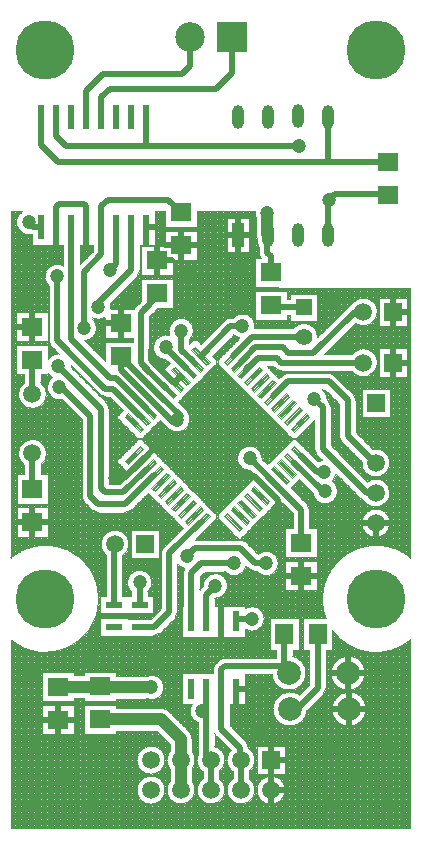
<source format=gtl>
%FSLAX43Y43*%
%MOMM*%
G71*
G01*
G75*
G04 Layer_Physical_Order=1*
%ADD10C,0.100*%
%ADD11R,1.800X1.600*%
%ADD12R,1.600X1.800*%
%ADD13O,1.000X2.000*%
%ADD14R,0.600X1.700*%
%ADD15R,0.600X2.150*%
%ADD16R,0.600X2.150*%
%ADD17R,1.450X0.550*%
%ADD18R,1.000X2.000*%
%ADD19R,1.450X0.550*%
%ADD20C,0.500*%
%ADD21C,1.000*%
%ADD22C,1.500*%
%ADD23R,1.500X1.500*%
%ADD24C,1.400*%
%ADD25C,2.000*%
%ADD26C,5.000*%
%ADD27R,1.400X1.400*%
%ADD28C,2.500*%
%ADD29R,2.500X2.500*%
%ADD30C,1.200*%
D10*
X31634Y44299D02*
G03*
X29420Y44941I-1200J0D01*
G01*
X29723Y43333D02*
G03*
X31634Y44299I711J966D01*
G01*
X29420Y44941D02*
G03*
X29204Y44794I279J-642D01*
G01*
X29420Y44941D02*
G03*
X29204Y44794I279J-642D01*
G01*
X31634Y39999D02*
G03*
X29459Y40699I-1200J0D01*
G01*
Y39299D02*
G03*
X31634Y39999I975J700D01*
G01*
X27995Y38895D02*
G03*
X27500Y39100I-495J-495D01*
G01*
X27995Y38895D02*
G03*
X27500Y39100I-495J-495D01*
G01*
X32687Y31504D02*
G03*
X31217Y32673I-1200J0D01*
G01*
X30292Y31618D02*
G03*
X32687Y31504I1195J-114D01*
G01*
Y28964D02*
G03*
X30766Y29924I-1200J0D01*
G01*
X30478Y28313D02*
G03*
X32687Y28964I1008J651D01*
G01*
X30241Y28469D02*
G03*
X30478Y28313I495J495D01*
G01*
X30241Y28469D02*
G03*
X30478Y28313I495J495D01*
G01*
X29800Y36800D02*
G03*
X29595Y37295I-700J0D01*
G01*
X29800Y36800D02*
G03*
X29595Y37295I-700J0D01*
G01*
X28400Y33800D02*
G03*
X28605Y33305I700J0D01*
G01*
X28400Y33800D02*
G03*
X28605Y33305I700J0D01*
G01*
X27700Y36200D02*
G03*
X27495Y36695I-700J0D01*
G01*
X27700Y36200D02*
G03*
X27495Y36695I-700J0D01*
G01*
X27827Y29942D02*
G03*
X28142Y30568I-727J758D01*
G01*
X28250Y29100D02*
G03*
X27827Y29942I-1050J0D01*
G01*
X26163Y28934D02*
G03*
X28250Y29100I1037J166D01*
G01*
X21600Y49300D02*
G03*
X21732Y48890I700J0D01*
G01*
X21600Y49300D02*
G03*
X21732Y48890I700J0D01*
G01*
X21350Y50877D02*
G03*
X21419Y50520I950J0D01*
G01*
X21350Y50877D02*
G03*
X21419Y50520I950J0D01*
G01*
Y50307D02*
G03*
X21600Y49750I950J0D01*
G01*
X21255Y52800D02*
G03*
X21350Y52253I1045J-100D01*
G01*
X26542Y42193D02*
G03*
X24479Y42893I-1150J0D01*
G01*
X23006Y39504D02*
G03*
X23501Y39299I495J495D01*
G01*
X23006Y39504D02*
G03*
X23501Y39299I495J495D01*
G01*
X21229Y42893D02*
G03*
X21250Y43100I-1029J207D01*
G01*
G03*
X19417Y43800I-1050J0D01*
G01*
X19191D02*
G03*
X18696Y43595I0J-700D01*
G01*
X19191Y43800D02*
G03*
X18696Y43595I0J-700D01*
G01*
X19448Y42367D02*
G03*
X19942Y42082I752J733D01*
G01*
X27350Y36900D02*
G03*
X26980Y37700I-1050J0D01*
G01*
X24037Y39100D02*
G03*
X23542Y38895I0J-700D01*
G01*
X24037Y39100D02*
G03*
X23542Y38895I0J-700D01*
G01*
X26300Y32700D02*
G03*
X26505Y32205I700J0D01*
G01*
X26300Y32700D02*
G03*
X26505Y32205I700J0D01*
G01*
X26968Y31742D02*
G03*
X26591Y31618I132J-1042D01*
G01*
X25853Y27541D02*
G03*
X25648Y28036I-700J0D01*
G01*
X25853Y27541D02*
G03*
X25648Y28036I-700J0D01*
G01*
X21850Y31900D02*
G03*
X20852Y30851I-1050J0D01*
G01*
X32687Y26424D02*
G03*
X32687Y26424I-1200J0D01*
G01*
X27808Y17340D02*
G03*
X34425Y16515I3692J2660D01*
G01*
Y23485D02*
G03*
X27250Y18375I-2925J-3485D01*
G01*
X30580Y13716D02*
G03*
X30580Y13716I-1450J0D01*
G01*
X30660Y10668D02*
G03*
X30660Y10668I-1450J0D01*
G01*
X27053Y11947D02*
G03*
X27258Y12442I-495J495D01*
G01*
X27053Y11947D02*
G03*
X27258Y12442I-495J495D01*
G01*
X25580Y13716D02*
G03*
X24458Y15128I-1450J0D01*
G01*
X22685Y13600D02*
G03*
X25580Y13716I1445J116D01*
G01*
X25007Y11880D02*
G03*
X25655Y10548I-797J-1212D01*
G01*
X23250Y23000D02*
G03*
X21504Y23786I-1050J0D01*
G01*
X20805Y22505D02*
G03*
X21300Y22300I495J495D01*
G01*
X20805Y22505D02*
G03*
X21300Y22300I495J495D01*
G01*
X21417D02*
G03*
X23250Y23000I783J700D01*
G01*
X22050Y18300D02*
G03*
X20435Y19185I-1050J0D01*
G01*
Y17415D02*
G03*
X22050Y18300I565J885D01*
G01*
X20495Y24795D02*
G03*
X20000Y25000I-495J-495D01*
G01*
X20495Y24795D02*
G03*
X20000Y25000I-495J-495D01*
G01*
X18717Y22300D02*
G03*
X20527Y22783I783J700D01*
G01*
X18950Y21100D02*
G03*
X16852Y21042I-1050J0D01*
G01*
X17845Y20051D02*
G03*
X18950Y21100I55J1049D01*
G01*
X18700Y15000D02*
G03*
X18205Y14795I0J-700D01*
G01*
X18700Y15000D02*
G03*
X18205Y14795I0J-700D01*
G01*
X16650Y20840D02*
G03*
X16575Y20751I495J-495D01*
G01*
X16650Y20840D02*
G03*
X16575Y20751I495J-495D01*
G01*
X17920Y14510D02*
G03*
X17715Y14015I495J-495D01*
G01*
X21266Y6350D02*
G03*
X20700Y7369I-1200J0D01*
G01*
X20766Y5375D02*
G03*
X21266Y6350I-700J975D01*
G01*
X23806Y3810D02*
G03*
X23806Y3810I-1200J0D01*
G01*
X21266D02*
G03*
X20766Y4785I-1200J0D01*
G01*
X20700Y7400D02*
G03*
X20495Y7895I-700J0D01*
G01*
X20700Y7400D02*
G03*
X20495Y7895I-700J0D01*
G01*
X17845Y8579D02*
G03*
X17920Y8490I570J406D01*
G01*
Y14510D02*
G03*
X17715Y14015I495J-495D01*
G01*
X17845Y8579D02*
G03*
X17920Y8490I570J406D01*
G01*
X18726Y6350D02*
G03*
X17845Y7507I-1200J0D01*
G01*
X19215Y7196D02*
G03*
X19366Y5375I851J-846D01*
G01*
Y4785D02*
G03*
X21266Y3810I700J-975D01*
G01*
X18226Y5375D02*
G03*
X18726Y6350I-700J975D01*
G01*
X18726Y3810D02*
G03*
X18226Y4785I-1200J0D01*
G01*
X15700Y41917D02*
G03*
X16050Y42700I-700J783D01*
G01*
G03*
X14031Y42297I-1050J0D01*
G01*
X11295Y47305D02*
G03*
X11500Y47800I-495J495D01*
G01*
X11295Y47305D02*
G03*
X11500Y47800I-495J495D01*
G01*
X14031Y42297D02*
G03*
X13716Y40250I-331J-997D01*
G01*
X11105Y44695D02*
G03*
X11007Y44572I495J-495D01*
G01*
X11105Y44695D02*
G03*
X11007Y44572I495J-495D01*
G01*
X15696Y35504D02*
G03*
X15495Y35926I-696J-74D01*
G01*
X15750Y35172D02*
G03*
X15696Y35504I-1050J0D01*
G01*
G03*
X15495Y35926I-696J-74D01*
G01*
X14279Y34210D02*
G03*
X15750Y35172I421J962D01*
G01*
X13904Y34405D02*
G03*
X14279Y34210I495J495D01*
G01*
X13904Y34405D02*
G03*
X14279Y34210I495J495D01*
G01*
X9050Y44700D02*
G03*
X9002Y45012I-1050J0D01*
G01*
X9042Y44572D02*
G03*
X9050Y44700I-1042J128D01*
G01*
X7500Y43777D02*
G03*
X8549Y43805I500J923D01*
G01*
X7850Y42900D02*
G03*
X7500Y43683I-1050J0D01*
G01*
X5015Y48215D02*
G03*
X3800Y46517I-515J-915D01*
G01*
X6839Y41851D02*
G03*
X7850Y42900I-39J1049D01*
G01*
X3800Y41900D02*
G03*
X4005Y41405I700J0D01*
G01*
X3800Y41900D02*
G03*
X4005Y41405I700J0D01*
G01*
X4662Y40748D02*
G03*
X3761Y40332I-62J-1048D01*
G01*
X1559Y52800D02*
G03*
X2233Y50858I541J-900D01*
G01*
G03*
X2425Y50812I258J651D01*
G01*
X2233Y50858D02*
G03*
X2425Y50812I258J651D01*
G01*
X8105Y37305D02*
G03*
X8600Y37100I495J495D01*
G01*
X8105Y37305D02*
G03*
X8600Y37100I495J495D01*
G01*
X3761Y39068D02*
G03*
X4112Y38770I839J632D01*
G01*
G03*
X4934Y36876I588J-870D01*
G01*
X8900Y36100D02*
G03*
X8695Y36595I-700J0D01*
G01*
X8900Y36100D02*
G03*
X8695Y36595I-700J0D01*
G01*
X6600Y28700D02*
G03*
X6805Y28205I700J0D01*
G01*
X6600Y28700D02*
G03*
X6805Y28205I700J0D01*
G01*
X3618Y37310D02*
G03*
X3118Y38285I-1200J0D01*
G01*
X1718D02*
G03*
X3618Y37310I700J-975D01*
G01*
X3118Y31336D02*
G03*
X3618Y32310I-700J975D01*
G01*
G03*
X1718Y31336I-1200J0D01*
G01*
X15297Y22570D02*
G03*
X15175Y22175I578J-395D01*
G01*
X14700Y22920D02*
G03*
X15297Y22570I800J680D01*
G01*
G03*
X15175Y22175I578J-395D01*
G01*
X13505Y24332D02*
G03*
X13300Y23837I495J-495D01*
G01*
X13505Y24332D02*
G03*
X13300Y23837I495J-495D01*
G01*
X14495Y18405D02*
G03*
X14700Y18900I-495J495D01*
G01*
X14495Y18405D02*
G03*
X14700Y18900I-495J495D01*
G01*
X12189Y20606D02*
G03*
X12539Y21389I-700J783D01*
G01*
G03*
X10789Y20606I-1050J0D01*
G01*
X12692Y16892D02*
G03*
X13187Y17097I0J700D01*
G01*
X12692Y16892D02*
G03*
X13187Y17097I0J700D01*
G01*
X13550Y12500D02*
G03*
X12053Y13450I-1050J0D01*
G01*
X15931Y11090D02*
G03*
X16445Y9512I869J-590D01*
G01*
X16186Y6350D02*
G03*
X15936Y7083I-1200J0D01*
G01*
Y8114D02*
G03*
X15658Y8786I-950J0D01*
G01*
X15936Y8114D02*
G03*
X15658Y8786I-950J0D01*
G01*
X16445Y6871D02*
G03*
X16826Y5375I1081J-521D01*
G01*
X15936Y5617D02*
G03*
X16186Y6350I-950J733D01*
G01*
X16826Y4785D02*
G03*
X18726Y3810I700J-975D01*
G01*
X16186D02*
G03*
X15936Y4543I-1200J0D01*
G01*
X14036D02*
G03*
X16186Y3810I950J-733D01*
G01*
X14036Y7083D02*
G03*
X14036Y5617I950J-733D01*
G01*
X13983Y10460D02*
G03*
X13312Y10738I-672J-672D01*
G01*
X13983Y10460D02*
G03*
X13312Y10738I-672J-672D01*
G01*
X12053Y11550D02*
G03*
X13550Y12500I447J950D01*
G01*
X13646Y6350D02*
G03*
X13646Y6350I-1200J0D01*
G01*
Y3810D02*
G03*
X13646Y3810I-1200J0D01*
G01*
X10243Y27300D02*
G03*
X10738Y27505I0J700D01*
G01*
X10243Y27300D02*
G03*
X10738Y27505I0J700D01*
G01*
X10598Y24638D02*
G03*
X8639Y23709I-1200J0D01*
G01*
X10039Y23624D02*
G03*
X10598Y24638I-641J1014D01*
G01*
X7505Y27505D02*
G03*
X8000Y27300I495J495D01*
G01*
X7505Y27505D02*
G03*
X8000Y27300I495J495D01*
G01*
X8050Y20000D02*
G03*
X575Y23485I-4550J0D01*
G01*
Y16515D02*
G03*
X8050Y20000I2925J3485D01*
G01*
X20049Y38655D02*
X19766Y38937D01*
X21039Y40210D01*
X21322Y39927D01*
X20049Y38655D01*
Y38772D02*
X19884Y38937D01*
X21039Y40092D01*
X21204Y39927D01*
X20049Y38772D01*
Y38890D02*
X20002Y38937D01*
X21039Y39974D01*
X21086Y39927D01*
X20049Y38890D01*
X20094Y38964D02*
X20995Y39901D01*
X19484Y39220D02*
X19201Y39503D01*
X20474Y40776D01*
X20756Y40493D01*
X19484Y39220D01*
Y39338D02*
X19319Y39503D01*
X20474Y40658D01*
X20639Y40493D01*
X19484Y39338D01*
Y39456D02*
X19436Y39503D01*
X20474Y40540D01*
X20521Y40493D01*
X19484Y39456D01*
X19528Y39529D02*
X20429Y40467D01*
X24575Y34129D02*
X24292Y34412D01*
X25565Y35685D01*
X25848Y35402D01*
X24575Y34129D01*
Y34247D02*
X24410Y34412D01*
X25565Y35567D01*
X25730Y35402D01*
X24575Y34247D01*
Y34365D02*
X24528Y34412D01*
X25565Y35449D01*
X25612Y35402D01*
X24575Y34365D01*
X24619Y34438D02*
X25520Y35375D01*
X24009Y34695D02*
X23726Y34978D01*
X24999Y36250D01*
X25282Y35968D01*
X24009Y34695D01*
Y34813D02*
X23844Y34978D01*
X24999Y36133D01*
X25164Y35968D01*
X24009Y34813D01*
Y34930D02*
X23962Y34978D01*
X24999Y36015D01*
X25046Y35968D01*
X24009Y34930D01*
X24053Y35004D02*
X24955Y35941D01*
X23443Y35260D02*
X23161Y35543D01*
X24433Y36816D01*
X24716Y36533D01*
X23443Y35260D01*
Y35378D02*
X23278Y35543D01*
X24433Y36698D01*
X24598Y36533D01*
X23443Y35378D01*
Y35496D02*
X23396Y35543D01*
X24433Y36580D01*
X24480Y36533D01*
X23443Y35496D01*
X23488Y35570D02*
X24389Y36507D01*
X22878Y35826D02*
X22595Y36109D01*
X23868Y37382D01*
X24150Y37099D01*
X22878Y35826D01*
Y35944D02*
X22713Y36109D01*
X23868Y37264D01*
X24033Y37099D01*
X22878Y35944D01*
Y36062D02*
X22831Y36109D01*
X23868Y37146D01*
X23915Y37099D01*
X22878Y36062D01*
X22922Y36135D02*
X23823Y37073D01*
X22312Y36392D02*
X22029Y36675D01*
X23302Y37947D01*
X23585Y37665D01*
X22312Y36392D01*
Y36510D02*
X22147Y36675D01*
X23302Y37830D01*
X23467Y37665D01*
X22312Y36510D01*
Y36627D02*
X22265Y36675D01*
X23302Y37712D01*
X23349Y37665D01*
X22312Y36627D01*
X22356Y36701D02*
X23258Y37638D01*
X21746Y36957D02*
X21463Y37240D01*
X22736Y38513D01*
X23019Y38230D01*
X21746Y36957D01*
Y37075D02*
X21581Y37240D01*
X22736Y38395D01*
X22901Y38230D01*
X21746Y37075D01*
Y37193D02*
X21699Y37240D01*
X22736Y38277D01*
X22783Y38230D01*
X21746Y37193D01*
X21791Y37267D02*
X22692Y38204D01*
X21181Y37523D02*
X20898Y37806D01*
X22171Y39079D01*
X22453Y38796D01*
X21181Y37523D01*
Y37641D02*
X21016Y37806D01*
X22171Y38961D01*
X22336Y38796D01*
X21181Y37641D01*
Y37759D02*
X21133Y37806D01*
X22171Y38843D01*
X22218Y38796D01*
X21181Y37759D01*
X21225Y37832D02*
X22126Y38770D01*
X20615Y38089D02*
X20332Y38372D01*
X21605Y39644D01*
X21888Y39362D01*
X20615Y38089D01*
Y38207D02*
X20450Y38372D01*
X21605Y39527D01*
X21770Y39362D01*
X20615Y38207D01*
Y38325D02*
X20568Y38372D01*
X21605Y39409D01*
X21652Y39362D01*
X20615Y38325D01*
X20659Y38398D02*
X21561Y39335D01*
X18918Y39786D02*
X18635Y40069D01*
X19908Y41342D01*
X20191Y41059D01*
X18918Y39786D01*
Y39904D02*
X18753Y40069D01*
X19908Y41224D01*
X20073Y41059D01*
X18918Y39904D01*
Y40022D02*
X18871Y40069D01*
X19908Y41106D01*
X19955Y41059D01*
X18918Y40022D01*
X18962Y40095D02*
X19864Y41032D01*
X18635Y26987D02*
X18918Y27270D01*
X20191Y25997D01*
X19908Y25714D01*
X18635Y26987D01*
X18753D02*
X18918Y27152D01*
X20073Y25997D01*
X19908Y25832D01*
X18753Y26987D01*
X18871D02*
X18918Y27034D01*
X19955Y25997D01*
X19908Y25950D01*
X18871Y26987D01*
X18944Y26943D02*
X19881Y26042D01*
X19201Y27553D02*
X19484Y27836D01*
X20756Y26563D01*
X20473Y26280D01*
X19201Y27553D01*
X19319D02*
X19484Y27718D01*
X20639Y26563D01*
X20473Y26398D01*
X19319Y27553D01*
X19436D02*
X19484Y27600D01*
X20521Y26563D01*
X20473Y26516D01*
X19436Y27553D01*
X19510Y27509D02*
X20447Y26607D01*
X19766Y28119D02*
X20049Y28401D01*
X21322Y27129D01*
X21039Y26846D01*
X19766Y28119D01*
X19884D02*
X20049Y28284D01*
X21204Y27129D01*
X21039Y26964D01*
X19884Y28119D01*
X20002D02*
X20049Y28166D01*
X21086Y27129D01*
X21039Y27082D01*
X20002Y28119D01*
X20076Y28074D02*
X21013Y27173D01*
X20332Y28684D02*
X20615Y28967D01*
X21888Y27694D01*
X21605Y27412D01*
X20332Y28684D01*
X20450D02*
X20615Y28849D01*
X21770Y27694D01*
X21605Y27529D01*
X20450Y28684D01*
X20568D02*
X20615Y28731D01*
X21652Y27694D01*
X21605Y27647D01*
X20568Y28684D01*
X20641Y28640D02*
X21579Y27739D01*
X20898Y29250D02*
X21181Y29533D01*
X22453Y28260D01*
X22171Y27977D01*
X20898Y29250D01*
X21016D02*
X21181Y29415D01*
X22336Y28260D01*
X22171Y28095D01*
X21016Y29250D01*
X21133D02*
X21181Y29297D01*
X22218Y28260D01*
X22171Y28213D01*
X21133Y29250D01*
X21207Y29206D02*
X22144Y28304D01*
X21463Y29816D02*
X21746Y30099D01*
X23019Y28826D01*
X22736Y28543D01*
X21463Y29816D01*
X21581D02*
X21746Y29981D01*
X22901Y28826D01*
X22736Y28661D01*
X21581Y29816D01*
X21699D02*
X21746Y29863D01*
X22783Y28826D01*
X22736Y28779D01*
X21699Y29816D01*
X21773Y29771D02*
X22710Y28870D01*
X22029Y30381D02*
X22312Y30664D01*
X23585Y29391D01*
X23302Y29109D01*
X22029Y30381D01*
X22147D02*
X22312Y30546D01*
X23467Y29391D01*
X23302Y29226D01*
X22147Y30381D01*
X22265D02*
X22312Y30429D01*
X23349Y29391D01*
X23302Y29344D01*
X22265Y30381D01*
X22338Y30337D02*
X23276Y29436D01*
X22595Y30947D02*
X22878Y31230D01*
X24150Y29957D01*
X23868Y29674D01*
X22595Y30947D01*
X22713D02*
X22878Y31112D01*
X24033Y29957D01*
X23868Y29792D01*
X22713Y30947D01*
X22831D02*
X22878Y30994D01*
X23915Y29957D01*
X23868Y29910D01*
X22831Y30947D01*
X22904Y30903D02*
X23841Y30001D01*
X23161Y31513D02*
X23443Y31796D01*
X24716Y30523D01*
X24433Y30240D01*
X23161Y31513D01*
X23278D02*
X23443Y31678D01*
X24598Y30523D01*
X24433Y30358D01*
X23278Y31513D01*
X23396D02*
X23443Y31560D01*
X24480Y30523D01*
X24433Y30476D01*
X23396Y31513D01*
X23470Y31468D02*
X24407Y30567D01*
X23726Y32078D02*
X24009Y32361D01*
X25282Y31088D01*
X24999Y30806D01*
X23726Y32078D01*
X23844D02*
X24009Y32243D01*
X25164Y31088D01*
X24999Y30923D01*
X23844Y32078D01*
X23962D02*
X24009Y32126D01*
X25046Y31088D01*
X24999Y31041D01*
X23962Y32078D01*
X24035Y32034D02*
X24973Y31133D01*
X24292Y32644D02*
X24575Y32927D01*
X25848Y31654D01*
X25565Y31371D01*
X24292Y32644D01*
X24410D02*
X24575Y32809D01*
X25730Y31654D01*
X25565Y31489D01*
X24410Y32644D01*
X24528D02*
X24575Y32691D01*
X25612Y31654D01*
X25565Y31607D01*
X24528Y32644D01*
X24601Y32600D02*
X25538Y31698D01*
X16160Y25714D02*
X15877Y25997D01*
X17150Y27270D01*
X17433Y26987D01*
X16160Y25714D01*
Y25832D02*
X15995Y25997D01*
X17150Y27152D01*
X17315Y26987D01*
X16160Y25832D01*
Y25950D02*
X16113Y25997D01*
X17150Y27034D01*
X17197Y26987D01*
X16160Y25950D01*
X16205Y26024D02*
X17106Y26961D01*
X15594Y26280D02*
X15312Y26563D01*
X16584Y27836D01*
X16867Y27553D01*
X15594Y26280D01*
Y26398D02*
X15429Y26563D01*
X16584Y27718D01*
X16749Y27553D01*
X15594Y26398D01*
Y26516D02*
X15547Y26563D01*
X16584Y27600D01*
X16632Y27553D01*
X15594Y26516D01*
X15639Y26589D02*
X16540Y27527D01*
X15029Y26846D02*
X14746Y27129D01*
X16019Y28401D01*
X16302Y28119D01*
X15029Y26846D01*
Y26964D02*
X14864Y27129D01*
X16019Y28284D01*
X16184Y28119D01*
X15029Y26964D01*
Y27082D02*
X14982Y27129D01*
X16019Y28166D01*
X16066Y28119D01*
X15029Y27082D01*
X15073Y27155D02*
X15974Y28092D01*
X14463Y27412D02*
X14180Y27694D01*
X15453Y28967D01*
X15736Y28684D01*
X14463Y27412D01*
Y27529D02*
X14298Y27694D01*
X15453Y28849D01*
X15618Y28684D01*
X14463Y27529D01*
Y27647D02*
X14416Y27694D01*
X15453Y28731D01*
X15500Y28684D01*
X14463Y27647D01*
X14507Y27721D02*
X15409Y28658D01*
X13897Y27977D02*
X13615Y28260D01*
X14887Y29533D01*
X15170Y29250D01*
X13897Y27977D01*
Y28095D02*
X13732Y28260D01*
X14887Y29415D01*
X15052Y29250D01*
X13897Y28095D01*
Y28213D02*
X13850Y28260D01*
X14887Y29297D01*
X14935Y29250D01*
X13897Y28213D01*
X13942Y28286D02*
X14843Y29224D01*
X13332Y28543D02*
X13049Y28826D01*
X14322Y30099D01*
X14605Y29816D01*
X13332Y28543D01*
Y28661D02*
X13167Y28826D01*
X14322Y29981D01*
X14487Y29816D01*
X13332Y28661D01*
Y28779D02*
X13285Y28826D01*
X14322Y29863D01*
X14369Y29816D01*
X13332Y28779D01*
X13376Y28852D02*
X14277Y29789D01*
X12766Y29109D02*
X12483Y29391D01*
X13756Y30664D01*
X14039Y30381D01*
X12766Y29109D01*
Y29226D02*
X12601Y29391D01*
X13756Y30546D01*
X13921Y30381D01*
X12766Y29226D01*
Y29344D02*
X12719Y29391D01*
X13756Y30429D01*
X13803Y30381D01*
X12766Y29344D01*
X12810Y29418D02*
X13712Y30355D01*
X12200Y29674D02*
X11918Y29957D01*
X13190Y31230D01*
X13473Y30947D01*
X12200Y29674D01*
Y29792D02*
X12035Y29957D01*
X13190Y31112D01*
X13355Y30947D01*
X12200Y29792D01*
Y29910D02*
X12153Y29957D01*
X13190Y30994D01*
X13237Y30947D01*
X12200Y29910D01*
X12245Y29983D02*
X13146Y30921D01*
X11635Y30240D02*
X11352Y30523D01*
X12625Y31796D01*
X12907Y31513D01*
X11635Y30240D01*
Y30358D02*
X11470Y30523D01*
X12625Y31678D01*
X12790Y31513D01*
X11635Y30358D01*
Y30476D02*
X11588Y30523D01*
X12625Y31560D01*
X12672Y31513D01*
X11635Y30476D01*
X11679Y30549D02*
X12580Y31486D01*
X11069Y30806D02*
X10786Y31088D01*
X12059Y32361D01*
X12342Y32078D01*
X11069Y30806D01*
Y30923D02*
X10904Y31088D01*
X12059Y32243D01*
X12224Y32078D01*
X11069Y30923D01*
Y31041D02*
X11022Y31088D01*
X12059Y32126D01*
X12106Y32078D01*
X11069Y31041D01*
X11113Y31115D02*
X12015Y32052D01*
X10503Y31371D02*
X10220Y31654D01*
X11493Y32927D01*
X11776Y32644D01*
X10503Y31371D01*
Y31489D02*
X10338Y31654D01*
X11493Y32809D01*
X11658Y32644D01*
X10503Y31489D01*
Y31607D02*
X10456Y31654D01*
X11493Y32691D01*
X11540Y32644D01*
X10503Y31607D01*
X10548Y31681D02*
X11449Y32618D01*
X10220Y35402D02*
X10503Y35685D01*
X11776Y34412D01*
X11493Y34129D01*
X10220Y35402D01*
X10338D02*
X10503Y35567D01*
X11658Y34412D01*
X11493Y34247D01*
X10338Y35402D01*
X10456D02*
X10503Y35449D01*
X11540Y34412D01*
X11493Y34365D01*
X10456Y35402D01*
X10530Y35357D02*
X11467Y34456D01*
X10786Y35967D02*
X11069Y36250D01*
X12342Y34978D01*
X12059Y34695D01*
X10786Y35967D01*
X10904D02*
X11069Y36132D01*
X12224Y34978D01*
X12059Y34813D01*
X10904Y35967D01*
X11022D02*
X11069Y36015D01*
X12106Y34978D01*
X12059Y34930D01*
X11022Y35967D01*
X11095Y35923D02*
X12033Y35022D01*
X11352Y36533D02*
X11635Y36816D01*
X12907Y35543D01*
X12625Y35260D01*
X11352Y36533D01*
X11470D02*
X11635Y36698D01*
X12790Y35543D01*
X12625Y35378D01*
X11470Y36533D01*
X11588D02*
X11635Y36580D01*
X12672Y35543D01*
X12625Y35496D01*
X11588Y36533D01*
X11661Y36489D02*
X12598Y35588D01*
X11918Y37099D02*
X12200Y37382D01*
X13473Y36109D01*
X13190Y35826D01*
X11918Y37099D01*
X12035D02*
X12200Y37264D01*
X13355Y36109D01*
X13190Y35944D01*
X12035Y37099D01*
X12153D02*
X12200Y37146D01*
X13237Y36109D01*
X13190Y36062D01*
X12153Y37099D01*
X12227Y37055D02*
X13164Y36153D01*
X12483Y37665D02*
X12766Y37947D01*
X14039Y36675D01*
X13756Y36392D01*
X12483Y37665D01*
X12601D02*
X12766Y37830D01*
X13921Y36675D01*
X13756Y36510D01*
X12601Y37665D01*
X12719D02*
X12766Y37712D01*
X13803Y36675D01*
X13756Y36627D01*
X12719Y37665D01*
X12792Y37620D02*
X13730Y36719D01*
X13049Y38230D02*
X13332Y38513D01*
X14605Y37240D01*
X14322Y36957D01*
X13049Y38230D01*
X13167D02*
X13332Y38395D01*
X14487Y37240D01*
X14322Y37075D01*
X13167Y38230D01*
X13285D02*
X13332Y38277D01*
X14369Y37240D01*
X14322Y37193D01*
X13285Y38230D01*
X13358Y38186D02*
X14295Y37285D01*
X13615Y38796D02*
X13897Y39079D01*
X15170Y37806D01*
X14887Y37523D01*
X13615Y38796D01*
X13732D02*
X13897Y38961D01*
X15052Y37806D01*
X14887Y37641D01*
X13732Y38796D01*
X13850D02*
X13897Y38843D01*
X14935Y37806D01*
X14887Y37759D01*
X13850Y38796D01*
X13924Y38752D02*
X14861Y37850D01*
X14180Y39362D02*
X14463Y39644D01*
X15736Y38372D01*
X15453Y38089D01*
X14180Y39362D01*
X14298D02*
X14463Y39527D01*
X15618Y38372D01*
X15453Y38207D01*
X14298Y39362D01*
X14416D02*
X14463Y39409D01*
X15500Y38372D01*
X15453Y38325D01*
X14416Y39362D01*
X14489Y39317D02*
X15427Y38416D01*
X14746Y39927D02*
X15029Y40210D01*
X16302Y38937D01*
X16019Y38655D01*
X14746Y39927D01*
X14864D02*
X15029Y40092D01*
X16184Y38937D01*
X16019Y38772D01*
X14864Y39927D01*
X14982D02*
X15029Y39974D01*
X16066Y38937D01*
X16019Y38890D01*
X14982Y39927D01*
X15055Y39883D02*
X15992Y38982D01*
X15312Y40493D02*
X15594Y40776D01*
X16867Y39503D01*
X16584Y39220D01*
X15312Y40493D01*
X15429D02*
X15594Y40658D01*
X16749Y39503D01*
X16584Y39338D01*
X15429Y40493D01*
X15547D02*
X15594Y40540D01*
X16632Y39503D01*
X16584Y39456D01*
X15547Y40493D01*
X15621Y40449D02*
X16558Y39547D01*
X15877Y41059D02*
X16160Y41342D01*
X17433Y40069D01*
X17150Y39786D01*
X15877Y41059D01*
X15995D02*
X16160Y41224D01*
X17315Y40069D01*
X17150Y39904D01*
X15995Y41059D01*
X16113D02*
X16160Y41106D01*
X17197Y40069D01*
X17150Y40022D01*
X16113Y41059D01*
X16187Y41014D02*
X17124Y40113D01*
X34134Y45400D02*
X34425D01*
X34134Y45300D02*
X34425D01*
X34134Y45200D02*
X34425D01*
X34100Y45499D02*
Y46300D01*
X34134Y45100D02*
X34425D01*
X34134Y45000D02*
X34425D01*
X34134Y44900D02*
X34425D01*
X34134Y44800D02*
X34425D01*
X34134Y44700D02*
X34425D01*
X34134Y43099D02*
Y45499D01*
Y44600D02*
X34425D01*
X34134Y44500D02*
X34425D01*
X34000Y45499D02*
Y46300D01*
X33900Y45499D02*
Y46300D01*
X33800Y45499D02*
Y46300D01*
X33700Y45499D02*
Y46300D01*
X33600Y45499D02*
Y46300D01*
X33500Y45499D02*
Y46300D01*
X33400Y45499D02*
Y46300D01*
X31734Y45499D02*
X34134D01*
X33300D02*
Y46300D01*
X33200Y45499D02*
Y46300D01*
X33100Y45499D02*
Y46300D01*
X34134Y44400D02*
X34425D01*
X34134Y44300D02*
X34425D01*
X34134Y44200D02*
X34425D01*
X34134Y44100D02*
X34425D01*
X34134Y44000D02*
X34425D01*
X34134Y43900D02*
X34425D01*
X34134Y43800D02*
X34425D01*
X34134Y43700D02*
X34425D01*
X34134Y43600D02*
X34425D01*
X34134Y43500D02*
X34425D01*
X34134Y43400D02*
X34425D01*
X34134Y43300D02*
X34425D01*
X34134Y43200D02*
X34425D01*
X34134Y43100D02*
X34425D01*
X31734Y43099D02*
X34134D01*
X34100Y41199D02*
Y43099D01*
X34000Y41199D02*
Y43099D01*
X33900Y41199D02*
Y43099D01*
X33800Y41199D02*
Y43099D01*
X33700Y41199D02*
Y43099D01*
X33600Y41199D02*
Y43099D01*
X33500Y41199D02*
Y43099D01*
X33400Y41199D02*
Y43099D01*
X33300Y41199D02*
Y43099D01*
X33000Y45499D02*
Y46300D01*
X32900Y45499D02*
Y46300D01*
X32800Y45499D02*
Y46300D01*
X32700Y45499D02*
Y46300D01*
X32600Y45499D02*
Y46300D01*
X32500Y45499D02*
Y46300D01*
X32400Y45499D02*
Y46300D01*
X32300Y45499D02*
Y46300D01*
X32200Y45499D02*
Y46300D01*
X32100Y45499D02*
Y46300D01*
X32000Y45499D02*
Y46300D01*
X31900Y45499D02*
Y46300D01*
X31800Y45499D02*
Y46300D01*
X31100Y45298D02*
Y46300D01*
X31000Y45357D02*
Y46300D01*
X30900Y45405D02*
Y46300D01*
X30800Y45442D02*
Y46300D01*
X31600Y44584D02*
Y46300D01*
X31500Y44851D02*
Y46300D01*
X31734Y43099D02*
Y45499D01*
X31400Y45011D02*
Y46300D01*
X31300Y45130D02*
Y46300D01*
X31200Y45223D02*
Y46300D01*
X31525Y44800D02*
X31734D01*
X31473Y44900D02*
X31734D01*
X31565Y44700D02*
X31734D01*
X31596Y44600D02*
X31734D01*
X31617Y44500D02*
X31734D01*
X31630Y44400D02*
X31734D01*
X31630Y44200D02*
X31734D01*
X31617Y44100D02*
X31734D01*
X31596Y44000D02*
X31734D01*
X31566Y43900D02*
X31734D01*
X31525Y43800D02*
X31734D01*
X31097Y45300D02*
X31734D01*
X30912Y45400D02*
X31734D01*
X31227Y45200D02*
X31734D01*
X31408Y45000D02*
X31734D01*
X31328Y45100D02*
X31734D01*
X31474Y43700D02*
X31734D01*
X31409Y43600D02*
X31734D01*
X31329Y43500D02*
X31734D01*
X31228Y43400D02*
X31734D01*
X31098Y43300D02*
X31734D01*
X30915Y43200D02*
X31734D01*
X34134Y41100D02*
X34425D01*
X34134Y41000D02*
X34425D01*
X34134Y40900D02*
X34425D01*
X33200Y41199D02*
Y43099D01*
X33100Y41199D02*
Y43099D01*
X34134Y40800D02*
X34425D01*
X34134Y40700D02*
X34425D01*
X34134Y40600D02*
X34425D01*
X34134Y40500D02*
X34425D01*
X34134Y38799D02*
Y41199D01*
Y40400D02*
X34425D01*
X34134Y40300D02*
X34425D01*
X33000Y41199D02*
Y43099D01*
X32900Y41199D02*
Y43099D01*
X32800Y41199D02*
Y43099D01*
X32700Y41199D02*
Y43099D01*
X32600Y41199D02*
Y43099D01*
X32500Y41199D02*
Y43099D01*
X32400Y41199D02*
Y43099D01*
X31734Y41199D02*
X34134D01*
X32300D02*
Y43099D01*
X32200Y41199D02*
Y43099D01*
X32100Y41199D02*
Y43099D01*
X34134Y40200D02*
X34425D01*
X34134Y40100D02*
X34425D01*
X34134Y40000D02*
X34425D01*
X34134Y39900D02*
X34425D01*
X34134Y39800D02*
X34425D01*
X34134Y39700D02*
X34425D01*
X34134Y39600D02*
X34425D01*
X34134Y39500D02*
X34425D01*
X34134Y39400D02*
X34425D01*
X34134Y39300D02*
X34425D01*
X34134Y39200D02*
X34425D01*
X34134Y39100D02*
X34425D01*
X34134Y39000D02*
X34425D01*
X34134Y38900D02*
X34425D01*
X34134Y38800D02*
X34425D01*
X31734Y38799D02*
X34134D01*
X32600Y37784D02*
Y38799D01*
X32500Y37784D02*
Y38799D01*
X32400Y37784D02*
Y38799D01*
X32300Y37784D02*
Y38799D01*
X32200Y37784D02*
Y38799D01*
X32100Y37784D02*
Y38799D01*
X32000Y41199D02*
Y43099D01*
X31900Y41199D02*
Y43099D01*
X31800Y41199D02*
Y43099D01*
X31500Y40551D02*
Y43748D01*
X31473Y40600D02*
X31734D01*
X31525Y40500D02*
X31734D01*
X31596Y40300D02*
X31734D01*
X31565Y40400D02*
X31734D01*
X31617Y40200D02*
X31734D01*
X31700Y37784D02*
Y46300D01*
X31600Y40284D02*
Y44015D01*
X31734Y38799D02*
Y41199D01*
X31100Y40998D02*
Y43301D01*
X30912Y41100D02*
X31734D01*
X31097Y41000D02*
X31734D01*
X31000Y41057D02*
Y43241D01*
X30900Y41105D02*
Y43193D01*
X30800Y41142D02*
Y43156D01*
X31328Y40800D02*
X31734D01*
X31227Y40900D02*
X31734D01*
X31408Y40700D02*
X31734D01*
X31400Y40711D02*
Y43587D01*
X31300Y40830D02*
Y43468D01*
X31200Y40923D02*
Y43375D01*
X31630Y40100D02*
X31734D01*
X31630Y39900D02*
X31734D01*
X31617Y39800D02*
X31734D01*
X31596Y39700D02*
X31734D01*
X31566Y39600D02*
X31734D01*
X31525Y39500D02*
X31734D01*
X32000Y37784D02*
Y38799D01*
X31474Y39400D02*
X31734D01*
X31900Y37784D02*
Y38799D01*
X31600Y37784D02*
Y39715D01*
X31500Y37784D02*
Y39448D01*
X31800Y37784D02*
Y38799D01*
X31409Y39300D02*
X31734D01*
X31329Y39200D02*
X31734D01*
X31228Y39100D02*
X31734D01*
X31400Y37784D02*
Y39287D01*
X31098Y39000D02*
X31734D01*
X30915Y38900D02*
X31734D01*
X31300Y37784D02*
Y39168D01*
X31200Y37784D02*
Y39075D01*
X31100Y37784D02*
Y39001D01*
X31000Y37784D02*
Y38941D01*
X30900Y37784D02*
Y38893D01*
X30700Y45469D02*
Y46300D01*
X30600Y45488D02*
Y46300D01*
X30500Y45497D02*
Y46300D01*
X30400Y45499D02*
Y46300D01*
X30300Y45492D02*
Y46300D01*
X30200Y45476D02*
Y46300D01*
X30100Y45452D02*
Y46300D01*
X30000Y45418D02*
Y46300D01*
X30470Y43100D02*
X31734D01*
X29900Y45374D02*
Y46300D01*
X29800Y45318D02*
Y46300D01*
X29700Y45248D02*
Y46300D01*
X23949Y46000D02*
X34425D01*
X23200Y46300D02*
X34425D01*
X23949Y45900D02*
X34425D01*
X26542Y45800D02*
X34425D01*
X26542Y45700D02*
X34425D01*
X26542Y45600D02*
X34425D01*
X26542Y45500D02*
X34425D01*
X26542Y45400D02*
X29956D01*
X26542Y45300D02*
X29772D01*
X29590Y43200D02*
X29953D01*
X29390Y43000D02*
X34425D01*
X29290Y42900D02*
X34425D01*
X29190Y42800D02*
X34425D01*
X29490Y43100D02*
X30399D01*
X29090Y42700D02*
X34425D01*
X28990Y42600D02*
X34425D01*
X30700Y41169D02*
Y43129D01*
X28890Y42500D02*
X34425D01*
X28790Y42400D02*
X34425D01*
X30600Y41188D02*
Y43111D01*
X30500Y41197D02*
Y43101D01*
X30400Y41199D02*
Y43100D01*
X28690Y42300D02*
X34425D01*
X28590Y42200D02*
X34425D01*
X28490Y42100D02*
X34425D01*
X28390Y42000D02*
X34425D01*
X28290Y41900D02*
X34425D01*
X28190Y41800D02*
X34425D01*
X28090Y41700D02*
X34425D01*
X27990Y41600D02*
X34425D01*
X27890Y41500D02*
X34425D01*
X27790Y41400D02*
X34425D01*
X27690Y41300D02*
X34425D01*
X27590Y41200D02*
X34425D01*
X29600Y45162D02*
Y46300D01*
X29500Y45052D02*
Y46300D01*
X29400Y44932D02*
Y46300D01*
X29300Y44874D02*
Y46300D01*
X29200Y44790D02*
Y46300D01*
X29100Y44690D02*
Y46300D01*
X29000Y44590D02*
Y46300D01*
X28900Y44490D02*
Y46300D01*
X28800Y44390D02*
Y46300D01*
X28700Y44290D02*
Y46300D01*
X28600Y44190D02*
Y46300D01*
X28500Y44090D02*
Y46300D01*
X28400Y43990D02*
Y46300D01*
X26542Y45200D02*
X29641D01*
X26542Y45100D02*
X29540D01*
X28300Y43890D02*
Y46300D01*
X28200Y43790D02*
Y46300D01*
X28100Y43690D02*
Y46300D01*
X28000Y43590D02*
Y46300D01*
X27900Y43490D02*
Y46300D01*
X27800Y43390D02*
Y46300D01*
X27700Y43290D02*
Y46300D01*
X27600Y43190D02*
Y46300D01*
X27500Y43090D02*
Y46300D01*
X26542Y45000D02*
X29460D01*
X26542Y44900D02*
X29340D01*
X26542Y44800D02*
X29210D01*
X26542Y44700D02*
X29110D01*
X26540Y42130D02*
X29204Y44794D01*
X26542Y44600D02*
X29010D01*
X26542Y44500D02*
X28910D01*
X26542Y44400D02*
X28810D01*
X26542Y44300D02*
X28710D01*
X26542Y44200D02*
X28610D01*
X26542Y44100D02*
X28510D01*
X26542Y44000D02*
X28410D01*
X26542Y43900D02*
X28310D01*
X26542Y43800D02*
X28210D01*
X26542Y43700D02*
X28110D01*
X26542Y43600D02*
X28010D01*
X21206Y43400D02*
X27810D01*
X21171Y43500D02*
X27910D01*
X25703Y43300D02*
X27710D01*
X25947Y43200D02*
X27610D01*
X26099Y43100D02*
X27510D01*
X30300Y41192D02*
Y43107D01*
X30200Y41176D02*
Y43122D01*
X30100Y41152D02*
Y43147D01*
X30000Y41118D02*
Y43181D01*
X29800Y41018D02*
Y43280D01*
X29900Y41074D02*
Y43225D01*
X30800Y37784D02*
Y38856D01*
X29800Y36814D02*
Y38980D01*
X30000Y33890D02*
Y38881D01*
X29700Y40948D02*
Y43310D01*
X29600Y40862D02*
Y43210D01*
X29700Y37161D02*
Y39050D01*
X27490Y41100D02*
X29956D01*
X27089Y40699D02*
X29723Y43333D01*
X27390Y41000D02*
X29772D01*
X29500Y40752D02*
Y43110D01*
X27290Y40900D02*
X29641D01*
X27190Y40800D02*
X29540D01*
X27861Y39000D02*
X29770D01*
X27518Y39100D02*
X29640D01*
X22757Y39200D02*
X29539D01*
X29600Y37290D02*
Y39137D01*
X30700Y37784D02*
Y38829D01*
X30470Y38800D02*
X31734D01*
X28990Y37900D02*
X34425D01*
X30600Y37784D02*
Y38811D01*
X30500Y37784D02*
Y38801D01*
X30400Y37784D02*
Y38800D01*
X30300Y37784D02*
Y38807D01*
X29090Y37800D02*
X34425D01*
X30287Y37784D02*
X32687D01*
X30200Y33690D02*
Y38822D01*
X29900Y33990D02*
Y38925D01*
X30100Y33790D02*
Y38847D01*
X28290Y38600D02*
X34425D01*
X28190Y38700D02*
X34425D01*
X28390Y38500D02*
X34425D01*
X28090Y38800D02*
X30398D01*
X27990Y38900D02*
X29953D01*
X28490Y38400D02*
X34425D01*
X28690Y38200D02*
X34425D01*
X28590Y38300D02*
X34425D01*
X28790Y38100D02*
X34425D01*
X27995Y38895D02*
X29595Y37295D01*
X28890Y38000D02*
X34425D01*
X29400Y40699D02*
Y43010D01*
X29300Y40699D02*
Y42910D01*
X29200Y40699D02*
Y42810D01*
X29100Y40699D02*
Y42710D01*
X29000Y40699D02*
Y42610D01*
X28900Y40699D02*
Y42510D01*
X28800Y40699D02*
Y42410D01*
X28700Y40699D02*
Y42310D01*
X29400Y37490D02*
Y39299D01*
X28600Y40699D02*
Y42210D01*
X28500Y40699D02*
Y42110D01*
X28400Y40699D02*
Y42010D01*
X28300Y40699D02*
Y41910D01*
X28200Y40699D02*
Y41810D01*
X28100Y40699D02*
Y41710D01*
X28000Y40699D02*
Y41610D01*
X27900Y40699D02*
Y41510D01*
X27800Y40699D02*
Y41410D01*
X27090Y40700D02*
X29460D01*
X27089Y40699D02*
X29459D01*
X23501Y39299D02*
X29459D01*
X27700Y40699D02*
Y41310D01*
X27600Y40699D02*
Y41210D01*
X27500Y40699D02*
Y41110D01*
X28800Y38090D02*
Y39299D01*
X28700Y38190D02*
Y39299D01*
X28600Y38290D02*
Y39299D01*
X28500Y38390D02*
Y39299D01*
X28400Y38490D02*
Y39299D01*
X28300Y38590D02*
Y39299D01*
X29300Y37590D02*
Y39299D01*
X29200Y37690D02*
Y39299D01*
X29500Y37390D02*
Y39246D01*
X29100Y37790D02*
Y39299D01*
X29000Y37890D02*
Y39299D01*
X28900Y37990D02*
Y39299D01*
X27900Y38975D02*
Y39299D01*
X27800Y39033D02*
Y39299D01*
X27700Y39071D02*
Y39299D01*
X27600Y39093D02*
Y39299D01*
X27500Y39100D02*
Y39299D01*
X24037Y39100D02*
X27500D01*
X28200Y38690D02*
Y39299D01*
X28100Y38790D02*
Y39299D01*
X28000Y38890D02*
Y39299D01*
X32687Y37700D02*
X34425D01*
X32687Y37600D02*
X34425D01*
X32687Y37500D02*
X34425D01*
X32687Y37400D02*
X34425D01*
X32687Y37300D02*
X34425D01*
X32687Y37200D02*
X34425D01*
X32687Y37100D02*
X34425D01*
X32687Y37000D02*
X34425D01*
X32687Y36900D02*
X34425D01*
X32687Y36800D02*
X34425D01*
X32687Y36700D02*
X34425D01*
X32687Y36600D02*
X34425D01*
X32687Y36500D02*
X34425D01*
X32687Y36400D02*
X34425D01*
X32687Y36300D02*
X34425D01*
X32687Y36200D02*
X34425D01*
X32687Y36100D02*
X34425D01*
X32687Y36000D02*
X34425D01*
X32687Y35900D02*
X34425D01*
X32687Y35800D02*
X34425D01*
X32687Y35700D02*
X34425D01*
X32687Y35600D02*
X34425D01*
X32687Y35500D02*
X34425D01*
X32687Y35400D02*
X34425D01*
X31585Y32700D02*
X34425D01*
X31090Y32800D02*
X34425D01*
X31975Y32600D02*
X34425D01*
X32285Y32400D02*
X34425D01*
X32156Y32500D02*
X34425D01*
X32385Y32300D02*
X34425D01*
X32528Y32100D02*
X34425D01*
X32464Y32200D02*
X34425D01*
X32579Y32000D02*
X34425D01*
X32619Y31900D02*
X34425D01*
X32650Y31800D02*
X34425D01*
X32670Y31700D02*
X34425D01*
X29990Y33900D02*
X34425D01*
X29890Y34000D02*
X34425D01*
X30090Y33800D02*
X34425D01*
X30290Y33600D02*
X34425D01*
X30190Y33700D02*
X34425D01*
X30390Y33500D02*
X34425D01*
X30590Y33300D02*
X34425D01*
X30490Y33400D02*
X34425D01*
X30690Y33200D02*
X34425D01*
X30890Y33000D02*
X34425D01*
X30790Y33100D02*
X34425D01*
X30990Y32900D02*
X34425D01*
X32687Y35384D02*
Y37784D01*
X32000Y32588D02*
Y35384D01*
X31900Y32630D02*
Y35384D01*
X31800Y32662D02*
Y35384D01*
X31700Y32685D02*
Y35384D01*
X31600Y32698D02*
Y35384D01*
X32600Y31952D02*
Y35384D01*
X32500Y32147D02*
Y35384D01*
X32400Y32282D02*
Y35384D01*
X32300Y32386D02*
Y35384D01*
X32200Y32469D02*
Y35384D01*
X32100Y32535D02*
Y35384D01*
X30900Y32990D02*
Y35384D01*
X30287D02*
X32687D01*
X30800Y33090D02*
Y35384D01*
X30700Y33190D02*
Y35384D01*
X30287D02*
Y37784D01*
X30600Y33290D02*
Y35384D01*
X31500Y32704D02*
Y35384D01*
X31400Y32701D02*
Y35384D01*
X31300Y32689D02*
Y35384D01*
X31200Y32690D02*
Y35384D01*
X31100Y32790D02*
Y35384D01*
X31000Y32890D02*
Y35384D01*
X32683Y31600D02*
X34425D01*
X32687Y31500D02*
X34425D01*
X32682Y31400D02*
X34425D01*
X32669Y31300D02*
X34425D01*
X32647Y31200D02*
X34425D01*
X32617Y31100D02*
X34425D01*
X32576Y31000D02*
X34425D01*
X32523Y30900D02*
X34425D01*
X32458Y30800D02*
X34425D01*
X32377Y30700D02*
X34425D01*
X32276Y30600D02*
X34425D01*
X32144Y30500D02*
X34425D01*
X30500Y33390D02*
Y35384D01*
X31190Y32700D02*
X31388D01*
X30400Y33490D02*
Y35384D01*
X30300Y33590D02*
Y35384D01*
X30000Y30690D02*
Y31910D01*
X30090Y30600D02*
X30697D01*
X29990Y30700D02*
X30596D01*
X30190Y30500D02*
X30829D01*
X30100Y30590D02*
Y31810D01*
X30200Y30490D02*
Y31710D01*
X32504Y29600D02*
X34425D01*
X32560Y29500D02*
X34425D01*
X32605Y29400D02*
X34425D01*
X32600Y29412D02*
Y31056D01*
X32500Y29607D02*
Y30861D01*
X32639Y29300D02*
X34425D01*
X32663Y29200D02*
X34425D01*
X32679Y29100D02*
X34425D01*
X32686Y29000D02*
X34425D01*
X32685Y28900D02*
X34425D01*
X32675Y28800D02*
X34425D01*
X32657Y28700D02*
X34425D01*
X31957Y30400D02*
X34425D01*
X30390Y30300D02*
X34425D01*
X30490Y30200D02*
X34425D01*
X31873Y30100D02*
X34425D01*
X32092Y30000D02*
X34425D01*
X32347Y29800D02*
X34425D01*
X32238Y29900D02*
X34425D01*
X32434Y29700D02*
X34425D01*
X32400Y29742D02*
Y30725D01*
X32630Y28600D02*
X34425D01*
X32593Y28500D02*
X34425D01*
X32546Y28400D02*
X34425D01*
X32500Y27067D02*
Y28321D01*
X32486Y28300D02*
X34425D01*
X32539Y27000D02*
X34425D01*
X32588Y26900D02*
X34425D01*
X32626Y26800D02*
X34425D01*
X32654Y26700D02*
X34425D01*
X32674Y26600D02*
X34425D01*
X32600Y26872D02*
Y28516D01*
X32684Y26500D02*
X34425D01*
X32412Y28200D02*
X34425D01*
X32319Y28100D02*
X34425D01*
X32201Y28000D02*
X34425D01*
X32041Y27900D02*
X34425D01*
X31778Y27800D02*
X34425D01*
X31726Y27600D02*
X34425D01*
X32185Y27400D02*
X34425D01*
X32018Y27500D02*
X34425D01*
X32307Y27300D02*
X34425D01*
X32400Y27202D02*
Y28185D01*
X32402Y27200D02*
X34425D01*
X32478Y27100D02*
X34425D01*
X31700Y30145D02*
Y30323D01*
X31600Y30158D02*
Y30309D01*
X31500Y30164D02*
Y30304D01*
X31400Y30161D02*
Y30307D01*
X31300Y30149D02*
Y30318D01*
X31200Y30129D02*
Y30339D01*
X32300Y29846D02*
Y30621D01*
X32200Y29929D02*
Y30539D01*
X32100Y29995D02*
Y30472D01*
X32000Y30048D02*
Y30419D01*
X31900Y30090D02*
Y30377D01*
X31800Y30122D02*
Y30345D01*
X31100Y30100D02*
Y30368D01*
X30290Y30400D02*
X31016D01*
X31000Y30061D02*
Y30407D01*
X30400Y30290D02*
Y30995D01*
X30300Y30390D02*
Y31326D01*
X30500Y30190D02*
Y30821D01*
X30900Y30011D02*
Y30457D01*
X30590Y30100D02*
X31100D01*
X30690Y30000D02*
X30881D01*
X30700Y29990D02*
Y30598D01*
X30600Y30090D02*
Y30695D01*
X30800Y29948D02*
Y30520D01*
X31900Y27550D02*
Y27837D01*
X31800Y27582D02*
Y27805D01*
X31700Y27605D02*
Y27783D01*
X31600Y27618D02*
Y27769D01*
X31500Y27624D02*
Y27764D01*
X31400Y27621D02*
Y27767D01*
X32300Y27306D02*
Y28081D01*
X32200Y27389D02*
Y27999D01*
X32100Y27455D02*
Y27932D01*
X32000Y27508D02*
Y27879D01*
X31300Y27609D02*
Y27778D01*
X31200Y27589D02*
Y27799D01*
X31000Y27521D02*
Y27867D01*
X30900Y27471D02*
Y27917D01*
X31100Y27560D02*
Y27828D01*
X30800Y27408D02*
Y27980D01*
X30600Y27232D02*
Y28155D01*
X30500Y27107D02*
Y28281D01*
X30700Y27330D02*
Y28058D01*
X30300Y26602D02*
Y28416D01*
X30400Y26933D02*
Y28350D01*
X29771Y37000D02*
X30287D01*
X29793Y36900D02*
X30287D01*
X29800Y36800D02*
X30287D01*
X29800Y36700D02*
X30287D01*
X29800Y36600D02*
X30287D01*
X29800Y36500D02*
X30287D01*
X29800Y36400D02*
X30287D01*
X29800Y36300D02*
X30287D01*
X29800Y36200D02*
X30287D01*
X29800Y34090D02*
Y36800D01*
Y36100D02*
X30287D01*
X29800Y36000D02*
X30287D01*
X29290Y37600D02*
X30287D01*
X29190Y37700D02*
X30287D01*
X29390Y37500D02*
X30287D01*
X29590Y37300D02*
X30287D01*
X29490Y37400D02*
X30287D01*
X29675Y37200D02*
X30287D01*
X29800Y35900D02*
X30287D01*
X29733Y37100D02*
X30287D01*
X29800Y35800D02*
X30287D01*
X29800Y35700D02*
X30287D01*
X29800Y35300D02*
X34425D01*
X29800Y35200D02*
X34425D01*
X29800Y35100D02*
X34425D01*
X29800Y35600D02*
X30287D01*
X29800Y35500D02*
X30287D01*
X29800Y35400D02*
X30287D01*
X29800Y35000D02*
X34425D01*
X29800Y34900D02*
X34425D01*
X29800Y34800D02*
X34425D01*
X29800Y34700D02*
X34425D01*
X29800Y34600D02*
X34425D01*
X29800Y34500D02*
X34425D01*
X29800Y34400D02*
X34425D01*
X29800Y34300D02*
X34425D01*
X29800Y34200D02*
X34425D01*
X29800Y34100D02*
X34425D01*
X27700Y33700D02*
X28407D01*
X27700Y33400D02*
X28526D01*
X27700Y33200D02*
X28710D01*
X27700Y33100D02*
X28810D01*
X27700Y33000D02*
X28910D01*
X27700Y33300D02*
X28610D01*
X27671Y36400D02*
X28400D01*
X27633Y36500D02*
X28400D01*
X27693Y36300D02*
X28400D01*
X27700Y36213D02*
Y37210D01*
X27600Y36561D02*
Y37310D01*
X27700Y36200D02*
X28400D01*
X27700Y36100D02*
X28400D01*
X27700Y36000D02*
X28400D01*
X27700Y35900D02*
X28400D01*
Y33800D02*
Y36510D01*
X27800Y32890D02*
Y37110D01*
X27700Y32990D02*
Y36200D01*
X27345Y37000D02*
X27910D01*
X27331Y37100D02*
X27810D01*
X27390Y36800D02*
X28110D01*
X27271Y37300D02*
X27610D01*
X27223Y37400D02*
X27510D01*
X27306Y37200D02*
X27710D01*
X27490Y36700D02*
X28210D01*
X27210Y37700D02*
X28400Y36510D01*
X27575Y36600D02*
X28310D01*
X27500Y36690D02*
Y37410D01*
X27700Y35800D02*
X28400D01*
X27700Y35700D02*
X28400D01*
X27700Y35600D02*
X28400D01*
X27700Y35500D02*
X28400D01*
X27700Y35400D02*
X28400D01*
X27700Y35300D02*
X28400D01*
X27700Y35200D02*
X28400D01*
X27700Y35100D02*
X28400D01*
X27700Y35000D02*
X28400D01*
X27700Y34900D02*
X28400D01*
X27700Y34800D02*
X28400D01*
X27700Y34700D02*
X28400D01*
X27700Y34600D02*
X28400D01*
X27700Y34500D02*
X28400D01*
X27700Y34400D02*
X28400D01*
X27700Y34300D02*
X28400D01*
X27700Y34200D02*
X28400D01*
X27700Y34100D02*
X28400D01*
X27700Y34000D02*
X28400D01*
X27700Y33600D02*
X28429D01*
X27700Y33500D02*
X28468D01*
X27700Y33900D02*
X28400D01*
X27700Y33800D02*
X28400D01*
X29800Y34090D02*
X31217Y32673D01*
X29490Y31200D02*
X30326D01*
X29590Y31100D02*
X30357D01*
X29290Y31400D02*
X30291D01*
X29190Y31500D02*
X30287D01*
X29390Y31300D02*
X30304D01*
X29790Y30900D02*
X30450D01*
X29690Y31000D02*
X30398D01*
X29890Y30800D02*
X30515D01*
X29800Y30890D02*
Y32110D01*
X29700Y30990D02*
Y32210D01*
X29900Y30790D02*
Y32010D01*
X28890Y31800D02*
X30110D01*
X28790Y31900D02*
X30010D01*
X28990Y31700D02*
X30210D01*
X28590Y32100D02*
X29810D01*
X28490Y32200D02*
X29710D01*
X28690Y32000D02*
X29910D01*
X28605Y33305D02*
X30292Y31618D01*
X27700Y32990D02*
X30766Y29924D01*
X29090Y31600D02*
X30290D01*
X28231Y28900D02*
X29810D01*
X28142Y30568D02*
X30241Y28469D01*
X28206Y28800D02*
X29910D01*
X27982Y28400D02*
X30322D01*
X27880Y28300D02*
X30487D01*
X27740Y28200D02*
X30561D01*
X28171Y28700D02*
X30010D01*
X28123Y28600D02*
X30110D01*
X28062Y28500D02*
X30210D01*
X25850Y27600D02*
X31248D01*
X25853Y27500D02*
X30955D01*
X25853Y27400D02*
X30788D01*
X27519Y28100D02*
X30654D01*
X25853Y27300D02*
X30666D01*
X25853Y27200D02*
X30571D01*
X25803Y27800D02*
X31195D01*
X25754Y27900D02*
X30932D01*
X25834Y27700D02*
X34425D01*
X25853Y27100D02*
X30495D01*
X25681Y28000D02*
X30772D01*
X25853Y27000D02*
X30434D01*
X25853Y26900D02*
X30385D01*
X25853Y26800D02*
X30347D01*
X25853Y26700D02*
X30319D01*
X25853Y26600D02*
X30300D01*
X25853Y26500D02*
X30289D01*
X28800Y31890D02*
Y33110D01*
X28700Y31990D02*
Y33210D01*
X28900Y31790D02*
Y33010D01*
X28500Y32190D02*
Y33440D01*
X28400Y32290D02*
Y36510D01*
X28600Y32090D02*
Y33310D01*
X29400Y31290D02*
Y32510D01*
X29300Y31390D02*
Y32610D01*
X29500Y31190D02*
Y32410D01*
X29100Y31590D02*
Y32810D01*
X29000Y31690D02*
Y32910D01*
X29200Y31490D02*
Y32710D01*
X27890Y32800D02*
X29110D01*
X27790Y32900D02*
X29010D01*
X27990Y32700D02*
X29210D01*
X28000Y32690D02*
Y36910D01*
X27900Y32790D02*
Y37010D01*
X28100Y32590D02*
Y36810D01*
X28290Y32400D02*
X29510D01*
X28190Y32500D02*
X29410D01*
X28390Y32300D02*
X29610D01*
X28300Y32390D02*
Y36610D01*
X28200Y32490D02*
Y36710D01*
X28090Y32600D02*
X29310D01*
X29600Y31090D02*
Y32310D01*
X28123Y29600D02*
X29110D01*
X28171Y29500D02*
X29210D01*
X28106Y30400D02*
X28310D01*
X28100Y29641D02*
Y30379D01*
X28071Y30300D02*
X28410D01*
X28245Y29200D02*
X29510D01*
X28250Y29100D02*
X29610D01*
X28245Y29000D02*
X29710D01*
X28200Y29421D02*
Y30510D01*
X28206Y29400D02*
X29310D01*
X28231Y29300D02*
X29410D01*
X27962Y30100D02*
X28610D01*
X27882Y30000D02*
X28710D01*
X27880Y29900D02*
X28810D01*
X28023Y30200D02*
X28510D01*
X27900Y29883D02*
Y30020D01*
X27983Y29800D02*
X28910D01*
X28062Y29700D02*
X29010D01*
X28000Y29780D02*
Y30159D01*
X26500Y45843D02*
Y46300D01*
X26400Y45843D02*
Y46300D01*
X26300Y45843D02*
Y46300D01*
X26200Y45843D02*
Y46300D01*
X26100Y45843D02*
Y46300D01*
X26000Y45843D02*
Y46300D01*
X25900Y45843D02*
Y46300D01*
X25800Y45843D02*
Y46300D01*
X25700Y45843D02*
Y46300D01*
X25600Y45843D02*
Y46300D01*
X25500Y45843D02*
Y46300D01*
X25400Y45843D02*
Y46300D01*
X25300Y45843D02*
Y46300D01*
X25200Y45843D02*
Y46300D01*
X25100Y45843D02*
Y46300D01*
X25000Y45843D02*
Y46300D01*
X24900Y45843D02*
Y46300D01*
X24800Y45843D02*
Y46300D01*
X24700Y45843D02*
Y46300D01*
X24600Y45843D02*
Y46300D01*
X24500Y45843D02*
Y46300D01*
X24400Y45843D02*
Y46300D01*
X24300Y45843D02*
Y46300D01*
X24200Y45393D02*
Y46300D01*
X26542Y43543D02*
Y45843D01*
X24242D02*
X26542D01*
X24242Y45393D02*
Y45843D01*
X24100Y45393D02*
Y46300D01*
X24000Y45393D02*
Y46300D01*
X23949Y45393D02*
Y46090D01*
X25700Y43301D02*
Y43543D01*
X24242D02*
X26542D01*
X25600Y43324D02*
Y43543D01*
X25500Y43338D02*
Y43543D01*
X24242D02*
Y43993D01*
X25400Y43343D02*
Y43543D01*
X23949Y45800D02*
X24242D01*
X23949Y45700D02*
X24242D01*
X23949Y45600D02*
X24242D01*
X23949Y45500D02*
X24242D01*
X21249Y46090D02*
X23949D01*
Y45400D02*
X24242D01*
X23949Y45393D02*
X24242D01*
X23949Y43993D02*
X24242D01*
X23949Y43900D02*
X24242D01*
X23949Y43800D02*
X24242D01*
X23949Y43700D02*
X24242D01*
X23949Y43600D02*
X24242D01*
X23200Y46090D02*
Y46390D01*
X21600Y49300D02*
Y49750D01*
X21500Y48890D02*
Y49925D01*
X21600Y48890D02*
Y49750D01*
X23100Y46090D02*
Y46390D01*
X23000Y46090D02*
Y46390D01*
X22900Y46090D02*
Y46390D01*
X22800Y46090D02*
Y46390D01*
X22700Y46090D02*
Y46390D01*
X22600Y46090D02*
Y46390D01*
X21350Y50877D02*
Y52253D01*
X21419Y50307D02*
Y50520D01*
X21400Y48890D02*
Y50573D01*
X21249Y48890D02*
X21732D01*
X21249Y46390D02*
X23200D01*
X21300Y48890D02*
Y52380D01*
X21200Y43421D02*
Y52800D01*
X21249Y46390D02*
Y48890D01*
X23900Y46090D02*
Y46300D01*
X23800Y46090D02*
Y46300D01*
X23700Y46090D02*
Y46300D01*
X23600Y46090D02*
Y46300D01*
X23500Y46090D02*
Y46300D01*
X23400Y46090D02*
Y46300D01*
X23300Y46090D02*
Y46300D01*
X22500Y46090D02*
Y46390D01*
X23949Y43590D02*
Y43993D01*
X22400Y46090D02*
Y46390D01*
X22300Y46090D02*
Y46390D01*
X22200Y46090D02*
Y46390D01*
X22100Y46090D02*
Y46390D01*
X22000Y46090D02*
Y46390D01*
X21900Y46090D02*
Y46390D01*
X21800Y46090D02*
Y46390D01*
X21700Y46090D02*
Y46390D01*
X21600Y46090D02*
Y46390D01*
X21500Y46090D02*
Y46390D01*
X21400Y46090D02*
Y46390D01*
X21249Y43590D02*
X23949D01*
X21300Y46090D02*
Y46390D01*
X21249Y43590D02*
Y46090D01*
X27400Y42990D02*
Y46300D01*
X27300Y42890D02*
Y46300D01*
X27200Y42790D02*
Y46300D01*
X27100Y42690D02*
Y46300D01*
X26400Y42746D02*
Y43543D01*
X26300Y42898D02*
Y43543D01*
X27000Y42590D02*
Y46300D01*
X26900Y42490D02*
Y46300D01*
X26800Y42390D02*
Y46300D01*
X26700Y42290D02*
Y46300D01*
X26600Y42190D02*
Y46300D01*
X26500Y42500D02*
Y43543D01*
X25900Y43224D02*
Y43543D01*
X25800Y43268D02*
Y43543D01*
X25300Y43339D02*
Y43543D01*
X25200Y43326D02*
Y43543D01*
X25100Y43305D02*
Y43543D01*
X25000Y43274D02*
Y43543D01*
X26200Y43011D02*
Y43543D01*
X26100Y43099D02*
Y43543D01*
X26000Y43169D02*
Y43543D01*
X24200Y42893D02*
Y43993D01*
X24100Y42893D02*
Y43993D01*
X24000Y42893D02*
Y43993D01*
X26299Y42900D02*
X27310D01*
X26211Y43000D02*
X27410D01*
X26368Y42800D02*
X27210D01*
X26424Y42700D02*
X27110D01*
X24900Y43232D02*
Y43543D01*
X26467Y42600D02*
X27010D01*
X27400Y40699D02*
Y41010D01*
X27300Y40699D02*
Y40910D01*
X27200Y40699D02*
Y40810D01*
X26523Y42400D02*
X26810D01*
X26500Y42500D02*
X26910D01*
X26537Y42300D02*
X26710D01*
X24800Y43179D02*
Y43543D01*
X21231Y43300D02*
X25081D01*
X21245Y43200D02*
X24837D01*
X24700Y43111D02*
Y43543D01*
X24600Y43026D02*
Y43543D01*
X21250Y43100D02*
X24685D01*
X24500Y42919D02*
Y43543D01*
X21245Y43000D02*
X24573D01*
X24400Y42893D02*
Y43543D01*
X24300Y42893D02*
Y43543D01*
X23900Y42893D02*
Y43590D01*
X23800Y42893D02*
Y43590D01*
X23700Y42893D02*
Y43590D01*
X23600Y42893D02*
Y43590D01*
X23500Y42893D02*
Y43590D01*
X23400Y42893D02*
Y43590D01*
X23300Y42893D02*
Y43590D01*
X23200Y42893D02*
Y43590D01*
X23100Y42893D02*
Y43590D01*
X23000Y42893D02*
Y43590D01*
X22900Y42893D02*
Y43590D01*
X22800Y42893D02*
Y43590D01*
X22700Y42893D02*
Y43590D01*
X22600Y42893D02*
Y43590D01*
X22500Y42893D02*
Y43590D01*
X22400Y42893D02*
Y43590D01*
X22300Y42893D02*
Y43590D01*
X22200Y42893D02*
Y43590D01*
X22100Y42893D02*
Y43590D01*
X22000Y42893D02*
Y43590D01*
X21900Y42893D02*
Y43590D01*
X21800Y42893D02*
Y43590D01*
X21700Y42893D02*
Y43590D01*
X21600Y42893D02*
Y43590D01*
X21500Y42893D02*
Y43590D01*
X22557Y39400D02*
X23139D01*
X22810Y39700D02*
X23006Y39504D01*
X22700Y39257D02*
Y39700D01*
X22600Y39357D02*
Y39700D01*
X23200Y38757D02*
Y39367D01*
X23000Y38957D02*
Y39510D01*
X23100Y38857D02*
Y39425D01*
X22900Y39057D02*
Y39610D01*
X22800Y39157D02*
Y39700D01*
X22595Y39362D02*
X22736Y39220D01*
X22257Y39700D02*
X22810D01*
X22256Y39700D02*
X22810D01*
X22400Y39557D02*
Y39700D01*
X21400Y42893D02*
Y43590D01*
X21300Y42893D02*
Y43590D01*
X22357Y39600D02*
X22910D01*
X22256Y39700D02*
X22595Y39362D01*
X22457Y39500D02*
X23010D01*
X22256Y39700D02*
X22595Y39362D01*
X22500Y39457D02*
Y39700D01*
X20769Y52200D02*
X21350D01*
X20769Y52100D02*
X21350D01*
X20769Y52000D02*
X21350D01*
X20769Y51900D02*
X21350D01*
X20769Y51800D02*
X21350D01*
X20769Y51700D02*
X21350D01*
X21100Y43641D02*
Y52800D01*
X21000Y43780D02*
Y52800D01*
X20769Y51600D02*
X21350D01*
X20900Y43883D02*
Y52800D01*
X20800Y43962D02*
Y52800D01*
X20769Y49357D02*
Y52257D01*
Y51500D02*
X21350D01*
X20769Y51400D02*
X21350D01*
X20769Y51300D02*
X21350D01*
X20700Y52257D02*
Y52800D01*
X20600Y52257D02*
Y52800D01*
X18869Y52257D02*
X20769D01*
Y51200D02*
X21350D01*
X20769Y51100D02*
X21350D01*
X20769Y51000D02*
X21350D01*
X20769Y50900D02*
X21350D01*
X20769Y50800D02*
X21353D01*
X20769Y50500D02*
X21419D01*
X20769Y50400D02*
X21419D01*
X20769Y50300D02*
X21419D01*
X20769Y50700D02*
X21367D01*
X20769Y50600D02*
X21391D01*
X20769Y50200D02*
X21426D01*
X20769Y50100D02*
X21442D01*
X20769Y50000D02*
X21471D01*
X20880Y43900D02*
X21249D01*
X21062Y43700D02*
X21249D01*
X20983Y43800D02*
X21249D01*
X21123Y43600D02*
X21249D01*
X20769Y49700D02*
X21600D01*
X20769Y49600D02*
X21600D01*
X20769Y49500D02*
X21600D01*
X20769Y49900D02*
X21511D01*
X20769Y49800D02*
X21566D01*
X20769Y49400D02*
X21600D01*
X20521Y44100D02*
X21249D01*
X20741Y44000D02*
X21249D01*
X20700Y44023D02*
Y49357D01*
X18869D02*
X20769D01*
X20600Y44071D02*
Y49357D01*
X20500Y52257D02*
Y52800D01*
X20400Y52257D02*
Y52800D01*
X20300Y52257D02*
Y52800D01*
X20200Y52257D02*
Y52800D01*
X20100Y52257D02*
Y52800D01*
X20000Y52257D02*
Y52800D01*
X19900Y52257D02*
Y52800D01*
X19800Y52257D02*
Y52800D01*
X19700Y52257D02*
Y52800D01*
X19600Y52257D02*
Y52800D01*
X19500Y52257D02*
Y52800D01*
X19400Y52257D02*
Y52800D01*
X19300Y52257D02*
Y52800D01*
X19200Y52257D02*
Y52800D01*
X19100Y52257D02*
Y52800D01*
X19000Y52257D02*
Y52800D01*
X18900Y52257D02*
Y52800D01*
X18800Y43680D02*
Y52800D01*
X18700Y43598D02*
Y52800D01*
X18600Y43498D02*
Y52800D01*
X18500Y43398D02*
Y52800D01*
X18400Y43298D02*
Y52800D01*
X18300Y43198D02*
Y52800D01*
X20400Y44131D02*
Y49357D01*
X20300Y44145D02*
Y49357D01*
X20200Y44150D02*
Y49357D01*
X20100Y44145D02*
Y49357D01*
X20000Y44131D02*
Y49357D01*
X20500Y44106D02*
Y49357D01*
X19900Y44106D02*
Y49357D01*
X19800Y44071D02*
Y49357D01*
X19700Y44023D02*
Y49357D01*
X19600Y43962D02*
Y49357D01*
X19500Y43883D02*
Y49357D01*
X19400Y43800D02*
Y49357D01*
X19191Y43800D02*
X19417D01*
X19300D02*
Y49357D01*
X18869D02*
Y52257D01*
X19200Y43800D02*
Y49357D01*
X19100Y43794D02*
Y49357D01*
X19000Y43773D02*
Y49357D01*
X18900Y43736D02*
Y49357D01*
X21231Y42900D02*
X24485D01*
X21229Y42893D02*
X24479D01*
X19381Y42300D02*
X19520D01*
X19281Y42200D02*
X19660D01*
X19181Y42100D02*
X19881D01*
X19800Y41941D02*
Y42129D01*
X19600Y41741D02*
Y42238D01*
X19700Y41841D02*
Y42177D01*
X19500Y41641D02*
Y42317D01*
X19400Y41541D02*
Y42319D01*
X19300Y41441D02*
Y42219D01*
X19081Y42000D02*
X19859D01*
X18981Y41900D02*
X19759D01*
X18881Y41800D02*
X19659D01*
X19200Y41341D02*
Y42119D01*
X16655Y41554D02*
X18696Y43595D01*
X18781Y41700D02*
X19559D01*
X18918Y41059D02*
X19942Y42082D01*
X17645Y40564D02*
X19448Y42367D01*
X18918Y41058D02*
X19908Y42049D01*
X19100Y41241D02*
Y42019D01*
X19000Y41141D02*
Y41919D01*
X18900Y41041D02*
Y41819D01*
X18681Y41600D02*
X19459D01*
X18581Y41500D02*
X19359D01*
X18481Y41400D02*
X19259D01*
X18800Y40941D02*
Y41719D01*
X18700Y40841D02*
Y41619D01*
X18381Y41300D02*
X19159D01*
X18600Y40741D02*
Y41519D01*
X18494Y39503D02*
X18918Y39079D01*
X18494Y39503D02*
X18918Y39079D01*
X18500Y40641D02*
Y41419D01*
Y27559D02*
Y39497D01*
X18600Y27659D02*
Y39397D01*
X18281Y41200D02*
X19059D01*
X18181Y41100D02*
X18959D01*
X18081Y41000D02*
X18859D01*
X17981Y40900D02*
X18759D01*
X17881Y40800D02*
X18659D01*
X17781Y40700D02*
X18559D01*
X18034Y40175D02*
X18918Y41058D01*
X17571Y39500D02*
X18497D01*
X17471Y39400D02*
X18597D01*
X17681Y40600D02*
X18459D01*
X18034Y39963D02*
X18494Y39503D01*
X18200Y43098D02*
Y52800D01*
X18100Y42998D02*
Y52800D01*
X18400Y40541D02*
Y41319D01*
X18000Y42898D02*
Y52800D01*
X17900Y42798D02*
Y52800D01*
X17800Y42698D02*
Y52800D01*
X18300Y40441D02*
Y41219D01*
X18200Y40341D02*
Y41119D01*
X18100Y40241D02*
Y41019D01*
X18000Y40209D02*
Y40919D01*
X17900Y40309D02*
Y40819D01*
X17800Y40409D02*
Y40719D01*
X17700Y42598D02*
Y52800D01*
X17600Y42498D02*
Y52800D01*
X17500Y42398D02*
Y52800D01*
X17400Y42298D02*
Y52800D01*
X17300Y42198D02*
Y52800D01*
X17200Y42098D02*
Y52800D01*
X17100Y41998D02*
Y52800D01*
X17000Y41898D02*
Y52800D01*
X16900Y41798D02*
Y52800D01*
X16800Y41698D02*
Y52800D01*
X16700Y41598D02*
Y52800D01*
X16600Y41609D02*
Y52800D01*
X17909Y40300D02*
X18159D01*
X17809Y40400D02*
X18259D01*
X17871Y39800D02*
X18197D01*
X18100Y39897D02*
Y40241D01*
X18000Y39929D02*
Y40209D01*
X17971Y39900D02*
X18097D01*
X18300Y27359D02*
Y39697D01*
X18200Y27259D02*
Y39797D01*
X18400Y27459D02*
Y39597D01*
X18100Y27159D02*
Y39897D01*
X18000Y27127D02*
Y39929D01*
X17900Y27227D02*
Y39829D01*
X17771Y39700D02*
X18297D01*
X17709Y40500D02*
X18359D01*
X17671Y39600D02*
X18397D01*
X17700Y40509D02*
Y40619D01*
X17645Y40564D02*
X18034Y40175D01*
X17574Y39503D02*
X18034Y39963D01*
X17800Y27327D02*
Y39729D01*
X17700Y27427D02*
Y39629D01*
X17600Y27527D02*
Y39529D01*
X17150Y39079D02*
X17574Y39503D01*
X17500Y27627D02*
Y39429D01*
X27400Y39100D02*
Y39299D01*
X27300Y39100D02*
Y39299D01*
X27200Y39100D02*
Y39299D01*
X27100Y39100D02*
Y39299D01*
X27000Y39100D02*
Y39299D01*
X26980Y37700D02*
X27210D01*
X27083Y37600D02*
X27310D01*
X27300Y37221D02*
Y37610D01*
X27200Y37441D02*
Y37700D01*
X26980D02*
X27210D01*
X27100Y37580D02*
Y37700D01*
X26900Y39100D02*
Y39299D01*
X26800Y39100D02*
Y39299D01*
X26700Y39100D02*
Y39299D01*
X26600Y39100D02*
Y39299D01*
X26500Y39100D02*
Y39299D01*
X26400Y39100D02*
Y39299D01*
X26300Y39100D02*
Y39299D01*
X26200Y39100D02*
Y39299D01*
X26100Y39100D02*
Y39299D01*
X26000Y39100D02*
Y39299D01*
X25900Y39100D02*
Y39299D01*
X25800Y39100D02*
Y39299D01*
X27400Y36790D02*
Y37510D01*
X27162Y37500D02*
X27410D01*
X27348Y36842D02*
X27495Y36695D01*
X26153Y35000D02*
X26300D01*
X26053Y34900D02*
X26300D01*
X25953Y34800D02*
X26300D01*
X25853Y34700D02*
X26300D01*
X25753Y34600D02*
X26300D01*
X25653Y34500D02*
X26300D01*
X25553Y34400D02*
X26300D01*
X25453Y34300D02*
X26300D01*
X25353Y34200D02*
X26300D01*
X25253Y34100D02*
X26300D01*
X25153Y34000D02*
X26300D01*
X25053Y33900D02*
X26300D01*
X24953Y33800D02*
X26300D01*
X24853Y33700D02*
X26300D01*
X24753Y33600D02*
X26300D01*
X24681Y33528D02*
X26300Y35147D01*
X24709Y33500D02*
X26300D01*
X24809Y33400D02*
X26300D01*
X25009Y33200D02*
X26300D01*
X24909Y33300D02*
X26300D01*
X25109Y33100D02*
X26300D01*
X25700Y39100D02*
Y39299D01*
X25600Y39100D02*
Y39299D01*
X25500Y39100D02*
Y39299D01*
X25400Y39100D02*
Y39299D01*
X25300Y39100D02*
Y39299D01*
X25200Y39100D02*
Y39299D01*
X25100Y39100D02*
Y39299D01*
X25000Y39100D02*
Y39299D01*
X24900Y39100D02*
Y39299D01*
X24800Y39100D02*
Y39299D01*
X24700Y39100D02*
Y39299D01*
X24600Y39100D02*
Y39299D01*
X24500Y39100D02*
Y39299D01*
X24400Y39100D02*
Y39299D01*
X24300Y39100D02*
Y39299D01*
X24200Y39100D02*
Y39299D01*
X24100Y39100D02*
Y39299D01*
X24000Y39099D02*
Y39299D01*
X23900Y39086D02*
Y39299D01*
X23800Y39058D02*
Y39299D01*
X23700Y39013D02*
Y39299D01*
X23600Y38946D02*
Y39299D01*
X23500Y38852D02*
Y39299D01*
X23400Y38752D02*
Y39307D01*
X24900Y33309D02*
Y33747D01*
X24800Y33409D02*
Y33647D01*
X24397Y33600D02*
X24753D01*
X24400Y33459D02*
Y33597D01*
X24009Y33988D02*
X24469Y33528D01*
X24440Y33500D02*
X24709D01*
X25100Y33109D02*
Y33947D01*
X25000Y33209D02*
Y33847D01*
X24009Y33068D02*
X24469Y33528D01*
X24200Y33259D02*
Y33797D01*
X24100Y33159D02*
Y33897D01*
X24300Y33359D02*
Y33697D01*
X23057Y38900D02*
X23547D01*
X23300Y38657D02*
Y39329D01*
X23302Y38655D02*
X23542Y38895D01*
X23157Y38800D02*
X23447D01*
X23585Y34412D02*
X24009Y33988D01*
X23585Y34412D02*
X24009Y33988D01*
X24000Y33059D02*
Y33997D01*
X23161Y38796D02*
X23302Y38655D01*
X23443Y34553D02*
X23585Y34412D01*
X26009Y32200D02*
X26510D01*
X26300Y32700D02*
Y35147D01*
X26100Y32109D02*
Y34947D01*
X26000Y32209D02*
Y34847D01*
X26505Y32205D02*
X26968Y31742D01*
X26500Y31709D02*
Y32210D01*
X26600Y31623D02*
Y32110D01*
X26300Y31909D02*
Y35147D01*
X26200Y32009D02*
Y35047D01*
X26400Y31809D02*
Y32340D01*
X25309Y32900D02*
X26300D01*
X25209Y33000D02*
X26300D01*
X25709Y32500D02*
X26329D01*
X25509Y32700D02*
X26300D01*
X25409Y32800D02*
X26300D01*
X25609Y32600D02*
X26307D01*
X25564Y32644D02*
X26555Y31654D01*
X25565Y32644D02*
X26555Y31654D01*
X25909Y32300D02*
X26426D01*
X25900Y32309D02*
Y34747D01*
X25800Y32409D02*
Y34647D01*
X25809Y32400D02*
X26368D01*
X26800Y31706D02*
Y31910D01*
X26309Y31900D02*
X26810D01*
X26409Y31800D02*
X26910D01*
X26209Y32000D02*
X26710D01*
X26109Y32100D02*
X26610D01*
X26700Y31671D02*
Y32010D01*
X26509Y31700D02*
X26779D01*
X25584Y28100D02*
X26881D01*
X25484Y28200D02*
X26660D01*
X24999Y30099D02*
X26163Y28934D01*
X24784Y28900D02*
X26169D01*
X24884Y28800D02*
X26194D01*
X24584Y29100D02*
X25998D01*
X24484Y29200D02*
X25898D01*
X24684Y29000D02*
X26098D01*
X25284Y28400D02*
X26418D01*
X25184Y28500D02*
X26338D01*
X25384Y28300D02*
X26520D01*
X24984Y28700D02*
X26229D01*
X25084Y28600D02*
X26277D01*
X25600Y32609D02*
Y34447D01*
X25500Y32709D02*
Y34347D01*
X24681Y33528D02*
X25564Y32644D01*
X25400Y32809D02*
Y34247D01*
X25300Y32909D02*
Y34147D01*
X25200Y33009D02*
Y34047D01*
X25700Y32509D02*
Y34547D01*
X24900Y30000D02*
X25098D01*
X24800Y29900D02*
X25198D01*
X25100Y28583D02*
Y29998D01*
X25000Y28683D02*
Y30098D01*
X24900Y28783D02*
Y29999D01*
X23900Y32959D02*
Y34097D01*
X23800Y32859D02*
Y34197D01*
X23585Y32644D02*
X24009Y33068D01*
X23600Y32659D02*
Y34397D01*
X23500Y32559D02*
Y34497D01*
X23700Y32759D02*
Y34297D01*
X24433Y29533D02*
X24999Y30099D01*
X23400Y32459D02*
Y34597D01*
X24433Y29533D02*
X24858Y29957D01*
X23200Y32259D02*
Y34797D01*
X23100Y32159D02*
Y34897D01*
X23300Y32359D02*
Y34697D01*
X25200Y28483D02*
Y29898D01*
X24700Y29800D02*
X25298D01*
X24600Y29700D02*
X25398D01*
X24800Y28883D02*
Y29899D01*
X24700Y28983D02*
Y29799D01*
X24600Y29083D02*
Y29699D01*
X25700Y27977D02*
Y29398D01*
X25600Y28083D02*
Y29498D01*
X25800Y27807D02*
Y29298D01*
X25400Y28283D02*
Y29698D01*
X25300Y28383D02*
Y29798D01*
X25500Y28183D02*
Y29598D01*
X24400Y29500D02*
X25598D01*
X24300Y29400D02*
X25698D01*
X24384Y29300D02*
X25798D01*
X24500Y29600D02*
X25498D01*
X24292Y29391D02*
X24433Y29533D01*
X24400Y29283D02*
Y29499D01*
X24500Y29183D02*
Y29599D01*
X24292Y29391D02*
X25648Y28036D01*
X23302Y28401D02*
X24453Y27251D01*
X23200Y28300D02*
X23404D01*
X23100Y28200D02*
X23504D01*
X22857Y39100D02*
X24019D01*
X22657Y39300D02*
X23474D01*
X22957Y39000D02*
X23676D01*
X22736Y39220D02*
X23161Y38796D01*
X22736Y39220D02*
X23161Y38796D01*
X22453Y35543D02*
X22878Y35119D01*
X23019Y34978D01*
X22453Y35543D02*
X22878Y35119D01*
X22900Y31959D02*
Y35097D01*
X22700Y31759D02*
Y35297D01*
X22600Y31659D02*
Y35397D01*
X22800Y31859D02*
Y35197D01*
X21888Y36109D02*
X22312Y35685D01*
X21888Y36109D02*
X22312Y35685D01*
X22453Y35543D01*
X21746Y36250D02*
X21888Y36109D01*
X21322Y36675D02*
X21746Y36250D01*
X21900Y31783D02*
Y36097D01*
X22400Y31459D02*
Y35597D01*
X22300Y31383D02*
Y35697D01*
X22500Y31559D02*
Y35497D01*
X22100Y31583D02*
Y35897D01*
X22000Y31683D02*
Y35997D01*
X22200Y31483D02*
Y35797D01*
X23019Y34978D02*
X23443Y34553D01*
X23019Y34978D02*
X23443Y34553D01*
X23019Y32078D02*
X24009Y33068D01*
X23019Y32078D02*
X23443Y32503D01*
X23000Y32059D02*
Y34997D01*
X21845Y32000D02*
X22940D01*
X22878Y31937D02*
X23019Y32078D01*
X22453Y31513D02*
X22878Y31937D01*
X22312Y31371D02*
X22878Y31937D01*
X22084Y31600D02*
X22540D01*
X21984Y31700D02*
X22640D01*
X22184Y31500D02*
X22440D01*
X21341Y32800D02*
X23740D01*
X21121Y32900D02*
X23840D01*
X21480Y32700D02*
X23640D01*
X21662Y32500D02*
X23440D01*
X21583Y32600D02*
X23540D01*
X21723Y32400D02*
X23340D01*
X21771Y32300D02*
X23240D01*
X21806Y32200D02*
X23140D01*
X21831Y32100D02*
X23040D01*
X21884Y31800D02*
X22740D01*
X21848Y31835D02*
X22312Y31371D01*
X20191Y37806D02*
X20615Y37382D01*
X20049Y37947D02*
X20191Y37806D01*
X20615Y37382D01*
X19625Y38372D02*
X20049Y37947D01*
X19484Y38513D02*
X19625Y38372D01*
X19625Y38372D02*
X20049Y37947D01*
X20200Y32762D02*
Y37797D01*
X20100Y32683D02*
Y37897D01*
X20300Y32823D02*
Y37697D01*
X19900Y32441D02*
Y38097D01*
X19800Y32220D02*
Y38197D01*
X20000Y32580D02*
Y37997D01*
X18918Y39079D02*
X19059Y38937D01*
X17071Y39000D02*
X18997D01*
X16971Y38900D02*
X19097D01*
X17371Y39300D02*
X18697D01*
X17271Y39200D02*
X18797D01*
X17171Y39100D02*
X18897D01*
X19059Y38937D02*
X19484Y38513D01*
X19059Y38937D02*
X19484Y38513D01*
X16571Y38500D02*
X19497D01*
X16871Y38800D02*
X19197D01*
X16771Y38700D02*
X19297D01*
X16671Y38600D02*
X19397D01*
X21322Y36675D02*
X21746Y36250D01*
X21181Y36816D02*
X21322Y36675D01*
X21400Y32762D02*
Y36597D01*
X21200Y32871D02*
Y36797D01*
X21100Y32906D02*
Y36897D01*
X21300Y32823D02*
Y36697D01*
X21700Y32441D02*
Y36297D01*
X21600Y32580D02*
Y36397D01*
X21800Y32221D02*
Y36197D01*
X21500Y32683D02*
Y36497D01*
X21200Y30259D02*
Y30504D01*
X21181Y30240D02*
X21322Y30381D01*
X20756Y37240D02*
X21181Y36816D01*
X20756Y37240D02*
X21181Y36816D01*
X21000Y32931D02*
Y36997D01*
X20800Y32950D02*
Y37197D01*
X20615Y37382D02*
X20756Y37240D01*
X20900Y32945D02*
Y37097D01*
X20700Y32945D02*
Y37297D01*
X20600Y32931D02*
Y37397D01*
X20852Y30851D02*
X21322Y30381D01*
X20400Y32871D02*
Y37597D01*
X20500Y32906D02*
Y37497D01*
X21100Y30159D02*
Y30604D01*
X21000Y30059D02*
Y30704D01*
X20756Y29816D02*
X21181Y30240D01*
X20900Y29959D02*
Y30804D01*
X20800Y29859D02*
Y30850D01*
X20700Y29759D02*
Y30855D01*
X20600Y29659D02*
Y30869D01*
X20500Y29559D02*
Y30894D01*
X20615Y29674D02*
X21181Y30240D01*
X20300Y29359D02*
Y30977D01*
X20200Y29259D02*
Y31038D01*
X20400Y29459D02*
Y30929D01*
X20191Y29250D02*
X20615Y29674D01*
X20100Y29159D02*
Y31117D01*
X20191Y29250D02*
X20615Y29674D01*
X19900Y28959D02*
Y31359D01*
X19800Y28859D02*
Y31580D01*
X20000Y29059D02*
Y31220D01*
X19700Y28759D02*
Y38297D01*
X19625Y28684D02*
X20191Y29250D01*
X19625Y28684D02*
X20049Y29109D01*
X19600Y28659D02*
Y38397D01*
X19500Y28559D02*
Y38497D01*
X19484Y28543D02*
X19625Y28684D01*
X22900Y28000D02*
X23704D01*
X22800Y27900D02*
X23804D01*
X22700Y27800D02*
X23904D01*
X22736Y27836D02*
X23302Y28401D01*
X22736Y27836D02*
X23161Y28260D01*
X23000Y28100D02*
X23604D01*
X22400Y27500D02*
X24204D01*
X22300Y27400D02*
X24304D01*
X22200Y27300D02*
X24404D01*
X22595Y27694D02*
X22736Y27836D01*
X22600Y27700D02*
X24004D01*
X22500Y27600D02*
X24104D01*
X22100Y27200D02*
X24453D01*
X22000Y27100D02*
X24453D01*
X21900Y27000D02*
X24453D01*
X22171Y27270D02*
X22595Y27694D01*
X22171Y27270D02*
X22595Y27694D01*
X22029Y27129D02*
X22171Y27270D01*
X21800Y26900D02*
X24453D01*
X21700Y26800D02*
X24453D01*
X21600Y26700D02*
X24453D01*
X21605Y26704D02*
X22029Y27129D01*
X21500Y26600D02*
X24453D01*
X19400Y28459D02*
Y38597D01*
X19300Y28359D02*
Y38697D01*
X19059Y28119D02*
X19484Y28543D01*
X19100Y28159D02*
Y38897D01*
X19000Y28059D02*
Y38997D01*
X19200Y28259D02*
Y38797D01*
X18900Y27959D02*
Y39097D01*
X18800Y27859D02*
Y39197D01*
X18494Y27553D02*
X19484Y28543D01*
X18700Y27759D02*
Y39297D01*
X17400Y27727D02*
Y39329D01*
X17300Y27827D02*
Y39229D01*
X16628Y28500D02*
X19440D01*
X16528Y28600D02*
X19540D01*
X16728Y28400D02*
X19340D01*
X16800Y28327D02*
Y38729D01*
X16700Y28427D02*
Y38629D01*
X16600Y28527D02*
Y38529D01*
X17200Y27927D02*
Y39129D01*
X17100Y28027D02*
Y39029D01*
X17000Y28127D02*
Y38929D01*
X16900Y28227D02*
Y38829D01*
X16584Y28543D02*
X17009Y28119D01*
X16584Y28543D02*
X17009Y28119D01*
X18494Y27553D02*
X18918Y27977D01*
X17528Y27600D02*
X18540D01*
X17628Y27500D02*
X18440D01*
X17828Y27300D02*
X18240D01*
X17728Y27400D02*
X18340D01*
X17928Y27200D02*
X18140D01*
X18034Y27093D02*
X18494Y27553D01*
X17853Y26700D02*
X18215D01*
X17753Y26600D02*
X18315D01*
X18100Y26815D02*
Y27159D01*
X18000Y26847D02*
Y27127D01*
X17953Y26800D02*
X18115D01*
X16928Y28200D02*
X19140D01*
X16828Y28300D02*
X19240D01*
X17028Y28100D02*
X19040D01*
X17128Y28000D02*
X18940D01*
X17009Y28119D02*
X17150Y27977D01*
X17228Y27900D02*
X18840D01*
X17428Y27700D02*
X18640D01*
X17328Y27800D02*
X18740D01*
X17574Y27553D02*
X18034Y27093D01*
X17150Y27977D02*
X17574Y27553D01*
X17150Y27977D02*
X17574Y27553D01*
X34000Y23802D02*
Y38799D01*
X33800Y23926D02*
Y38799D01*
X33700Y23983D02*
Y38799D01*
X33600Y24036D02*
Y38799D01*
X33500Y24087D02*
Y38799D01*
X33400Y24134D02*
Y38799D01*
X34425Y23485D02*
Y46300D01*
X34400Y23506D02*
Y46300D01*
X34300Y23587D02*
Y46300D01*
X34200Y23662D02*
Y46300D01*
X34100Y23734D02*
Y38799D01*
X33900Y23866D02*
Y38799D01*
X32686Y26400D02*
X34425D01*
X32680Y26300D02*
X34425D01*
X32666Y26200D02*
X34425D01*
X32700Y24389D02*
Y38799D01*
X33300Y24179D02*
Y38799D01*
X33200Y24221D02*
Y38799D01*
X33100Y24259D02*
Y38799D01*
X33000Y24296D02*
Y38799D01*
X32900Y24329D02*
Y38799D01*
X32800Y24360D02*
Y38799D01*
X32642Y26100D02*
X34425D01*
X32609Y26000D02*
X34425D01*
X32659Y24400D02*
X34425D01*
X32988Y24300D02*
X34425D01*
X32600Y24415D02*
Y25976D01*
X33251Y24200D02*
X34425D01*
X33669Y24000D02*
X34425D01*
X33473Y24100D02*
X34425D01*
X33844Y23900D02*
X34425D01*
X34148Y23700D02*
X34425D01*
X34003Y23800D02*
X34425D01*
X34283Y23600D02*
X34425D01*
X32566Y25900D02*
X34425D01*
X32512Y25800D02*
X34425D01*
X32444Y25700D02*
X34425D01*
X32359Y25600D02*
X34425D01*
X32252Y25500D02*
X34425D01*
X32112Y25400D02*
X34425D01*
X32500Y24439D02*
Y25781D01*
X31907Y25300D02*
X34425D01*
X32174Y24500D02*
X34425D01*
X32400Y24460D02*
Y25645D01*
X32300Y24479D02*
Y25541D01*
X32200Y24496D02*
Y25459D01*
X30200Y24360D02*
Y28510D01*
X30100Y24329D02*
Y28610D01*
X29900Y24259D02*
Y28810D01*
X29800Y24220D02*
Y28910D01*
X30000Y24296D02*
Y28710D01*
X29600Y24134D02*
Y29110D01*
X29500Y24087D02*
Y29210D01*
X29700Y24179D02*
Y29010D01*
X29300Y23983D02*
Y29410D01*
X29200Y23926D02*
Y29510D01*
X29400Y24036D02*
Y29310D01*
X29000Y23802D02*
Y29710D01*
X28900Y23734D02*
Y29810D01*
X29100Y23865D02*
Y29610D01*
X28800Y23662D02*
Y29910D01*
X28700Y23586D02*
Y30010D01*
X26500Y26006D02*
Y28317D01*
X28500Y23421D02*
Y30210D01*
X28400Y23330D02*
Y30310D01*
X28600Y23506D02*
Y30110D01*
X28300Y23234D02*
Y30410D01*
X28200Y23132D02*
Y28779D01*
X28100Y23024D02*
Y28559D01*
X32100Y24510D02*
Y25392D01*
X32000Y24522D02*
Y25339D01*
X31600Y24549D02*
Y25229D01*
X31500Y24550D02*
Y25224D01*
X31400Y24549D02*
Y25227D01*
X31900Y24532D02*
Y25297D01*
X31800Y24540D02*
Y25265D01*
X31700Y24546D02*
Y25243D01*
X31300Y24546D02*
Y25238D01*
X31100Y24532D02*
Y25288D01*
X31200Y24540D02*
Y25259D01*
X30900Y24510D02*
Y25377D01*
X30800Y24496D02*
Y25440D01*
X31000Y24522D02*
Y25327D01*
X26503Y26000D02*
X30364D01*
X26503Y25900D02*
X30407D01*
X30700Y24479D02*
Y25518D01*
X30500Y24439D02*
Y25741D01*
X30400Y24415D02*
Y25915D01*
X30600Y24460D02*
Y25615D01*
X30300Y24389D02*
Y26246D01*
X26503Y23506D02*
Y26006D01*
X34282Y16400D02*
X34425D01*
X34148Y16300D02*
X34425D01*
X34002Y16200D02*
X34425D01*
Y575D02*
Y16515D01*
X34400Y575D02*
Y16494D01*
X33843Y16100D02*
X34425D01*
X34300Y575D02*
Y16413D01*
X34200Y575D02*
Y16338D01*
X34100Y575D02*
Y16266D01*
X34000Y575D02*
Y16198D01*
X33900Y575D02*
Y16134D01*
X33800Y575D02*
Y16074D01*
X33668Y16000D02*
X34425D01*
X27808Y16300D02*
X28852D01*
X27808Y16200D02*
X28998D01*
X27808Y16100D02*
X29157D01*
X33700Y575D02*
Y16017D01*
X33600Y575D02*
Y15964D01*
X29400Y15141D02*
Y15964D01*
X29100Y15166D02*
Y16135D01*
X29000Y15160D02*
Y16198D01*
X29200Y15164D02*
Y16074D01*
X33473Y15900D02*
X34425D01*
X33250Y15800D02*
X34425D01*
X32987Y15700D02*
X34425D01*
X33500Y575D02*
Y15913D01*
X33400Y575D02*
Y15866D01*
X30200Y14695D02*
Y15640D01*
X33300Y575D02*
Y15821D01*
X33200Y575D02*
Y15779D01*
X33100Y575D02*
Y15741D01*
X33000Y575D02*
Y15704D01*
X32900Y575D02*
Y15671D01*
X32800Y575D02*
Y15640D01*
X29600Y15088D02*
Y15866D01*
X27808Y15800D02*
X29750D01*
X27808Y15700D02*
X30013D01*
X29300Y15156D02*
Y16017D01*
X27808Y16000D02*
X29332D01*
X27808Y15900D02*
X29527D01*
X30100Y14794D02*
Y15671D01*
X29900Y14945D02*
Y15741D01*
X30000Y14876D02*
Y15704D01*
X29700Y15049D02*
Y15821D01*
X29500Y15118D02*
Y15913D01*
X29800Y15002D02*
Y15780D01*
X28000Y22907D02*
Y28420D01*
X27900Y22782D02*
Y28317D01*
X27800Y22648D02*
Y28238D01*
X27700Y22502D02*
Y28177D01*
X27600Y22343D02*
Y28129D01*
X27500Y22168D02*
Y28094D01*
X28000Y14624D02*
Y17093D01*
X27808Y17100D02*
X27994D01*
X27808Y17000D02*
X28079D01*
X27900Y14484D02*
Y17218D01*
X27808Y15675D02*
Y17340D01*
Y17200D02*
X27914D01*
X27400Y21973D02*
Y28069D01*
X27300Y21750D02*
Y28055D01*
X27200Y21487D02*
Y28050D01*
X27100Y21158D02*
Y28055D01*
X27000Y20672D02*
Y28069D01*
X27200Y18375D02*
Y18513D01*
X27000Y18375D02*
Y19328D01*
X26900Y18375D02*
Y28094D01*
X27100Y18375D02*
Y18842D01*
X26800Y18375D02*
Y28129D01*
X26600Y18375D02*
Y28238D01*
X26700Y18375D02*
Y28177D01*
X28800Y15128D02*
Y16338D01*
X28700Y15101D02*
Y16414D01*
X28900Y15148D02*
Y16266D01*
X27808Y16900D02*
X28170D01*
X27808Y16800D02*
X28266D01*
X27808Y16700D02*
X28368D01*
X28500Y15022D02*
Y16579D01*
X28400Y14969D02*
Y16670D01*
X28600Y15066D02*
Y16494D01*
X28200Y14828D02*
Y16868D01*
X28100Y14736D02*
Y16976D01*
X28300Y14905D02*
Y16766D01*
X27808Y16600D02*
X28477D01*
X27808Y16500D02*
X28593D01*
X27808Y16400D02*
X28718D01*
X27800Y14293D02*
Y15675D01*
X27258D02*
X27808D01*
X27700Y13955D02*
Y15675D01*
X27600Y575D02*
Y15675D01*
X27500Y575D02*
Y15675D01*
X27400Y575D02*
Y15675D01*
X27258Y12442D02*
Y15675D01*
X27300Y575D02*
Y15675D01*
X26503Y25500D02*
X30721D01*
X26503Y25400D02*
X30861D01*
X26503Y25300D02*
X31066D01*
X26503Y25800D02*
X30462D01*
X26503Y25700D02*
X30530D01*
X26503Y25600D02*
X30614D01*
X26503Y25200D02*
X34425D01*
X26503Y25100D02*
X34425D01*
X26503Y25000D02*
X34425D01*
X26503Y24900D02*
X34425D01*
X26503Y24800D02*
X34425D01*
X26503Y24700D02*
X34425D01*
X26503Y24600D02*
X34425D01*
X25853Y26100D02*
X30331D01*
X26503Y24500D02*
X30826D01*
X25853Y26400D02*
X30287D01*
X25853Y26300D02*
X30293D01*
X25853Y26200D02*
X30308D01*
X26503Y24400D02*
X30341D01*
X26503Y24300D02*
X30012D01*
X26503Y24200D02*
X29749D01*
X26503Y24100D02*
X29527D01*
X26503Y24000D02*
X29331D01*
X26503Y23900D02*
X29156D01*
X26503Y23800D02*
X28997D01*
X26503Y23700D02*
X28852D01*
X26503Y23600D02*
X28717D01*
X26503Y23200D02*
X28265D01*
X26503Y23100D02*
X28169D01*
X26503Y23000D02*
X28079D01*
X26503Y22900D02*
X27994D01*
X26503Y22800D02*
X27913D01*
X26503Y22700D02*
X27838D01*
X26503Y22600D02*
X27766D01*
X26503Y22500D02*
X27698D01*
X26503Y22400D02*
X27634D01*
X23123Y23500D02*
X28592D01*
X23171Y23400D02*
X28476D01*
X23206Y23300D02*
X28367D01*
X26503Y22300D02*
X27574D01*
X26503Y22200D02*
X27517D01*
X26503Y22100D02*
X27463D01*
X26503Y22000D02*
X27413D01*
X26503Y21900D02*
X27366D01*
X26503Y21800D02*
X27321D01*
X26503Y21700D02*
X27279D01*
X26503Y21600D02*
X27241D01*
X26503Y21500D02*
X27204D01*
X26300Y26006D02*
Y28559D01*
X26200Y26006D02*
Y28780D01*
X26400Y26006D02*
Y28420D01*
X26000Y26006D02*
Y29098D01*
X25900Y26006D02*
Y29198D01*
X26100Y26006D02*
Y28998D01*
X26500Y23206D02*
Y23506D01*
X26400Y23206D02*
Y23506D01*
X26300Y23206D02*
Y23506D01*
X26200Y23206D02*
Y23506D01*
X25853Y26006D02*
Y27541D01*
X26100Y23206D02*
Y23506D01*
X21400Y26500D02*
X24453D01*
X21300Y26400D02*
X24453D01*
X25853Y26006D02*
X26503D01*
X21200Y26300D02*
X24453D01*
X21100Y26200D02*
X24453D01*
X21000Y26100D02*
X24453D01*
Y26006D02*
Y27251D01*
X23803Y26006D02*
X24453D01*
X23803Y23506D02*
X26503D01*
X24300Y26006D02*
Y27404D01*
X24200Y26006D02*
Y27504D01*
X24400Y26006D02*
Y27304D01*
X26000Y23206D02*
Y23506D01*
X25900Y23206D02*
Y23506D01*
X25800Y23206D02*
Y23506D01*
X25700Y23206D02*
Y23506D01*
X25600Y23206D02*
Y23506D01*
X25500Y23206D02*
Y23506D01*
X25400Y23206D02*
Y23506D01*
X25300Y23206D02*
Y23506D01*
X25200Y23206D02*
Y23506D01*
X25100Y23206D02*
Y23506D01*
X25000Y23206D02*
Y23506D01*
X24900Y23206D02*
Y23506D01*
X24800Y23206D02*
Y23506D01*
X24700Y23206D02*
Y23506D01*
X24600Y23206D02*
Y23506D01*
X24500Y23206D02*
Y23506D01*
X24400Y23206D02*
Y23506D01*
X23803Y23206D02*
X26503D01*
X24300D02*
Y23506D01*
X24200Y23206D02*
Y23506D01*
X26503Y21400D02*
X27171D01*
X26503Y21300D02*
X27140D01*
X26503Y21200D02*
X27111D01*
X26503Y21100D02*
X27085D01*
X26503Y21000D02*
X27061D01*
X26503Y20900D02*
X27040D01*
X26503Y20706D02*
Y23206D01*
Y20800D02*
X27021D01*
X26500Y18375D02*
Y20706D01*
X26400Y18375D02*
Y20706D01*
X26300Y18375D02*
Y20706D01*
X26200Y18375D02*
Y20706D01*
X18871Y20700D02*
X27004D01*
X18823Y20600D02*
X26990D01*
X18762Y20500D02*
X26978D01*
X23803Y20706D02*
X26503D01*
X18682Y20400D02*
X26968D01*
X18580Y20300D02*
X26960D01*
X26100Y18375D02*
Y20706D01*
X26000Y18375D02*
Y20706D01*
X18440Y20200D02*
X26954D01*
X25900Y18375D02*
Y20706D01*
X25800Y18375D02*
Y20706D01*
X25700Y18375D02*
Y20706D01*
X22006Y18600D02*
X27171D01*
X21862Y18900D02*
X27085D01*
X22031Y18500D02*
X27204D01*
X21923Y18800D02*
X27111D01*
X21783Y19000D02*
X27061D01*
X21971Y18700D02*
X27140D01*
X25308Y18375D02*
X27250D01*
X22045Y18400D02*
X27241D01*
X25308Y15675D02*
X25858D01*
Y12732D02*
Y15675D01*
X25800Y12673D02*
Y15675D01*
X25700Y12573D02*
Y15675D01*
X18219Y20100D02*
X26951D01*
X17845Y20000D02*
X26950D01*
X17845Y19900D02*
X26951D01*
X17845Y19800D02*
X26954D01*
X17845Y19700D02*
X26960D01*
X17845Y19600D02*
X26968D01*
X21321Y19300D02*
X27004D01*
X17845Y19400D02*
X26990D01*
X21541Y19200D02*
X27021D01*
X17845Y19500D02*
X26978D01*
X21680Y19100D02*
X27040D01*
X25600Y18375D02*
Y20706D01*
X25500Y18375D02*
Y20706D01*
X25400Y18375D02*
Y20706D01*
X25008Y18300D02*
X25308D01*
X25008Y18200D02*
X25308D01*
X25008Y18100D02*
X25308D01*
X25300Y14573D02*
Y20706D01*
X25308Y15675D02*
Y18375D01*
X25008Y18000D02*
X25308D01*
X25200Y14695D02*
Y20706D01*
X25100Y14794D02*
Y20706D01*
X25008Y15675D02*
Y18375D01*
X25000D02*
Y20706D01*
X24900Y18375D02*
Y20706D01*
X24800Y18375D02*
Y20706D01*
X24700Y18375D02*
Y20706D01*
X24600Y18375D02*
Y20706D01*
X25008Y17900D02*
X25308D01*
X22508Y18375D02*
X25008D01*
Y17800D02*
X25308D01*
X24500Y18375D02*
Y20706D01*
X24400Y18375D02*
Y20706D01*
X24300Y18375D02*
Y20706D01*
X25008Y17700D02*
X25308D01*
X25008Y17600D02*
X25308D01*
X25008Y17500D02*
X25308D01*
X25008Y17400D02*
X25308D01*
X25008Y17300D02*
X25308D01*
X25008Y17200D02*
X25308D01*
X25600Y12473D02*
Y15675D01*
X25500Y14191D02*
Y15675D01*
X25400Y14416D02*
Y15675D01*
X25008Y17100D02*
X25308D01*
X25008Y17000D02*
X25308D01*
X25008Y16900D02*
X25308D01*
X25008Y16800D02*
X25308D01*
X25008Y16700D02*
X25308D01*
X25008Y16600D02*
X25308D01*
X25008Y16500D02*
X25308D01*
X25008Y16400D02*
X25308D01*
X25008Y16300D02*
X25308D01*
X25008Y16200D02*
X25308D01*
X25008Y16100D02*
X25308D01*
X25008Y16000D02*
X25308D01*
X25008Y15900D02*
X25308D01*
X25008Y15800D02*
X25308D01*
X32658Y15600D02*
X34425D01*
X32171Y15500D02*
X34425D01*
X30350Y14500D02*
X34425D01*
X30400Y14416D02*
Y15585D01*
X30300Y14573D02*
Y15611D01*
X30409Y14400D02*
X34425D01*
X30457Y14300D02*
X34425D01*
X30497Y14200D02*
X34425D01*
X30528Y14100D02*
X34425D01*
X30500Y14191D02*
Y15561D01*
X30552Y14000D02*
X34425D01*
X30568Y13900D02*
X34425D01*
X27258Y15400D02*
X34425D01*
X27258Y15300D02*
X34425D01*
X27258Y15200D02*
X34425D01*
X27258Y15600D02*
X30342D01*
X27258Y15500D02*
X30829D01*
X29563Y15100D02*
X34425D01*
X29967Y14900D02*
X34425D01*
X29804Y15000D02*
X34425D01*
X30093Y14800D02*
X34425D01*
X30195Y14700D02*
X34425D01*
X30280Y14600D02*
X34425D01*
X30578Y13800D02*
X34425D01*
X30580Y13700D02*
X34425D01*
X30575Y13600D02*
X34425D01*
X30564Y13500D02*
X34425D01*
X30545Y13400D02*
X34425D01*
X30519Y13300D02*
X34425D01*
X30485Y13200D02*
X34425D01*
X30443Y13100D02*
X34425D01*
X30391Y13000D02*
X34425D01*
X30328Y12900D02*
X34425D01*
X30254Y12800D02*
X34425D01*
X30164Y12700D02*
X34425D01*
X30056Y12600D02*
X34425D01*
X29920Y12500D02*
X34425D01*
X29738Y12400D02*
X34425D01*
X29441Y12300D02*
X34425D01*
X27215Y12200D02*
X34425D01*
X29783Y12000D02*
X34425D01*
X29439Y12100D02*
X34425D01*
X29975Y11900D02*
X34425D01*
X30000Y11884D02*
Y12556D01*
X29900Y11943D02*
Y12487D01*
X29800Y11993D02*
Y12430D01*
X27258Y15100D02*
X28697D01*
X27258Y15000D02*
X28456D01*
X27258Y14900D02*
X28293D01*
X27258Y14800D02*
X28167D01*
X27258Y14700D02*
X28065D01*
X27258Y14600D02*
X27980D01*
X27258Y14500D02*
X27910D01*
X27258Y14400D02*
X27851D01*
X27258Y14300D02*
X27803D01*
X27258Y14200D02*
X27763D01*
X27258Y14100D02*
X27732D01*
X27258Y14000D02*
X27708D01*
X27258Y13900D02*
X27692D01*
X27258Y13800D02*
X27682D01*
X27258Y13700D02*
X27680D01*
X27258Y13300D02*
X27741D01*
X27258Y13200D02*
X27775D01*
X27258Y13100D02*
X27817D01*
X27258Y13600D02*
X27685D01*
X27258Y13500D02*
X27696D01*
X27258Y13400D02*
X27715D01*
X29600Y12065D02*
Y12344D01*
X29500Y12089D02*
Y12314D01*
X29400Y12106D02*
Y12291D01*
X29300Y12115D02*
Y12276D01*
X29200Y12118D02*
Y12268D01*
X29100Y12114D02*
Y12266D01*
X29700Y12033D02*
Y12383D01*
X29000Y12103D02*
Y12272D01*
X28900Y12084D02*
Y12284D01*
X28800Y12059D02*
Y12304D01*
X28700Y12025D02*
Y12331D01*
X28600Y11983D02*
Y12366D01*
X27258Y12700D02*
X28096D01*
X27258Y12600D02*
X28204D01*
X27258Y12500D02*
X28340D01*
X27258Y13000D02*
X27869D01*
X27258Y12900D02*
X27932D01*
X27258Y12800D02*
X28006D01*
X27257Y12400D02*
X28522D01*
X27244Y12300D02*
X28819D01*
X27169Y12100D02*
X28981D01*
X28500Y11932D02*
Y12410D01*
X28400Y11871D02*
Y12463D01*
X32700Y575D02*
Y15611D01*
X32600Y575D02*
Y15585D01*
X32500Y575D02*
Y15561D01*
X32400Y575D02*
Y15540D01*
X32300Y575D02*
Y15521D01*
X32200Y575D02*
Y15504D01*
X32100Y575D02*
Y15490D01*
X32000Y575D02*
Y15478D01*
X31900Y575D02*
Y15468D01*
X31800Y575D02*
Y15460D01*
X31700Y575D02*
Y15454D01*
X31600Y575D02*
Y15451D01*
X30229Y11700D02*
X34425D01*
X30116Y11800D02*
X34425D01*
X30321Y11600D02*
X34425D01*
X31500Y575D02*
Y15450D01*
X31400Y575D02*
Y15451D01*
X31200Y575D02*
Y15460D01*
X31100Y575D02*
Y15468D01*
X31300Y575D02*
Y15454D01*
X31000Y575D02*
Y15478D01*
X30900Y575D02*
Y15490D01*
X30800Y575D02*
Y15504D01*
X30515Y11300D02*
X34425D01*
X30559Y11200D02*
X34425D01*
X30594Y11100D02*
X34425D01*
X30622Y11000D02*
X34425D01*
X30641Y10900D02*
X34425D01*
X30654Y10800D02*
X34425D01*
X30660Y10700D02*
X34425D01*
X30658Y10600D02*
X34425D01*
X30650Y10500D02*
X34425D01*
X30635Y10400D02*
X34425D01*
X30612Y10300D02*
X34425D01*
X30582Y10200D02*
X34425D01*
X30462Y11400D02*
X34425D01*
X30398Y11500D02*
X34425D01*
X30544Y10100D02*
X34425D01*
X30497Y10000D02*
X34425D01*
X30440Y9900D02*
X34425D01*
X30371Y9800D02*
X34425D01*
X30289Y9700D02*
X34425D01*
X30191Y9600D02*
X34425D01*
X30069Y9500D02*
X34425D01*
X29913Y9400D02*
X34425D01*
X29690Y9300D02*
X34425D01*
X30600Y11081D02*
Y15540D01*
X30500Y11330D02*
Y13241D01*
X30400Y11497D02*
Y13016D01*
X30300Y11624D02*
Y12859D01*
X30200Y11728D02*
Y12737D01*
X30100Y11813D02*
Y12638D01*
X30700Y575D02*
Y15521D01*
X30600Y575D02*
Y10255D01*
X30500Y575D02*
Y10006D01*
X30400Y575D02*
Y9839D01*
X28200Y11708D02*
Y12604D01*
X28100Y11601D02*
Y12696D01*
X28300Y11797D02*
Y12527D01*
X27900Y11289D02*
Y12948D01*
X27800Y11006D02*
Y13139D01*
X28000Y11467D02*
Y12808D01*
X27900Y575D02*
Y10047D01*
X28000Y575D02*
Y9869D01*
X27700Y575D02*
Y13477D01*
X27200Y575D02*
Y12161D01*
X27800Y575D02*
Y10330D01*
X30300Y575D02*
Y9712D01*
X30200Y575D02*
Y9608D01*
X30100Y575D02*
Y9523D01*
X30000Y575D02*
Y9452D01*
X29900Y575D02*
Y9393D01*
X29800Y575D02*
Y9343D01*
X29700Y575D02*
Y9303D01*
X29600Y575D02*
Y9271D01*
X29500Y575D02*
Y9247D01*
X29400Y575D02*
Y9230D01*
X29300Y575D02*
Y9221D01*
X29200Y575D02*
Y9218D01*
X29100Y575D02*
Y9222D01*
X29000Y575D02*
Y9233D01*
X28900Y575D02*
Y9252D01*
X28700Y575D02*
Y9311D01*
X28600Y575D02*
Y9353D01*
X28800Y575D02*
Y9277D01*
X28500Y575D02*
Y9404D01*
X28300Y575D02*
Y9539D01*
X28400Y575D02*
Y9465D01*
X28100Y575D02*
Y9735D01*
X28200Y575D02*
Y9628D01*
X25350Y14500D02*
X25858D01*
X27101Y12000D02*
X28637D01*
X25457Y14300D02*
X25858D01*
X25497Y14200D02*
X25858D01*
X25528Y14100D02*
X25858D01*
X27007Y11900D02*
X28445D01*
X26907Y11800D02*
X28304D01*
X26807Y11700D02*
X28191D01*
X25655Y10548D02*
X27053Y11947D01*
X26707Y11600D02*
X28099D01*
X24458Y15600D02*
X25858D01*
X24458Y15500D02*
X25858D01*
X24458Y15400D02*
X25858D01*
X24458Y15300D02*
X25858D01*
X24458Y15200D02*
X25858D01*
X24563Y15100D02*
X25858D01*
X24967Y14900D02*
X25858D01*
X24804Y15000D02*
X25858D01*
X25093Y14800D02*
X25858D01*
X25280Y14600D02*
X25858D01*
X25195Y14700D02*
X25858D01*
X25409Y14400D02*
X25858D01*
X26607Y11500D02*
X28022D01*
X26507Y11400D02*
X27958D01*
X26407Y11300D02*
X27905D01*
X26307Y11200D02*
X27861D01*
X26207Y11100D02*
X27826D01*
X26107Y11000D02*
X27798D01*
X26007Y10900D02*
X27779D01*
X25907Y10800D02*
X27766D01*
X25807Y10700D02*
X27760D01*
X25707Y10600D02*
X27762D01*
X25650Y10500D02*
X27770D01*
X25635Y10400D02*
X27785D01*
X25497Y10000D02*
X27923D01*
X25440Y9900D02*
X27980D01*
X25371Y9800D02*
X28049D01*
X25612Y10300D02*
X27808D01*
X25582Y10200D02*
X27838D01*
X25544Y10100D02*
X27876D01*
X24913Y9400D02*
X28507D01*
X24690Y9300D02*
X28730D01*
X19190Y9200D02*
X34425D01*
X25289Y9700D02*
X28131D01*
X25191Y9600D02*
X28229D01*
X25069Y9500D02*
X28351D01*
X25552Y14000D02*
X25858D01*
X25568Y13900D02*
X25858D01*
X25578Y13800D02*
X25858D01*
X25580Y13700D02*
X25858D01*
X25575Y13600D02*
X25858D01*
X25564Y13500D02*
X25858D01*
X25545Y13400D02*
X25858D01*
X25519Y13300D02*
X25858D01*
X25485Y13200D02*
X25858D01*
X25500Y12373D02*
Y13241D01*
X25443Y13100D02*
X25858D01*
X25391Y13000D02*
X25858D01*
X25008Y15700D02*
X25308D01*
X24458Y15675D02*
X25008D01*
X24800Y15002D02*
Y15675D01*
X24600Y15088D02*
Y15675D01*
X24500Y15118D02*
Y15675D01*
X24458Y15128D02*
Y15675D01*
X25400Y12273D02*
Y13016D01*
X25000Y14876D02*
Y15675D01*
X24900Y14945D02*
Y15675D01*
X24700Y15049D02*
Y15675D01*
X25328Y12900D02*
X25858D01*
X25254Y12800D02*
X25858D01*
X25164Y12700D02*
X25827D01*
X25300Y12173D02*
Y12859D01*
X25056Y12600D02*
X25727D01*
X24920Y12500D02*
X25627D01*
X25200Y12073D02*
Y12737D01*
X25007Y11880D02*
X25858Y12732D01*
X25100Y11973D02*
Y12638D01*
X25000Y11884D02*
Y12556D01*
X24900Y11943D02*
Y12487D01*
X24800Y11993D02*
Y12430D01*
X24738Y12400D02*
X25527D01*
X24441Y12300D02*
X25427D01*
X20435Y12200D02*
X25327D01*
X24600Y12065D02*
Y12344D01*
X24500Y12089D02*
Y12314D01*
X24439Y12100D02*
X25227D01*
X24700Y12033D02*
Y12383D01*
X24783Y12000D02*
X25127D01*
X24400Y12106D02*
Y12291D01*
X24300Y12115D02*
Y12276D01*
X20575Y7800D02*
X34425D01*
X20490Y7900D02*
X34425D01*
X20633Y7700D02*
X34425D01*
X23806Y7500D02*
X34425D01*
X20671Y7600D02*
X34425D01*
X23806Y7400D02*
X34425D01*
X23806Y7300D02*
X34425D01*
X23806Y7200D02*
X34425D01*
X23806Y7100D02*
X34425D01*
X23806Y7000D02*
X34425D01*
X23806Y6900D02*
X34425D01*
X23806Y6800D02*
X34425D01*
X19390Y9000D02*
X34425D01*
X19290Y9100D02*
X34425D01*
X19490Y8900D02*
X34425D01*
X19690Y8700D02*
X34425D01*
X19590Y8800D02*
X34425D01*
X19790Y8600D02*
X34425D01*
X19990Y8400D02*
X34425D01*
X19890Y8500D02*
X34425D01*
X20090Y8300D02*
X34425D01*
X20290Y8100D02*
X34425D01*
X20190Y8200D02*
X34425D01*
X20390Y8000D02*
X34425D01*
X23806Y6700D02*
X34425D01*
X23806Y6600D02*
X34425D01*
X23806Y6500D02*
X34425D01*
X23806Y6400D02*
X34425D01*
X23806Y6300D02*
X34425D01*
X23806Y6200D02*
X34425D01*
X23806Y6100D02*
X34425D01*
X23806Y6000D02*
X34425D01*
X23806Y5900D02*
X34425D01*
X23806Y5800D02*
X34425D01*
X23806Y5700D02*
X34425D01*
X23806Y5600D02*
X34425D01*
X23806Y5500D02*
X34425D01*
X23806Y5400D02*
X34425D01*
X23806Y5300D02*
X34425D01*
X23806Y5200D02*
X34425D01*
X20766Y5100D02*
X34425D01*
X22762Y5000D02*
X34425D01*
X23284Y4800D02*
X34425D01*
X23108Y4900D02*
X34425D01*
X23411Y4700D02*
X34425D01*
X23509Y4600D02*
X34425D01*
X23588Y4500D02*
X34425D01*
X27100Y575D02*
Y11998D01*
X27000Y575D02*
Y11893D01*
X26900Y575D02*
Y11793D01*
X26800Y575D02*
Y11693D01*
X26700Y575D02*
Y11593D01*
X26600Y575D02*
Y11493D01*
X26500Y575D02*
Y11393D01*
X26400Y575D02*
Y11293D01*
X26300Y575D02*
Y11193D01*
X26200Y575D02*
Y11093D01*
X26100Y575D02*
Y10993D01*
X26000Y575D02*
Y10893D01*
X25900Y575D02*
Y10793D01*
X25800Y575D02*
Y10693D01*
X25700Y575D02*
Y10593D01*
X25600Y575D02*
Y10255D01*
X25500Y575D02*
Y10006D01*
X25400Y575D02*
Y9839D01*
X25300Y575D02*
Y9712D01*
X25200Y575D02*
Y9608D01*
X25100Y575D02*
Y9523D01*
X25000Y575D02*
Y9452D01*
X24900Y575D02*
Y9393D01*
X24800Y575D02*
Y9343D01*
X23770Y4100D02*
X34425D01*
X23791Y4000D02*
X34425D01*
X23803Y3900D02*
X34425D01*
X23806Y3800D02*
X34425D01*
X23801Y3700D02*
X34425D01*
X23787Y3600D02*
X34425D01*
X24700Y575D02*
Y9303D01*
X24600Y575D02*
Y9271D01*
X23765Y3500D02*
X34425D01*
X24500Y575D02*
Y9247D01*
X24400Y575D02*
Y9230D01*
X24300Y575D02*
Y9221D01*
X23701Y4300D02*
X34425D01*
X23651Y4400D02*
X34425D01*
X23741Y4200D02*
X34425D01*
X23734Y3400D02*
X34425D01*
X23692Y3300D02*
X34425D01*
X23639Y3200D02*
X34425D01*
X23573Y3100D02*
X34425D01*
X23491Y3000D02*
X34425D01*
X23388Y2900D02*
X34425D01*
X23254Y2800D02*
X34425D01*
X23062Y2700D02*
X34425D01*
X24000Y26006D02*
Y27704D01*
X23900Y26006D02*
Y27804D01*
X24100Y26006D02*
Y27604D01*
X20900Y26000D02*
X23803D01*
X20800Y25900D02*
X23803D01*
X20700Y25800D02*
X23803D01*
Y23506D02*
Y26006D01*
X20790Y24500D02*
X23803D01*
X20890Y24400D02*
X23803D01*
X23200Y23321D02*
Y28299D01*
X23100Y23541D02*
Y28199D01*
X23000Y23680D02*
Y28099D01*
X20600Y25700D02*
X23803D01*
X20500Y25600D02*
X23803D01*
X20400Y25500D02*
X23803D01*
X20300Y25400D02*
X23803D01*
X20200Y25300D02*
X23803D01*
X20100Y25200D02*
X23803D01*
X20017Y25000D02*
X23803D01*
X20000Y25100D02*
X23803D01*
X20361Y24900D02*
X23803D01*
X20590Y24700D02*
X23803D01*
X20490Y24800D02*
X23803D01*
X20690Y24600D02*
X23803D01*
X24100Y23206D02*
Y23506D01*
X24000Y23206D02*
Y23506D01*
X23900Y23206D02*
Y23506D01*
X23231Y23200D02*
X23803D01*
X23062Y23600D02*
X23803D01*
X23245Y23100D02*
X23803D01*
X23250Y23000D02*
X23803D01*
X23245Y22900D02*
X23803D01*
X23231Y22800D02*
X23803D01*
X23206Y22700D02*
X23803D01*
X23171Y22600D02*
X23803D01*
X23123Y22500D02*
X23803D01*
X21090Y24200D02*
X23803D01*
X20990Y24300D02*
X23803D01*
X21190Y24100D02*
X23803D01*
X22741Y23900D02*
X23803D01*
X22521Y24000D02*
X23803D01*
X22880Y23800D02*
X23803D01*
X23062Y22400D02*
X23803D01*
X22983Y23700D02*
X23803D01*
X22982Y22300D02*
X23803D01*
X22880Y22200D02*
X23803D01*
X22740Y22100D02*
X23803D01*
X22600Y23971D02*
Y27699D01*
X22500Y24006D02*
Y27599D01*
X22400Y24031D02*
Y27499D01*
X22300Y24045D02*
Y27399D01*
X22200Y24050D02*
Y27299D01*
X22100Y24045D02*
Y27199D01*
X22900Y23783D02*
Y27999D01*
X22800Y23862D02*
Y27899D01*
X22700Y23923D02*
Y27799D01*
X22000Y24031D02*
Y27099D01*
X21900Y24006D02*
Y26999D01*
X21800Y23971D02*
Y26899D01*
X21039Y26139D02*
X22029Y27129D01*
X21039Y26139D02*
X21463Y26563D01*
X21100Y24190D02*
Y26199D01*
X21000Y24290D02*
Y26099D01*
X20898Y25997D02*
X21039Y26139D01*
X20473Y25573D02*
X20898Y25997D01*
X21700Y23923D02*
Y26799D01*
X21600Y23862D02*
Y26699D01*
X21500Y23790D02*
Y26599D01*
X21400Y23890D02*
Y26499D01*
X21300Y23990D02*
Y26399D01*
X21200Y24090D02*
Y26299D01*
X20900Y24390D02*
Y25999D01*
X20800Y24490D02*
Y25899D01*
X21290Y24000D02*
X21879D01*
X20700Y24590D02*
Y25799D01*
X20600Y24690D02*
Y25699D01*
X20500Y24790D02*
Y25599D01*
X21390Y23900D02*
X21659D01*
X20495Y24795D02*
X21504Y23786D01*
X21300Y22300D02*
X21417D01*
X20527Y22783D02*
X20805Y22505D01*
X20506Y22700D02*
X20610D01*
X20400Y24875D02*
Y25499D01*
X20471Y22600D02*
X20710D01*
X20300Y24933D02*
Y25399D01*
X20200Y24971D02*
Y25299D01*
X20100Y24993D02*
Y25199D01*
X20282Y22300D02*
X21418D01*
X20180Y22200D02*
X21520D01*
X20040Y22100D02*
X21660D01*
X20423Y22500D02*
X20810D01*
X20362Y22400D02*
X20940D01*
X24200Y18375D02*
Y20706D01*
X24100Y18375D02*
Y20706D01*
X24000Y18375D02*
Y20706D01*
X23800Y18375D02*
Y27904D01*
X23803Y20706D02*
Y23206D01*
X23900Y18375D02*
Y20706D01*
X23600Y18375D02*
Y28104D01*
X23500Y18375D02*
Y28204D01*
X23700Y18375D02*
Y28004D01*
X23400Y18375D02*
Y28304D01*
X23300Y18375D02*
Y28399D01*
X23200Y18375D02*
Y22679D01*
X23100Y18375D02*
Y22459D01*
X22520Y22000D02*
X23803D01*
X23000Y18375D02*
Y22320D01*
X22900Y18375D02*
Y22217D01*
X22800Y18375D02*
Y22138D01*
X22700Y18375D02*
Y22077D01*
X22600Y18375D02*
Y22029D01*
X22500Y15000D02*
Y21994D01*
X22400Y15000D02*
Y21969D01*
X22300Y15000D02*
Y21955D01*
X22200Y15000D02*
Y21950D01*
X22050Y18300D02*
X22508D01*
X22045Y18200D02*
X22508D01*
Y15675D02*
X23058D01*
X22508D02*
Y18375D01*
X22031Y18100D02*
X22508D01*
X22006Y18000D02*
X22508D01*
X23058Y15000D02*
Y15675D01*
X23000Y15000D02*
Y15675D01*
X22900Y15000D02*
Y15675D01*
X22800Y15000D02*
Y15675D01*
X22700Y15000D02*
Y15675D01*
X22600Y15000D02*
Y15675D01*
X21971Y17900D02*
X22508D01*
X21923Y17800D02*
X22508D01*
X21862Y17700D02*
X22508D01*
X21782Y17600D02*
X22508D01*
X21680Y17500D02*
X22508D01*
X21541Y17400D02*
X22508D01*
X21320Y17300D02*
X22508D01*
X20435Y17200D02*
X22508D01*
X20435Y17100D02*
X22508D01*
X20435Y17000D02*
X22508D01*
X20435Y16900D02*
X22508D01*
X20435Y16800D02*
X22508D01*
X21400Y19271D02*
Y22300D01*
X21300Y19306D02*
Y22300D01*
X21500Y19223D02*
Y22217D01*
X21200Y19331D02*
Y22307D01*
X21100Y19345D02*
Y22329D01*
X21000Y19350D02*
Y22368D01*
X22100Y15000D02*
Y21955D01*
X22000Y18621D02*
Y21969D01*
X21900Y18841D02*
Y21994D01*
X21700Y19083D02*
Y22077D01*
X21600Y19162D02*
Y22138D01*
X21800Y18980D02*
Y22029D01*
X20800Y19331D02*
Y22510D01*
X20400Y19390D02*
Y22459D01*
X20900Y19345D02*
Y22426D01*
X20300Y19390D02*
Y22320D01*
X20200Y19390D02*
Y22217D01*
X20100Y19390D02*
Y22138D01*
X20700Y19306D02*
Y22610D01*
X20435Y19300D02*
X20679D01*
X20600Y19271D02*
Y22710D01*
X20500Y19223D02*
Y22679D01*
X20435Y19185D02*
Y19390D01*
X22000Y15000D02*
Y17979D01*
X21900Y15000D02*
Y17759D01*
X21800Y15000D02*
Y17620D01*
X21700Y15000D02*
Y17517D01*
X21600Y15000D02*
Y17438D01*
X21500Y15000D02*
Y17377D01*
X21400Y15000D02*
Y17329D01*
X21300Y15000D02*
Y17294D01*
X21200Y15000D02*
Y17269D01*
X21100Y15000D02*
Y17255D01*
X21000Y15000D02*
Y17250D01*
X20900Y15000D02*
Y17255D01*
X20435Y17300D02*
X20680D01*
X20800Y15000D02*
Y17269D01*
X20700Y15000D02*
Y17294D01*
X20435Y16790D02*
Y17415D01*
X20600Y15000D02*
Y17329D01*
X20500Y15000D02*
Y17377D01*
X20400Y15000D02*
Y16790D01*
X20300Y15000D02*
Y16790D01*
X20200Y15000D02*
Y16790D01*
X20100Y15000D02*
Y16790D01*
X19908Y25007D02*
X20898Y25997D01*
X19400Y25000D02*
Y25515D01*
X19500Y25000D02*
Y25415D01*
X19200Y25000D02*
Y25715D01*
X19100Y25000D02*
Y25815D01*
X19300Y25000D02*
Y25615D01*
X18900Y25000D02*
Y26015D01*
X18800Y25000D02*
Y26115D01*
X19000Y25000D02*
Y25915D01*
X18600Y25000D02*
Y26315D01*
X18500Y25000D02*
Y26415D01*
X18700Y25000D02*
Y26215D01*
X17253Y26100D02*
X18815D01*
X17153Y26000D02*
X18915D01*
X17053Y25900D02*
X19015D01*
X17553Y26400D02*
X18515D01*
X17453Y26300D02*
X18615D01*
X17353Y26200D02*
X18715D01*
X18034Y26881D02*
X19908Y25007D01*
X16653Y25500D02*
X19415D01*
X16553Y25400D02*
X19515D01*
X16953Y25800D02*
X19115D01*
X16853Y25700D02*
X19215D01*
X16753Y25600D02*
X19315D01*
X19815Y25100D02*
X20000D01*
X19700Y25000D02*
Y25215D01*
X19600Y25000D02*
Y25315D01*
X19800Y25000D02*
Y25115D01*
X18871Y21500D02*
X23803D01*
X18906Y21400D02*
X23803D01*
X18931Y21300D02*
X23803D01*
X18900Y21421D02*
Y22138D01*
X18800Y21641D02*
Y22217D01*
X19819Y22000D02*
X21881D01*
X18221Y22100D02*
X18960D01*
X18441Y22000D02*
X19181D01*
X16990Y22300D02*
X18718D01*
X16990Y22300D02*
X18717D01*
X16890Y22200D02*
X18820D01*
X18683Y21800D02*
X23803D01*
X18580Y21900D02*
X23803D01*
X18762Y21700D02*
X23803D01*
X18700Y21780D02*
Y22300D01*
X18600Y21883D02*
Y22300D01*
X18823Y21600D02*
X23803D01*
X18300Y25000D02*
Y26615D01*
X17653Y26500D02*
X18415D01*
X18400Y25000D02*
Y26515D01*
X18100Y25000D02*
Y26815D01*
X18000Y25000D02*
Y26847D01*
X18200Y25000D02*
Y26715D01*
X18500Y21962D02*
Y22300D01*
X18400Y22023D02*
Y22300D01*
X18300Y22071D02*
Y22300D01*
X17900Y25000D02*
Y26747D01*
X17800Y25000D02*
Y26647D01*
X17700Y25000D02*
Y26547D01*
X17600Y25000D02*
Y26447D01*
X17150Y25998D02*
X18034Y26881D01*
X17500Y25000D02*
Y26347D01*
X17400Y25000D02*
Y26247D01*
X17300Y25000D02*
Y26147D01*
X17200Y25000D02*
Y26047D01*
X17100Y25000D02*
Y25947D01*
X17000Y25000D02*
Y25847D01*
X16900Y25000D02*
Y25747D01*
X16800Y25000D02*
Y25647D01*
X16700Y25000D02*
Y25547D01*
X16600Y25000D02*
Y25447D01*
X18200Y22106D02*
Y22300D01*
X18100Y22131D02*
Y22300D01*
X18000Y22145D02*
Y22300D01*
X17900Y22150D02*
Y22300D01*
X17800Y22145D02*
Y22300D01*
X17700Y22131D02*
Y22300D01*
X17600Y22106D02*
Y22300D01*
X17500Y22071D02*
Y22300D01*
X17400Y22023D02*
Y22300D01*
X17300Y21962D02*
Y22300D01*
X17200Y21883D02*
Y22300D01*
X17100Y21780D02*
Y22300D01*
X16790Y22100D02*
X17579D01*
X16690Y22000D02*
X17359D01*
X16590Y21900D02*
X17220D01*
X17000Y21641D02*
Y22300D01*
X16575Y21885D02*
X16990Y22300D01*
X16575Y21800D02*
X17117D01*
X16575Y21700D02*
X17038D01*
X16575Y21600D02*
X16977D01*
X16575Y21500D02*
X16929D01*
X16900Y21420D02*
Y22210D01*
X16575Y21400D02*
X16894D01*
X20000Y19390D02*
Y22077D01*
X19900Y19390D02*
Y22029D01*
X19800Y19390D02*
Y21994D01*
X19700Y19390D02*
Y21969D01*
X19600Y19390D02*
Y21955D01*
X19500Y19390D02*
Y21950D01*
X19400Y19390D02*
Y21955D01*
X19300Y19390D02*
Y21969D01*
X19165Y19390D02*
X20435D01*
X19200D02*
Y21994D01*
X19000Y19390D02*
Y22077D01*
X19100Y19390D02*
Y22029D01*
X18945Y21200D02*
X23803D01*
X18950Y21100D02*
X23803D01*
X18945Y21000D02*
X23803D01*
X18931Y20900D02*
X23803D01*
X18906Y20800D02*
X23803D01*
X18900Y19390D02*
Y20779D01*
X18935Y19390D02*
X19165D01*
X18800D02*
Y20559D01*
X18700Y19390D02*
Y20420D01*
X18600Y19390D02*
Y20317D01*
X20000Y15000D02*
Y16790D01*
X19165D02*
X20435D01*
X19900Y15000D02*
Y16790D01*
X19800Y15000D02*
Y16790D01*
X18935Y19390D02*
X19165D01*
X19700Y15000D02*
Y16790D01*
X19600Y15000D02*
Y16790D01*
X19500Y15000D02*
Y16790D01*
X19400Y15000D02*
Y16790D01*
X19300Y15000D02*
Y16790D01*
X19200Y15000D02*
Y16790D01*
X19100Y15000D02*
Y16790D01*
X18935D02*
X19165D01*
X18935D02*
X19165D01*
X19000Y15000D02*
Y16790D01*
X17895Y19390D02*
X18935D01*
X17895Y16790D02*
X18935D01*
X18900Y15000D02*
Y16790D01*
X18800Y15000D02*
Y16790D01*
X18700Y15000D02*
Y16790D01*
X18700Y15000D02*
X23058D01*
X18500Y19390D02*
Y20238D01*
X18400Y19390D02*
Y20177D01*
X18300Y19390D02*
Y20129D01*
X18200Y19390D02*
Y20094D01*
X18100Y19390D02*
Y20069D01*
X18000Y19390D02*
Y20055D01*
X18600Y14993D02*
Y16790D01*
X17900Y19390D02*
Y20050D01*
X17845Y19390D02*
Y20051D01*
X18500Y14971D02*
Y16790D01*
X16575Y21300D02*
X16869D01*
X16575Y21200D02*
X16855D01*
X16575Y21100D02*
X16850D01*
X16800Y20990D02*
Y22110D01*
X16700Y20890D02*
Y22010D01*
X16575Y21000D02*
X16810D01*
X16600Y20784D02*
Y21910D01*
X16650Y20840D02*
X16852Y21042D01*
X16575Y20900D02*
X16710D01*
X16575Y20751D02*
Y21885D01*
X18400Y14932D02*
Y16790D01*
X18300Y14874D02*
Y16790D01*
X18200Y14790D02*
Y16790D01*
X18100Y14690D02*
Y16790D01*
X17665D02*
X17895D01*
X17665D02*
X17895D01*
X18000Y14590D02*
Y16790D01*
X17920Y14510D02*
X18205Y14795D01*
X17900Y14489D02*
Y16790D01*
X17800Y14349D02*
Y16790D01*
X17600Y13690D02*
Y16790D01*
X17500Y13690D02*
Y16790D01*
X16625D02*
X17665D01*
X17400Y13690D02*
Y16790D01*
X17300Y13690D02*
Y16790D01*
X17200Y13690D02*
Y16790D01*
X17100Y13690D02*
Y16790D01*
X17000Y13690D02*
Y16790D01*
X16900Y13690D02*
Y16790D01*
X16800Y13690D02*
Y16790D01*
X16700Y13690D02*
Y16790D01*
X16600Y13690D02*
Y16790D01*
X23500Y11932D02*
Y12410D01*
X23400Y11871D02*
Y12463D01*
X23800Y12059D02*
Y12304D01*
X23200Y11708D02*
Y12604D01*
X20435Y13600D02*
X22685D01*
X23300Y11797D02*
Y12527D01*
X23000Y11467D02*
Y12808D01*
X22900Y11289D02*
Y12948D01*
X23100Y11601D02*
Y12696D01*
X22700Y7550D02*
Y13477D01*
X22600Y7550D02*
Y13600D01*
X22800Y11006D02*
Y13139D01*
X20435Y13600D02*
X22685D01*
X20435Y13200D02*
X22775D01*
X20435Y13100D02*
X22817D01*
X20435Y13500D02*
X22696D01*
X20435Y13400D02*
X22715D01*
X20435Y13300D02*
X22741D01*
X20435Y12700D02*
X23096D01*
X20435Y12600D02*
X23204D01*
X20435Y12500D02*
X23340D01*
X20435Y13000D02*
X22869D01*
X20435Y12900D02*
X22932D01*
X20435Y12800D02*
X23006D01*
X24200Y12118D02*
Y12268D01*
X24100Y12114D02*
Y12266D01*
X24000Y12103D02*
Y12272D01*
X23700Y12025D02*
Y12331D01*
X23600Y11983D02*
Y12366D01*
X23900Y12084D02*
Y12284D01*
X23800Y7550D02*
Y9277D01*
X23700Y7550D02*
Y9311D01*
X23806Y5150D02*
Y7550D01*
X23500D02*
Y9404D01*
X23400Y7550D02*
Y9465D01*
X23600Y7550D02*
Y9353D01*
X23200Y7550D02*
Y9628D01*
X23100Y7550D02*
Y9735D01*
X23300Y7550D02*
Y9539D01*
X22900Y7550D02*
Y10047D01*
X22800Y7550D02*
Y10330D01*
X23000Y7550D02*
Y9869D01*
X21406Y7550D02*
X23806D01*
X21406Y5150D02*
X23806D01*
X22800Y4994D02*
Y5150D01*
X22700Y5006D02*
Y5150D01*
X22500Y7550D02*
Y13600D01*
X22400Y7550D02*
Y13600D01*
X22300Y7550D02*
Y13600D01*
X22200Y7550D02*
Y13600D01*
X22100Y7550D02*
Y13600D01*
X22000Y7550D02*
Y13600D01*
X21900Y7550D02*
Y13600D01*
X21800Y7550D02*
Y13600D01*
X21700Y7550D02*
Y13600D01*
X21600Y7550D02*
Y13600D01*
X21500Y7550D02*
Y13600D01*
X21406Y5150D02*
Y7550D01*
X20800Y7299D02*
Y13600D01*
X20700Y7413D02*
Y13600D01*
X20693Y7500D02*
X21406D01*
X20600Y7761D02*
Y13600D01*
X20500Y7890D02*
Y13600D01*
X20435Y11090D02*
Y13600D01*
X21200Y6743D02*
Y13600D01*
X20799Y7300D02*
X21406D01*
X21100Y6959D02*
Y13600D01*
X21000Y7104D02*
Y13600D01*
X20900Y7213D02*
Y13600D01*
X21178Y6800D02*
X21406D01*
X21133Y6900D02*
X21406D01*
X21214Y6700D02*
X21406D01*
X21240Y6600D02*
X21406D01*
X21257Y6500D02*
X21406D01*
X21265Y6400D02*
X21406D01*
X21265Y6300D02*
X21406D01*
X21257Y6200D02*
X21406D01*
X22600Y5010D02*
Y5150D01*
X21240Y6100D02*
X21406D01*
X21214Y6000D02*
X21406D01*
X21178Y5900D02*
X21406D01*
X21003Y7100D02*
X21406D01*
X20913Y7200D02*
X21406D01*
X21075Y7000D02*
X21406D01*
X21132Y5800D02*
X21406D01*
X21075Y5700D02*
X21406D01*
X21003Y5600D02*
X21406D01*
X20913Y5500D02*
X21406D01*
X20799Y5400D02*
X21406D01*
X20766Y5300D02*
X21406D01*
X20766Y5200D02*
X21406D01*
X23600Y4482D02*
Y5150D01*
X23500Y4611D02*
Y5150D01*
X23400Y4710D02*
Y5150D01*
X23300Y4789D02*
Y5150D01*
X23200Y4853D02*
Y5150D01*
X23100Y4904D02*
Y5150D01*
X24200Y575D02*
Y9218D01*
X24100Y575D02*
Y9222D01*
X24000Y575D02*
Y9233D01*
X23900Y575D02*
Y9252D01*
X23800Y3931D02*
Y5150D01*
X23700Y4303D02*
Y5150D01*
X23000Y4944D02*
Y5150D01*
X22900Y4973D02*
Y5150D01*
X22500Y5005D02*
Y5150D01*
X22400Y4992D02*
Y5150D01*
X20766Y5000D02*
X22450D01*
X22300Y4970D02*
Y5150D01*
X22200Y4939D02*
Y5150D01*
X22100Y4898D02*
Y5150D01*
X22000Y4846D02*
Y5150D01*
X23800Y575D02*
Y3689D01*
X23700Y575D02*
Y3317D01*
X23600Y575D02*
Y3138D01*
X23500Y575D02*
Y3009D01*
X23400Y575D02*
Y2910D01*
X23300Y575D02*
Y2831D01*
X23200Y575D02*
Y2767D01*
X23100Y575D02*
Y2716D01*
X23000Y575D02*
Y2676D01*
X22900Y575D02*
Y2647D01*
X22800Y575D02*
Y2626D01*
X22700Y575D02*
Y2614D01*
X22600Y575D02*
Y2610D01*
X20766Y4900D02*
X22104D01*
X20522Y2700D02*
X22150D01*
X22500Y575D02*
Y2615D01*
X22300Y575D02*
Y2650D01*
X22200Y575D02*
Y2681D01*
X22400Y575D02*
Y2628D01*
X22000Y575D02*
Y2774D01*
X22100Y575D02*
Y2722D01*
X21900Y4780D02*
Y5150D01*
X21800Y4699D02*
Y5150D01*
X21700Y4597D02*
Y5150D01*
X21600Y4464D02*
Y5150D01*
X21200Y4203D02*
Y5957D01*
X21500Y4275D02*
Y5150D01*
X21201Y4200D02*
X21471D01*
X21230Y4100D02*
X21442D01*
X21251Y4000D02*
X21421D01*
X21400Y575D02*
Y13600D01*
X21300Y575D02*
Y13600D01*
X21263Y3900D02*
X21409D01*
X20871Y4700D02*
X21801D01*
X20766Y4800D02*
X21928D01*
X20969Y4600D02*
X21703D01*
X20900Y4673D02*
Y5487D01*
X20800Y4759D02*
Y5401D01*
X20766Y4785D02*
Y5375D01*
X21111Y4400D02*
X21561D01*
X21048Y4500D02*
X21624D01*
X21161Y4300D02*
X21511D01*
X21100Y4419D02*
Y5741D01*
X21000Y4564D02*
Y5596D01*
X21261Y3700D02*
X21411D01*
X21247Y3600D02*
X21425D01*
X21152Y3300D02*
X21520D01*
X21266Y3800D02*
X21406D01*
X21225Y3500D02*
X21447D01*
X21194Y3400D02*
X21478D01*
X21800Y575D02*
Y2921D01*
X21700Y575D02*
Y3023D01*
X21900Y575D02*
Y2840D01*
X21500Y575D02*
Y3345D01*
X21200Y575D02*
Y3417D01*
X21600Y575D02*
Y3156D01*
X20951Y3000D02*
X21721D01*
X20848Y2900D02*
X21824D01*
X20714Y2800D02*
X21958D01*
X21099Y3200D02*
X21573D01*
X21100Y575D02*
Y3201D01*
X21033Y3100D02*
X21639D01*
X21000Y575D02*
Y3056D01*
X20900Y575D02*
Y2947D01*
X20800Y575D02*
Y2861D01*
X20700Y575D02*
Y2791D01*
X20600Y575D02*
Y2735D01*
X20435Y12300D02*
X23819D01*
X20435Y12100D02*
X23981D01*
X20435Y12000D02*
X23637D01*
X20435Y12400D02*
X23522D01*
X20435Y11900D02*
X23445D01*
X20435Y11800D02*
X23304D01*
X20435Y11700D02*
X23191D01*
X20435Y11600D02*
X23099D01*
X20435Y11500D02*
X23022D01*
X20435Y11400D02*
X22958D01*
X20435Y11300D02*
X22905D01*
X20435Y11200D02*
X22861D01*
X20435Y11100D02*
X22826D01*
X19165Y11090D02*
X20435D01*
X19800Y8590D02*
Y11090D01*
X19700Y8690D02*
Y11090D01*
X20400Y7990D02*
Y11090D01*
X20300Y8090D02*
Y11090D01*
X20200Y8190D02*
Y11090D01*
X20100Y8290D02*
Y11090D01*
X20000Y8390D02*
Y11090D01*
X19900Y8490D02*
Y11090D01*
X19115Y11000D02*
X22798D01*
X19115Y10900D02*
X22779D01*
X19115Y10800D02*
X22766D01*
X19115Y10700D02*
X22760D01*
X19115Y10600D02*
X22762D01*
X19115Y10500D02*
X22770D01*
X19115Y10400D02*
X22785D01*
X19600Y8790D02*
Y11090D01*
X19500Y8890D02*
Y11090D01*
X19400Y8990D02*
Y11090D01*
X19115Y10000D02*
X22923D01*
X19115Y9900D02*
X22980D01*
X19115Y9800D02*
X23049D01*
X19115Y10300D02*
X22808D01*
X19115Y10200D02*
X22838D01*
X19115Y10100D02*
X22876D01*
X19115Y9500D02*
X23351D01*
X19115Y9400D02*
X23507D01*
X19115Y9300D02*
X23730D01*
X19115Y9700D02*
X23131D01*
X19115Y9600D02*
X23229D01*
X19115Y9275D02*
X20495Y7895D01*
X19300Y9090D02*
Y11090D01*
X19200Y9190D02*
Y11090D01*
X19115Y9275D02*
Y11090D01*
X18000Y7452D02*
Y8410D01*
X17900Y7490D02*
Y8511D01*
X18100Y7404D02*
Y8310D01*
X18500Y7051D02*
Y7910D01*
X17920Y8490D02*
X19215Y7196D01*
X18600Y6885D02*
Y7810D01*
X18300Y7267D02*
Y8110D01*
X18200Y7343D02*
Y8210D01*
X18400Y7172D02*
Y8010D01*
X17845Y8400D02*
X18010D01*
X17715Y13690D02*
Y14015D01*
X16625Y13690D02*
X17665D01*
X17845Y8100D02*
X18310D01*
X17845Y8000D02*
X18410D01*
X17845Y7900D02*
X18510D01*
X17845Y7507D02*
Y8579D01*
Y8300D02*
X18110D01*
X17845Y8200D02*
X18210D01*
X19100Y7062D02*
Y7310D01*
X19000Y6901D02*
Y7410D01*
X18639Y6800D02*
X18954D01*
X18900Y6633D02*
Y7510D01*
X18700Y6599D02*
Y7710D01*
X18674Y6700D02*
X18918D01*
X18700Y6600D02*
X18892D01*
X18717Y6500D02*
X18875D01*
X18725Y6400D02*
X18867D01*
X18725Y6300D02*
X18867D01*
X18717Y6200D02*
X18875D01*
X18700Y6100D02*
X18892D01*
X18107Y7400D02*
X19010D01*
X17869Y7500D02*
X18910D01*
X18259Y7300D02*
X19110D01*
X17845Y7800D02*
X18610D01*
X17845Y7700D02*
X18710D01*
X17845Y7600D02*
X18810D01*
X18463Y7100D02*
X19129D01*
X18373Y7200D02*
X19210D01*
X18535Y7000D02*
X19057D01*
X18593Y6900D02*
X18999D01*
X18592Y5800D02*
X19000D01*
X19366Y4785D02*
Y5375D01*
X18674Y6000D02*
X18918D01*
X18638Y5900D02*
X18954D01*
X18535Y5700D02*
X19057D01*
X19300Y4734D02*
Y5426D01*
X19200Y4641D02*
Y5519D01*
X19100Y4522D02*
Y5638D01*
X19000Y4361D02*
Y5799D01*
X18571Y4400D02*
X19021D01*
X18259Y5400D02*
X19333D01*
X18226Y5300D02*
X19366D01*
X18226Y5200D02*
X19366D01*
X18463Y5600D02*
X19129D01*
X18373Y5500D02*
X19219D01*
X18226Y5100D02*
X19366D01*
X18226Y5000D02*
X19366D01*
X18226Y4900D02*
X19366D01*
X18226Y4800D02*
X19366D01*
X18429Y4600D02*
X19163D01*
X18331Y4700D02*
X19261D01*
X18508Y4500D02*
X19084D01*
X20500Y575D02*
Y2691D01*
X20400Y575D02*
Y2657D01*
X20300Y575D02*
Y2633D01*
X20200Y575D02*
Y2617D01*
X20100Y575D02*
Y2610D01*
X20000Y575D02*
Y2612D01*
X19900Y575D02*
Y2622D01*
X19700Y575D02*
Y2667D01*
X19800Y575D02*
Y2640D01*
X19500Y575D02*
Y2752D01*
X19400Y575D02*
Y2812D01*
X19600Y575D02*
Y2704D01*
X18411Y3000D02*
X19181D01*
X18308Y2900D02*
X19284D01*
X18174Y2800D02*
X19418D01*
X18621Y4300D02*
X18971D01*
X18559Y3200D02*
X19033D01*
X18493Y3100D02*
X19099D01*
X19300Y575D02*
Y2886D01*
X19200Y575D02*
Y2979D01*
X17982Y2700D02*
X19610D01*
X19000Y575D02*
Y3259D01*
X19100Y575D02*
Y3098D01*
X18900Y4093D02*
Y6067D01*
X18690Y4100D02*
X18902D01*
X18711Y4000D02*
X18881D01*
X18700Y4059D02*
Y6101D01*
X18723Y3900D02*
X18869D01*
X18726Y3800D02*
X18866D01*
X18721Y3700D02*
X18871D01*
X18707Y3600D02*
X18885D01*
X18685Y3500D02*
X18907D01*
X18800Y575D02*
Y7610D01*
X18700Y575D02*
Y3561D01*
X18900Y575D02*
Y3527D01*
X18300Y4727D02*
Y5433D01*
X18226Y4785D02*
Y5375D01*
X16800Y4765D02*
Y5395D01*
X16700Y4680D02*
Y5480D01*
X16826Y4785D02*
Y5375D01*
X18600Y4346D02*
Y5814D01*
X18661Y4200D02*
X18931D01*
X18500Y4511D02*
Y5649D01*
X16600Y4573D02*
Y5587D01*
X18400Y4632D02*
Y5528D01*
X18654Y3400D02*
X18938D01*
X18612Y3300D02*
X18980D01*
X18600Y575D02*
Y3274D01*
X18500Y575D02*
Y3109D01*
X18400Y575D02*
Y2988D01*
X18300Y575D02*
Y2893D01*
X18200Y575D02*
Y2817D01*
X18100Y575D02*
Y2756D01*
X18000Y575D02*
Y2708D01*
X17900Y575D02*
Y2670D01*
X17800Y575D02*
Y2642D01*
X17700Y575D02*
Y2623D01*
X17600Y575D02*
Y2612D01*
X17500Y575D02*
Y2610D01*
X17400Y575D02*
Y2617D01*
X17200Y575D02*
Y2655D01*
X17100Y575D02*
Y2688D01*
X17300Y575D02*
Y2632D01*
X17000Y575D02*
Y2731D01*
X16800Y575D02*
Y2855D01*
X16900Y575D02*
Y2786D01*
X16600Y575D02*
Y3047D01*
X16700Y575D02*
Y2940D01*
X16329Y52800D02*
X21255D01*
X16329Y52800D02*
X21255D01*
X16329Y52700D02*
X21250D01*
X16329Y52600D02*
X21255D01*
X16329Y52500D02*
X21269D01*
X16329Y52400D02*
X21294D01*
X16329Y52300D02*
X21329D01*
X16329Y52200D02*
X18869D01*
X16329Y52100D02*
X18869D01*
X16329Y52000D02*
X18869D01*
X16329Y51900D02*
X18869D01*
X16329Y51800D02*
X18869D01*
X16329Y51700D02*
X18869D01*
X16329Y51600D02*
X18869D01*
X16329Y51500D02*
X18869D01*
X16329Y51100D02*
X18869D01*
X16329Y51000D02*
X18869D01*
X16329Y50900D02*
X18869D01*
X16329Y50800D02*
X18869D01*
X16329Y50700D02*
X18869D01*
X16329Y50600D02*
X18869D01*
X16329Y50500D02*
X18869D01*
X16329Y50400D02*
X18869D01*
X16329Y50300D02*
X18869D01*
X16329Y50200D02*
X18869D01*
X16329Y50100D02*
X18869D01*
X16329Y49300D02*
X21600D01*
X16329Y50000D02*
X18869D01*
X16329Y49900D02*
X18869D01*
X16329Y49800D02*
X18869D01*
X16329Y49200D02*
X21607D01*
X16329Y49000D02*
X21668D01*
X16329Y48900D02*
X21726D01*
X16329Y49100D02*
X21629D01*
X16329Y48800D02*
X21249D01*
X16329Y48700D02*
X21249D01*
X14297Y48600D02*
X21249D01*
X14297Y48500D02*
X21249D01*
X14297Y48400D02*
X21249D01*
X14297Y48300D02*
X21249D01*
X14297Y48200D02*
X21249D01*
X14297Y48100D02*
X21249D01*
X14297Y48000D02*
X21249D01*
X14297Y47900D02*
X21249D01*
X14297Y47800D02*
X21249D01*
X14297Y47700D02*
X21249D01*
X14297Y47600D02*
X21249D01*
X14297Y47500D02*
X21249D01*
X16329Y51470D02*
Y52800D01*
X16300Y51170D02*
Y51470D01*
X16200Y51170D02*
Y51470D01*
X16100Y51170D02*
Y51470D01*
X16000Y51170D02*
Y51470D01*
X15900Y51170D02*
Y51470D01*
X15800Y51170D02*
Y51470D01*
X15700Y51170D02*
Y51470D01*
X15600Y51170D02*
Y51470D01*
X15500Y51170D02*
Y51470D01*
X15400Y51170D02*
Y51470D01*
X15300Y51170D02*
Y51470D01*
X15200Y51170D02*
Y51470D01*
X13629D02*
X16329D01*
X15100Y51170D02*
Y51470D01*
X15000Y51170D02*
Y51470D01*
X13629D02*
Y52800D01*
X14900Y51170D02*
Y51470D01*
X14800Y51170D02*
Y51470D01*
X14700Y51170D02*
Y51470D01*
X14600Y51170D02*
Y51470D01*
X13600Y49906D02*
Y52800D01*
X13500Y49906D02*
Y52800D01*
X13400Y49906D02*
Y52800D01*
X16329Y49700D02*
X18869D01*
X14500Y51170D02*
Y51470D01*
X14400Y51170D02*
Y51470D01*
X14300Y51170D02*
Y51470D01*
X16329Y49600D02*
X18869D01*
X16329Y49500D02*
X18869D01*
X16329Y49400D02*
X18869D01*
X16329Y48670D02*
Y51170D01*
X14297Y48670D02*
X16329D01*
X14200Y51170D02*
Y51470D01*
X14100Y51170D02*
Y51470D01*
X14000Y51170D02*
Y51470D01*
X13900Y51170D02*
Y51470D01*
X13800Y51170D02*
Y51470D01*
X13700Y51170D02*
Y51470D01*
X13629Y51170D02*
X16329D01*
X14297Y47406D02*
Y48670D01*
X13629Y49906D02*
Y51170D01*
X14200Y47106D02*
Y47406D01*
X14297Y47100D02*
X21249D01*
X14297Y47000D02*
X21249D01*
X14297Y46900D02*
X21249D01*
X14297Y46800D02*
X21249D01*
X14297Y46700D02*
X21249D01*
X14297Y46600D02*
X21249D01*
X14297Y46500D02*
X21249D01*
X14297Y46400D02*
X21249D01*
X14297Y46300D02*
X34425D01*
X16500Y41709D02*
Y52800D01*
X16400Y41809D02*
Y52800D01*
X16300Y41909D02*
Y48670D01*
X14297Y46200D02*
X34425D01*
X14297Y46100D02*
X34425D01*
X14297Y46000D02*
X21249D01*
X14297Y45900D02*
X21249D01*
X14297Y45800D02*
X21249D01*
X14297Y45700D02*
X21249D01*
X14297Y45600D02*
X21249D01*
X14297Y45500D02*
X21249D01*
X14297Y45400D02*
X21249D01*
X14297Y45300D02*
X21249D01*
X14297Y45200D02*
X21249D01*
X14297Y45100D02*
X21249D01*
X15971Y43100D02*
X18201D01*
X16006Y43000D02*
X18101D01*
X16031Y42900D02*
X18001D01*
X16045Y42800D02*
X17901D01*
X16050Y42700D02*
X17801D01*
X16045Y42600D02*
X17701D01*
X16031Y42500D02*
X17601D01*
X16006Y42400D02*
X17501D01*
X15971Y42300D02*
X17401D01*
X16209Y42000D02*
X17101D01*
X16160Y42049D02*
X16655Y41554D01*
X16309Y41900D02*
X17001D01*
X14297Y45000D02*
X21249D01*
X14297Y44900D02*
X21249D01*
X14297Y44800D02*
X21249D01*
X15321Y43700D02*
X18830D01*
X14297Y44700D02*
X21249D01*
X15541Y43600D02*
X18701D01*
X15783Y43400D02*
X18501D01*
X15680Y43500D02*
X18601D01*
X15862Y43300D02*
X18401D01*
X15923Y43200D02*
X18301D01*
X15923Y42200D02*
X17301D01*
X15862Y42100D02*
X17201D01*
X15600Y43562D02*
Y48670D01*
X15500Y43623D02*
Y48670D01*
X15400Y43671D02*
Y48670D01*
X15300Y43706D02*
Y48670D01*
X15200Y43731D02*
Y48670D01*
X15100Y43745D02*
Y48670D01*
X16200Y42009D02*
Y48670D01*
X16100Y41988D02*
Y48670D01*
X16000Y43021D02*
Y48670D01*
X15900Y43241D02*
Y48670D01*
X15800Y43380D02*
Y48670D01*
X15700Y43483D02*
Y48670D01*
X15000Y43750D02*
Y48670D01*
X14900Y43745D02*
Y48670D01*
X14100Y47106D02*
Y47406D01*
X14000Y47106D02*
Y47406D01*
X13900Y47106D02*
Y47406D01*
X13800Y47106D02*
Y47406D01*
X14800Y43731D02*
Y48670D01*
X14700Y43706D02*
Y48670D01*
X14600Y43671D02*
Y48670D01*
X14500Y43623D02*
Y48670D01*
X14400Y43562D02*
Y48670D01*
X14300Y43483D02*
Y48670D01*
X16000Y41888D02*
Y42380D01*
X15782Y42000D02*
X16111D01*
X16011Y41900D02*
X16309D01*
X14297Y44606D02*
Y47106D01*
X14200Y43380D02*
Y44606D01*
X14100Y43241D02*
Y44606D01*
X15700Y41588D02*
X16160Y42049D01*
X15700Y41900D02*
X16011D01*
X15900Y41788D02*
Y42159D01*
X15800Y41688D02*
Y42020D01*
X15700Y41588D02*
Y41917D01*
X14000Y43020D02*
Y44606D01*
X13700Y47106D02*
Y47406D01*
X13600Y47106D02*
Y47406D01*
X13500Y47106D02*
Y47406D01*
X13400Y47106D02*
Y47406D01*
X13900Y42331D02*
Y44606D01*
X13800Y42345D02*
Y44606D01*
X13700Y42350D02*
Y44606D01*
X13600Y42345D02*
Y44606D01*
X13500Y42331D02*
Y44606D01*
X12815Y52800D02*
X13629D01*
X12815Y52800D02*
X13629D01*
X12815Y52700D02*
X13629D01*
X12815Y52600D02*
X13629D01*
X12815Y52500D02*
X13629D01*
X12815Y52400D02*
X13629D01*
X13300Y49906D02*
Y52800D01*
X12815Y52300D02*
X13629D01*
X12815Y52200D02*
X13629D01*
X13200Y49906D02*
Y52800D01*
X13100Y49906D02*
Y52800D01*
X13000Y49906D02*
Y52800D01*
X12815Y52100D02*
X13629D01*
X12815Y52000D02*
X13629D01*
X12815Y51900D02*
X13629D01*
X12815Y51800D02*
X13629D01*
X12815Y51700D02*
X13629D01*
X12815Y51600D02*
X13629D01*
X12815Y51400D02*
X18869D01*
X12815Y51300D02*
X18869D01*
X12815Y51200D02*
X18869D01*
X12815Y51500D02*
X13629D01*
X12815Y51100D02*
X13629D01*
X12815Y51000D02*
X13629D01*
X12815Y50900D02*
X13629D01*
X12815Y50800D02*
X13629D01*
X12815Y50700D02*
X13629D01*
X12815Y50600D02*
X13629D01*
X12815Y50500D02*
X13629D01*
X12815Y50400D02*
X13629D01*
X12815Y50300D02*
X13629D01*
X13300Y47106D02*
Y47406D01*
X13200Y47106D02*
Y47406D01*
X13100Y47106D02*
Y47406D01*
X13000Y47106D02*
Y47406D01*
X12815Y50200D02*
X13629D01*
X12815Y50100D02*
X13629D01*
X12815Y50000D02*
X13629D01*
X11597Y49906D02*
X13629D01*
X11374Y47400D02*
X21249D01*
X11290Y47300D02*
X21249D01*
X11190Y47200D02*
X21249D01*
X11597Y47406D02*
X14297D01*
X11597Y47106D02*
X14297D01*
X12900Y49906D02*
Y52800D01*
X12815Y49984D02*
Y52800D01*
X12900Y47106D02*
Y47406D01*
X12800Y47106D02*
Y47406D01*
X12700Y47106D02*
Y47406D01*
X12600Y47106D02*
Y47406D01*
X12500Y47106D02*
Y47406D01*
X12400Y47106D02*
Y47406D01*
X12300Y47106D02*
Y47406D01*
X12200Y47106D02*
Y47406D01*
X12100Y47106D02*
Y47406D01*
X12000Y47106D02*
Y47406D01*
X11545Y49984D02*
X12815D01*
X11493Y47700D02*
X11597D01*
X11500Y49100D02*
Y49984D01*
Y47800D02*
Y49100D01*
X11471Y47600D02*
X11597D01*
X11900Y47106D02*
Y47406D01*
X11432Y47500D02*
X11597D01*
X11800Y47106D02*
Y47406D01*
X11597D02*
Y49906D01*
X11700Y47106D02*
Y47406D01*
X11600Y47106D02*
Y47406D01*
X11090Y47100D02*
X11597D01*
X10990Y47000D02*
X11597D01*
X10890Y46900D02*
X11597D01*
X10790Y46800D02*
X11597D01*
X10690Y46700D02*
X11597D01*
X10590Y46600D02*
X11597D01*
X10490Y46500D02*
X11597D01*
Y45187D02*
Y47106D01*
X10390Y46400D02*
X11597D01*
X10290Y46300D02*
X11597D01*
X10190Y46200D02*
X11597D01*
X10090Y46100D02*
X11597D01*
X9990Y46000D02*
X11597D01*
X9890Y45900D02*
X11597D01*
X9790Y45800D02*
X11597D01*
X9690Y45700D02*
X11597D01*
X9590Y45600D02*
X11597D01*
X9490Y45500D02*
X11597D01*
X9390Y45400D02*
X11597D01*
X9290Y45300D02*
X11597D01*
X9190Y45200D02*
X11597D01*
X12990Y44600D02*
X21249D01*
X12890Y44500D02*
X21249D01*
X12790Y44400D02*
X21249D01*
X13400Y42306D02*
Y44606D01*
X12996D02*
X14297D01*
X12695Y44305D02*
X12996Y44606D01*
X13300Y42271D02*
Y44606D01*
X13200Y42223D02*
Y44606D01*
X13100Y42162D02*
Y44606D01*
X13000Y42083D02*
Y44606D01*
X12900Y41980D02*
Y44510D01*
X12800Y41841D02*
Y44410D01*
X12690Y44300D02*
X21249D01*
X12590Y44200D02*
X21249D01*
X12490Y44100D02*
X19879D01*
X11405Y44995D02*
X11597Y45187D01*
X11105Y44695D02*
X11597Y45187D01*
X12395Y44005D02*
X12695Y44305D01*
X12700Y41620D02*
Y44310D01*
X12300Y43910D02*
X12695Y44305D01*
X12390Y44000D02*
X19659D01*
X12600Y39952D02*
Y44210D01*
X12500Y40052D02*
Y44110D01*
X12400Y40152D02*
Y44010D01*
X12300Y43900D02*
X19520D01*
X12300Y43800D02*
X19173D01*
X12300Y43700D02*
X14679D01*
X12300Y43600D02*
X14459D01*
X12300Y43500D02*
X14320D01*
X12300Y43400D02*
X14217D01*
X12300Y43300D02*
X14138D01*
X12300Y43200D02*
X14077D01*
X12300Y43100D02*
X14029D01*
X12300Y40252D02*
Y43910D01*
Y43000D02*
X13994D01*
X12300Y42900D02*
X13969D01*
X12300Y42800D02*
X13955D01*
X12300Y42700D02*
X13950D01*
X12300Y42600D02*
X13955D01*
X12300Y42500D02*
X13969D01*
X12300Y42400D02*
X13994D01*
X12300Y42300D02*
X13379D01*
X12300Y42200D02*
X13159D01*
X12300Y42100D02*
X13020D01*
X12300Y42000D02*
X12917D01*
X12300Y41900D02*
X12838D01*
X11500Y45090D02*
Y47788D01*
X11400Y44990D02*
Y47439D01*
X11300Y44890D02*
Y47310D01*
X11200Y44790D02*
Y47210D01*
X11100Y44690D02*
Y47110D01*
X11000Y44572D02*
Y47010D01*
X10900Y44572D02*
Y46910D01*
X10800Y44572D02*
Y46810D01*
X10700Y44572D02*
Y46710D01*
X10600Y44572D02*
Y46610D01*
X10500Y44572D02*
Y46510D01*
X10400Y44572D02*
Y46410D01*
X9090Y45100D02*
X11510D01*
X9002Y45012D02*
X11295Y47305D01*
X9006Y45000D02*
X11410D01*
X9031Y44900D02*
X11310D01*
X9045Y44800D02*
X11210D01*
X9050Y44700D02*
X11110D01*
X10300Y44572D02*
Y46310D01*
X10200Y44572D02*
Y46210D01*
X10100Y44572D02*
Y46110D01*
X10000Y44572D02*
Y46010D01*
X9900Y44572D02*
Y45910D01*
X9800Y44572D02*
Y45810D01*
X10900Y41772D02*
Y42072D01*
X10900Y41772D02*
Y42072D01*
X10800Y41772D02*
Y42072D01*
X10700Y41772D02*
Y42072D01*
X10600Y41772D02*
Y42072D01*
X10500Y41772D02*
Y42072D01*
X10400Y41772D02*
Y42072D01*
X10300Y41772D02*
Y42072D01*
X10200Y41772D02*
Y42072D01*
X10100Y41772D02*
Y42072D01*
X9045Y44600D02*
X11025D01*
X9042Y44572D02*
X11007D01*
X8549Y42072D02*
X10900D01*
X7340Y42000D02*
X10900D01*
X10000Y41772D02*
Y42072D01*
X7119Y41900D02*
X10900D01*
X9900Y41772D02*
Y42072D01*
X9800Y41772D02*
Y42072D01*
X16584Y38513D02*
X17574Y39503D01*
X16584Y38513D02*
X17009Y38937D01*
X16471Y38400D02*
X19597D01*
X16509Y41700D02*
X16801D01*
X16409Y41800D02*
X16901D01*
X16443Y38372D02*
X16584Y38513D01*
X16171Y38100D02*
X19897D01*
X16071Y38000D02*
X19997D01*
X15971Y37900D02*
X20097D01*
X16371Y38300D02*
X19697D01*
X16019Y37947D02*
X16443Y38372D01*
X16271Y38200D02*
X19797D01*
X15571Y37500D02*
X20497D01*
X15471Y37400D02*
X20597D01*
X15371Y37300D02*
X20697D01*
X15871Y37800D02*
X20197D01*
X15771Y37700D02*
X20297D01*
X15671Y37600D02*
X20397D01*
X14971Y36900D02*
X21097D01*
X14871Y36800D02*
X21197D01*
X14771Y36700D02*
X21297D01*
X15271Y37200D02*
X20797D01*
X15171Y37100D02*
X20897D01*
X15071Y37000D02*
X20997D01*
X15698Y35500D02*
X22497D01*
X15725Y35400D02*
X22597D01*
X15742Y35300D02*
X22697D01*
X15646Y35700D02*
X22297D01*
X15520Y35900D02*
X22097D01*
X15679Y35600D02*
X22397D01*
X15714Y34900D02*
X23097D01*
X15682Y34800D02*
X23197D01*
X15638Y34700D02*
X23297D01*
X15750Y35200D02*
X22797D01*
X15748Y35100D02*
X22897D01*
X15736Y35000D02*
X22997D01*
X15221Y36200D02*
X21797D01*
X15121Y36300D02*
X21697D01*
X15321Y36100D02*
X21897D01*
X14921Y36500D02*
X21497D01*
X14821Y36600D02*
X21397D01*
X15021Y36400D02*
X21597D01*
X15506Y34500D02*
X23497D01*
X15411Y34400D02*
X23597D01*
X15284Y34300D02*
X23697D01*
X15595Y35800D02*
X22197D01*
X15421Y36000D02*
X21997D01*
X15580Y34600D02*
X23397D01*
X15700Y41800D02*
X15911D01*
X15700Y41700D02*
X15811D01*
X13716Y40250D02*
X14039Y39927D01*
X13900Y39788D02*
Y40066D01*
X13800Y39688D02*
Y40166D01*
X13897Y39786D02*
X14039Y39927D01*
X15877Y37806D02*
X16443Y38372D01*
X13473Y39362D02*
X13897Y39786D01*
X15453Y37382D02*
X15877Y37806D01*
X13700Y39588D02*
Y40250D01*
X13500Y39388D02*
Y40269D01*
X13600Y39488D02*
Y40255D01*
X13052Y39500D02*
X13611D01*
X12952Y39600D02*
X13711D01*
X13152Y39400D02*
X13511D01*
X13000Y39552D02*
Y40517D01*
X12900Y39652D02*
Y40620D01*
X13100Y39452D02*
Y40438D01*
X13473Y39362D02*
X13897Y39786D01*
X13400Y39288D02*
Y40294D01*
X13332Y39220D02*
X13473Y39362D01*
X13300Y39252D02*
Y40329D01*
X13200Y39352D02*
Y40377D01*
X13252Y39300D02*
X13411D01*
X15453Y37382D02*
X15877Y37806D01*
X15400Y36021D02*
Y37329D01*
X15300Y36121D02*
Y37229D01*
X15200Y36221D02*
Y37129D01*
X15100Y36321D02*
Y37029D01*
X15000Y36421D02*
Y36929D01*
X15700Y35493D02*
Y37629D01*
X15600Y35791D02*
Y37529D01*
X15500Y35921D02*
Y37429D01*
X14887Y36816D02*
X15453Y37382D01*
X14887Y36816D02*
X15312Y37240D01*
X14746Y36675D02*
X15460Y35961D01*
X14900Y36521D02*
Y36829D01*
X14746Y36675D02*
X14887Y36816D01*
X14800Y36621D02*
Y36729D01*
X13190Y35119D02*
X13904Y34405D01*
X12971Y34900D02*
X13410D01*
X12871Y34800D02*
X13510D01*
X13049Y34978D02*
X13190Y35119D01*
X13071Y35000D02*
X13310D01*
X15096Y34200D02*
X23797D01*
X14428Y30700D02*
X21004D01*
X14528Y30600D02*
X21104D01*
X15900Y29227D02*
Y37829D01*
X14228Y30900D02*
X20481D01*
X14328Y30800D02*
X20904D01*
X16500Y28627D02*
Y38429D01*
X16400Y28727D02*
Y38329D01*
X16300Y28827D02*
Y38229D01*
X16200Y28927D02*
Y38129D01*
X16100Y29027D02*
Y38029D01*
X16000Y29127D02*
Y37929D01*
X13128Y32000D02*
X19755D01*
X13028Y32100D02*
X19769D01*
X13228Y31900D02*
X19750D01*
X13428Y31700D02*
X19769D01*
X13328Y31800D02*
X19755D01*
X13528Y31600D02*
X19794D01*
X14028Y31100D02*
X20120D01*
X13928Y31200D02*
X20018D01*
X14128Y31000D02*
X20260D01*
X13728Y31400D02*
X19877D01*
X13628Y31500D02*
X19829D01*
X13828Y31300D02*
X19938D01*
X15828Y29300D02*
X20240D01*
X15728Y29400D02*
X20340D01*
X15928Y29200D02*
X20140D01*
X16028Y29100D02*
X20040D01*
X15877Y29250D02*
X16019Y29109D01*
X16128Y29000D02*
X19940D01*
X16328Y28800D02*
X19740D01*
X16228Y28900D02*
X19840D01*
X16428Y28700D02*
X19640D01*
X16019Y29109D02*
X16443Y28684D01*
X16019Y29109D02*
X16443Y28684D01*
X16443Y28684D02*
X16584Y28543D01*
X14728Y30400D02*
X21304D01*
X14628Y30500D02*
X21204D01*
X14828Y30300D02*
X21240D01*
X15028Y30100D02*
X21040D01*
X14928Y30200D02*
X21140D01*
X15128Y30000D02*
X20940D01*
X15328Y29800D02*
X20740D01*
X15228Y29900D02*
X20840D01*
X15428Y29700D02*
X20640D01*
X15528Y29600D02*
X20540D01*
X15453Y29674D02*
X15877Y29250D01*
X15628Y29500D02*
X20440D01*
X15200Y29927D02*
Y34249D01*
X15100Y30027D02*
Y34201D01*
X14000Y31127D02*
Y34325D01*
X14300Y30827D02*
Y34201D01*
X15800Y29327D02*
Y37729D01*
X15700Y29427D02*
Y34852D01*
X15600Y29527D02*
Y34631D01*
X15500Y29627D02*
Y34492D01*
X15400Y29727D02*
Y34389D01*
X15300Y29827D02*
Y34310D01*
X13300Y31827D02*
Y35009D01*
X13200Y31927D02*
Y35109D01*
X13100Y32027D02*
Y35029D01*
X13000Y32127D02*
Y34929D01*
X12900Y32227D02*
Y34829D01*
X13800Y31327D02*
Y34509D01*
X13700Y31427D02*
Y34609D01*
X13900Y31227D02*
Y34409D01*
X13500Y31627D02*
Y34809D01*
X13400Y31727D02*
Y34909D01*
X13600Y31527D02*
Y34709D01*
X14900Y30227D02*
Y34141D01*
X14800Y30327D02*
Y34127D01*
X14700Y30427D02*
Y34122D01*
X14600Y30527D02*
Y34127D01*
X14500Y30627D02*
Y34141D01*
X14400Y30727D02*
Y34166D01*
X15312Y29816D02*
X15453Y29674D01*
X14887Y30240D02*
X15312Y29816D01*
X15453Y29674D02*
X15877Y29250D01*
X15000Y30127D02*
Y34166D01*
X14746Y30381D02*
X14887Y30240D01*
X15312Y29816D01*
X14200Y30927D02*
Y34229D01*
X14100Y31027D02*
Y34267D01*
X13615Y31513D02*
X13756Y31371D01*
X13190Y31937D02*
X13615Y31513D01*
X13049Y32078D02*
X13190Y31937D01*
X13615Y31513D01*
X14322Y30806D02*
X14746Y30381D01*
X14180Y30947D02*
X14322Y30806D01*
X14746Y30381D01*
X13756Y31371D02*
X14180Y30947D01*
X13756Y31371D02*
X14180Y30947D01*
X12300Y41800D02*
X12777D01*
X12300Y41700D02*
X12729D01*
X12300Y41600D02*
X12694D01*
X12300Y41500D02*
X12669D01*
X12300Y41400D02*
X12655D01*
X12300Y41300D02*
X12650D01*
X12552Y40000D02*
X13966D01*
X12452Y40100D02*
X13866D01*
X12652Y39900D02*
X14011D01*
X12800Y39752D02*
Y40759D01*
X12700Y39852D02*
Y40980D01*
X12395Y40157D02*
X13332Y39220D01*
X12300Y41000D02*
X12694D01*
X12300Y40800D02*
X12777D01*
X12300Y40700D02*
X12838D01*
X12300Y41200D02*
X12655D01*
X12300Y41100D02*
X12669D01*
X12300Y40900D02*
X12729D01*
X12300Y40400D02*
X13160D01*
X12300Y40300D02*
X13381D01*
X12352Y40200D02*
X13766D01*
X12300Y40600D02*
X12918D01*
X12300Y40500D02*
X13020D01*
X12300Y40252D02*
X12675Y39877D01*
X12852Y39700D02*
X13811D01*
X12752Y39800D02*
X13911D01*
X12571Y34500D02*
X13810D01*
X12771Y34700D02*
X13610D01*
X12625Y34553D02*
X13049Y34978D01*
X12671Y34600D02*
X13710D01*
X12271Y34200D02*
X14304D01*
X12171Y34100D02*
X23897D01*
X12128Y33000D02*
X23940D01*
X12471Y34400D02*
X13910D01*
X12059Y33988D02*
X13049Y34978D01*
X12371Y34300D02*
X14039D01*
X11871Y33800D02*
X24197D01*
X11771Y33700D02*
X24297D01*
X11671Y33600D02*
X24397D01*
X12059Y33988D02*
X12483Y34412D01*
X12071Y34000D02*
X23997D01*
X11971Y33900D02*
X24097D01*
X11728Y33400D02*
X24340D01*
X11628Y33500D02*
X24440D01*
X11828Y33300D02*
X24240D01*
X11928Y33200D02*
X24140D01*
X11599Y33528D02*
X12059Y33988D01*
X12028Y33100D02*
X24040D01*
X8947Y37100D02*
X10079Y35967D01*
X8900Y36000D02*
X10047D01*
X8900Y35900D02*
X10011D01*
X8893Y36200D02*
X9847D01*
X8900Y36100D02*
X9947D01*
X10000Y35888D02*
Y36047D01*
X9900Y35788D02*
Y36147D01*
X9513Y35402D02*
X10079Y35967D01*
X9513Y35402D02*
X11387Y33528D01*
X9800Y35688D02*
Y36247D01*
X8900Y35800D02*
X9911D01*
X8900Y35700D02*
X9811D01*
X8549Y41772D02*
X10900D01*
X6890Y41800D02*
X10900D01*
X8900Y34800D02*
X10115D01*
X8900Y35100D02*
X9815D01*
X8900Y35000D02*
X9915D01*
X8900Y34900D02*
X10015D01*
X8900Y34400D02*
X10515D01*
X8900Y34300D02*
X10615D01*
X8900Y34200D02*
X10715D01*
X8900Y34700D02*
X10215D01*
X8900Y34600D02*
X10315D01*
X8900Y34500D02*
X10415D01*
X11800Y33327D02*
Y33729D01*
X11700Y33427D02*
Y33629D01*
X11315Y33600D02*
X11671D01*
X11300Y33441D02*
Y33615D01*
X11200Y33341D02*
Y33715D01*
X11359Y33500D02*
X11628D01*
X12000Y33127D02*
Y33929D01*
X11900Y33227D02*
Y33829D01*
X11599Y33528D02*
X12059Y33068D01*
X11000Y33141D02*
Y33915D01*
X10900Y33041D02*
Y34015D01*
X11100Y33241D02*
Y33815D01*
X8900Y33800D02*
X11115D01*
X8900Y33700D02*
X11215D01*
X8900Y33600D02*
X11315D01*
X8900Y34100D02*
X10815D01*
X8900Y34000D02*
X10915D01*
X8900Y33900D02*
X11015D01*
X8900Y33500D02*
X11359D01*
X8900Y33400D02*
X11259D01*
X8900Y33300D02*
X11159D01*
X8900Y33200D02*
X11059D01*
X8900Y33100D02*
X10959D01*
X12428Y32700D02*
X20120D01*
X12328Y32800D02*
X20259D01*
X12528Y32600D02*
X20017D01*
X12500Y32627D02*
Y34429D01*
X12400Y32727D02*
Y34329D01*
X12300Y32827D02*
Y34229D01*
X12800Y32327D02*
Y34729D01*
X12628Y32500D02*
X19938D01*
X12625Y32503D02*
X13049Y32078D01*
X12700Y32427D02*
Y34629D01*
X12600Y32527D02*
Y34529D01*
X12483Y32644D02*
X12625Y32503D01*
X12200Y32927D02*
Y34129D01*
X12100Y33027D02*
Y34029D01*
X12228Y32900D02*
X20479D01*
X10800Y32941D02*
Y34115D01*
X8900Y33000D02*
X10859D01*
X8900Y32900D02*
X10759D01*
X12059Y33068D02*
X12483Y32644D01*
X9513Y31654D02*
X11387Y33528D01*
X12059Y33068D02*
X12483Y32644D01*
X10700Y32841D02*
Y34215D01*
X10600Y32741D02*
Y34315D01*
X8900Y32800D02*
X10659D01*
X12828Y32300D02*
X19829D01*
X12728Y32400D02*
X19877D01*
X12928Y32200D02*
X19794D01*
X12625Y32503D02*
X13049Y32078D01*
X12200Y28967D02*
X12342Y28826D01*
X12133Y28900D02*
X12268D01*
X12907Y28260D02*
X13332Y27836D01*
X12766Y28401D02*
X12907Y28260D01*
X13332Y27836D01*
X12342Y28826D02*
X12766Y28401D01*
X12342Y28826D02*
X12766Y28401D01*
X12033Y28800D02*
X12368D01*
X11733Y28500D02*
X12668D01*
X11633Y28400D02*
X12768D01*
X11533Y28300D02*
X12868D01*
X11933Y28700D02*
X12468D01*
X10503Y30664D02*
X10645Y30523D01*
X11833Y28600D02*
X12568D01*
X11233Y28000D02*
X13168D01*
X11133Y27900D02*
X13268D01*
X11033Y27800D02*
X13368D01*
X11433Y28200D02*
X12968D01*
X11333Y28100D02*
X13068D01*
X10400Y32541D02*
Y34515D01*
X10300Y32441D02*
Y34615D01*
X10500Y32641D02*
Y34415D01*
X10100Y32241D02*
Y34815D01*
X10000Y32141D02*
Y34915D01*
X10200Y32341D02*
Y34715D01*
X9900Y32041D02*
Y35015D01*
X9513Y31654D02*
X10079Y31088D01*
X10000Y29878D02*
Y31168D01*
X9800Y31941D02*
Y35115D01*
Y29700D02*
Y31368D01*
X9900Y29778D02*
Y31268D01*
X8900Y32700D02*
X10559D01*
X8900Y32600D02*
X10459D01*
X8900Y32500D02*
X10359D01*
X8900Y32400D02*
X10259D01*
X8900Y32300D02*
X10159D01*
X8900Y32200D02*
X10059D01*
X8900Y32100D02*
X9959D01*
X8900Y32000D02*
X9859D01*
X8900Y31200D02*
X9968D01*
X8900Y31900D02*
X9759D01*
X8900Y31400D02*
X9768D01*
X8900Y31300D02*
X9868D01*
X10079Y31088D02*
X10503Y30664D01*
X10079Y31088D02*
X10503Y30664D01*
X8900Y30800D02*
X10368D01*
X8900Y31100D02*
X10068D01*
X8900Y31000D02*
X10168D01*
X8900Y30900D02*
X10268D01*
X10500Y30378D02*
Y30668D01*
X10400Y30278D02*
Y30768D01*
X9822Y29700D02*
X10645Y30523D01*
X10200Y30078D02*
Y30968D01*
X10100Y29978D02*
Y31068D01*
X10300Y30178D02*
Y30868D01*
X8900Y30600D02*
X10568D01*
X8900Y30500D02*
X10622D01*
X8900Y30400D02*
X10522D01*
X8900Y30700D02*
X10468D01*
X8900Y30300D02*
X10422D01*
X8900Y30200D02*
X10322D01*
X8900Y30100D02*
X10222D01*
X8900Y30000D02*
X10122D01*
X8900Y29900D02*
X10022D01*
X8900Y29800D02*
X9922D01*
X8900Y29700D02*
X9822D01*
X9700Y44572D02*
Y45710D01*
X7555Y49445D02*
Y49984D01*
X7500Y49390D02*
Y49984D01*
X7400Y49290D02*
Y49984D01*
X7300Y49190D02*
Y49984D01*
X9600Y44572D02*
Y45610D01*
X9500Y44572D02*
Y45510D01*
X9400Y44572D02*
Y45410D01*
X9300Y44572D02*
Y45310D01*
X9200Y44572D02*
Y45210D01*
X9100Y44572D02*
Y45110D01*
X6415Y49900D02*
X7555D01*
X6415Y49800D02*
X7555D01*
X6415Y49700D02*
X7555D01*
X6465Y49984D02*
X7505D01*
X6415Y49600D02*
X7555D01*
X6415Y49500D02*
X7555D01*
X6415Y48305D02*
X7555Y49445D01*
X6415Y49400D02*
X7510D01*
X7200Y49090D02*
Y49984D01*
X6415Y49300D02*
X7410D01*
X6415Y49200D02*
X7310D01*
X8319Y43700D02*
X8549D01*
X7806Y43200D02*
X8549D01*
X7800Y43220D02*
Y43669D01*
X7700Y43441D02*
Y43694D01*
X7831Y43100D02*
X8549D01*
X7845Y43000D02*
X8549D01*
X7850Y42900D02*
X8549D01*
X7845Y42800D02*
X8549D01*
Y42072D02*
Y43805D01*
X7831Y42700D02*
X8549D01*
X7806Y42600D02*
X8549D01*
X7583Y43600D02*
X8549D01*
X7662Y43500D02*
X8549D01*
X7723Y43400D02*
X8549D01*
X7600Y43580D02*
Y43729D01*
X7771Y43300D02*
X8549D01*
X7771Y42500D02*
X8549D01*
X7723Y42400D02*
X8549D01*
X7662Y42300D02*
X8549D01*
X7582Y42200D02*
X8549D01*
X7480Y42100D02*
X8549D01*
X7100Y48990D02*
Y49984D01*
X7000Y48890D02*
Y49984D01*
X6900Y48790D02*
Y49984D01*
X6800Y48690D02*
Y49984D01*
X6700Y48590D02*
Y49984D01*
X6600Y48490D02*
Y49984D01*
X6500Y48390D02*
Y49984D01*
X6415Y48305D02*
Y49984D01*
X5015Y48215D02*
Y49984D01*
X4900Y48271D02*
Y49984D01*
X4800Y48306D02*
Y49984D01*
X4700Y48331D02*
Y49984D01*
X3925D02*
X4965D01*
X4600Y48345D02*
Y49984D01*
X4500Y48350D02*
Y49984D01*
X3695D02*
X3925D01*
X3695D02*
X3925D01*
X4400Y48345D02*
Y49984D01*
X4300Y48331D02*
Y49984D01*
X4200Y48306D02*
Y49984D01*
X4100Y48271D02*
Y49984D01*
X4000Y48223D02*
Y49984D01*
X3900Y48162D02*
Y49984D01*
X6415Y49100D02*
X7210D01*
X6415Y49000D02*
X7110D01*
X6415Y48900D02*
X7010D01*
X6415Y48800D02*
X6910D01*
X6415Y48700D02*
X6810D01*
X6415Y48600D02*
X6710D01*
X6415Y48500D02*
X6610D01*
X3800Y48083D02*
Y49984D01*
X4821Y48300D02*
X5015D01*
X3700Y47980D02*
Y49984D01*
X3600Y47841D02*
Y49984D01*
X3700Y44298D02*
Y46620D01*
X3500Y47620D02*
Y49984D01*
X3600Y44298D02*
Y46759D01*
X3400Y44298D02*
Y49984D01*
X3300Y44298D02*
Y49984D01*
X3500Y44298D02*
Y46980D01*
X3200Y44298D02*
Y49984D01*
X3100Y44298D02*
Y49984D01*
X3000Y44298D02*
Y49984D01*
X2900Y44298D02*
Y49984D01*
X2800Y44298D02*
Y49984D01*
X9700Y41772D02*
Y42072D01*
X9600Y41772D02*
Y42072D01*
X9500Y41772D02*
Y42072D01*
X9400Y41772D02*
Y42072D01*
X9300Y41772D02*
Y42072D01*
X9200Y41772D02*
Y42072D01*
X9100Y41772D02*
Y42072D01*
X9000Y41772D02*
Y42072D01*
X8900Y41772D02*
Y42072D01*
X8800Y41772D02*
Y42072D01*
X8700Y41772D02*
Y42072D01*
X8600Y41772D02*
Y42072D01*
X7900Y40790D02*
Y43655D01*
X7800Y40890D02*
Y42580D01*
X7700Y40990D02*
Y42359D01*
X7600Y41090D02*
Y42220D01*
X7500Y41190D02*
Y42117D01*
X8500Y40190D02*
Y43777D01*
X8400Y40290D02*
Y43729D01*
X8300Y40390D02*
Y43694D01*
X8200Y40490D02*
Y43669D01*
X8100Y40590D02*
Y43655D01*
X8000Y40690D02*
Y43650D01*
X7590Y41100D02*
X8549D01*
X7490Y41200D02*
X8549D01*
X7690Y41000D02*
X8549D01*
X7790Y40900D02*
X8549D01*
X7400Y41290D02*
Y42038D01*
X7890Y40800D02*
X8549D01*
X8090Y40600D02*
X8549D01*
X7990Y40700D02*
X8549D01*
X8190Y40500D02*
X8549D01*
Y40141D02*
Y41772D01*
X8290Y40400D02*
X8549D01*
X8390Y40300D02*
X8549D01*
X7090Y41600D02*
X8549D01*
X6990Y41700D02*
X8549D01*
X7190Y41500D02*
X8549D01*
X7200Y41490D02*
Y41929D01*
X7100Y41590D02*
Y41894D01*
X7000Y41690D02*
Y41869D01*
X7390Y41300D02*
X8549D01*
X7290Y41400D02*
X8549D01*
X5648Y39642D02*
X8695Y36595D01*
X7300Y41390D02*
Y41977D01*
X6839Y41851D02*
X8549Y40141D01*
X5648Y39762D02*
X8105Y37305D01*
X4005Y41405D02*
X4662Y40748D01*
X3800Y41900D02*
Y46517D01*
X3761Y41798D02*
Y44298D01*
X3700Y41498D02*
Y41798D01*
X4100Y40623D02*
Y41310D01*
X4000Y40562D02*
Y41410D01*
X4200Y40671D02*
Y41210D01*
X3900Y40483D02*
Y41540D01*
X3800Y40380D02*
Y46517D01*
X3761Y40332D02*
Y41498D01*
X3600D02*
Y41798D01*
X3500Y41498D02*
Y41798D01*
X3400Y41498D02*
Y41798D01*
X3300Y41498D02*
Y41798D01*
X3200Y41498D02*
Y41798D01*
X3100Y41498D02*
Y41798D01*
X3761Y41400D02*
X4010D01*
X3761Y41300D02*
X4110D01*
X3761Y41200D02*
X4210D01*
X3000Y41498D02*
Y41798D01*
X2900Y41498D02*
Y41798D01*
X2800Y41498D02*
Y41798D01*
X5900Y39390D02*
Y39510D01*
X5790Y39500D02*
X5910D01*
X5890Y39400D02*
X6010D01*
X5700Y39590D02*
Y39710D01*
X5690Y39600D02*
X5810D01*
X5800Y39490D02*
Y39610D01*
X6200Y39090D02*
Y39210D01*
X6090Y39200D02*
X6210D01*
X6190Y39100D02*
X6310D01*
X6000Y39290D02*
Y39410D01*
X5990Y39300D02*
X6110D01*
X6100Y39190D02*
Y39310D01*
X4500Y40745D02*
Y40910D01*
X3761Y40900D02*
X4510D01*
X3761Y40800D02*
X4610D01*
X3761Y41100D02*
X4310D01*
X3761Y41000D02*
X4410D01*
X4400Y40731D02*
Y41010D01*
X4300Y40706D02*
Y41110D01*
X3761Y40700D02*
X4279D01*
X3761Y40600D02*
X4059D01*
X3761Y40500D02*
X3920D01*
X575Y49900D02*
X5015D01*
X575Y49800D02*
X5015D01*
X575Y49700D02*
X5015D01*
X2425Y49984D02*
X3695D01*
X575Y49600D02*
X5015D01*
X575Y49500D02*
X5015D01*
X575Y49400D02*
X5015D01*
X575Y49300D02*
X5015D01*
X575Y49200D02*
X5015D01*
X575Y49100D02*
X5015D01*
X575Y49000D02*
X5015D01*
X575Y48900D02*
X5015D01*
X575Y48800D02*
X5015D01*
X575Y48700D02*
X5015D01*
X575Y48600D02*
X5015D01*
X575Y48500D02*
X5015D01*
X575Y48400D02*
X5015D01*
X575Y48300D02*
X4179D01*
X575Y48200D02*
X3959D01*
X575Y48100D02*
X3820D01*
X575Y48000D02*
X3717D01*
X575Y47900D02*
X3638D01*
X575Y47800D02*
X3577D01*
X575Y47700D02*
X3529D01*
X575Y46500D02*
X3800D01*
X575Y46400D02*
X3800D01*
X575Y46300D02*
X3800D01*
X575Y46700D02*
X3638D01*
X575Y46600D02*
X3718D01*
X575Y46200D02*
X3800D01*
X575Y46100D02*
X3800D01*
X575Y46000D02*
X3800D01*
X575Y45900D02*
X3800D01*
X575Y45800D02*
X3800D01*
X575Y45700D02*
X3800D01*
X575Y45600D02*
X3800D01*
X575Y45500D02*
X3800D01*
X575Y45400D02*
X3800D01*
X575Y45300D02*
X3800D01*
X575Y45200D02*
X3800D01*
X575Y45100D02*
X3800D01*
X575Y45000D02*
X3800D01*
X575Y44900D02*
X3800D01*
X575Y44800D02*
X3800D01*
X575Y44700D02*
X3800D01*
X575Y44600D02*
X3800D01*
X575Y44500D02*
X3800D01*
X575Y44400D02*
X3800D01*
X575Y52800D02*
X1559D01*
X575Y52800D02*
X1559D01*
X1400Y52683D02*
Y52800D01*
X1300Y52580D02*
Y52800D01*
X575Y52700D02*
X1420D01*
X575Y52600D02*
X1317D01*
X1200Y52441D02*
Y52800D01*
X575Y52500D02*
X1238D01*
X1100Y52220D02*
Y52800D01*
X575Y52400D02*
X1177D01*
X575Y52300D02*
X1129D01*
X575Y52200D02*
X1094D01*
X575Y52100D02*
X1069D01*
X575Y52000D02*
X1055D01*
X575Y51900D02*
X1050D01*
X575Y51800D02*
X1055D01*
X575Y51700D02*
X1069D01*
X575Y51300D02*
X1238D01*
X575Y51200D02*
X1318D01*
X575Y51100D02*
X1420D01*
X575Y51600D02*
X1094D01*
X575Y51500D02*
X1129D01*
X575Y51400D02*
X1177D01*
X575Y50800D02*
X2425D01*
X575Y51000D02*
X1560D01*
X575Y50900D02*
X1781D01*
X575Y50700D02*
X2425D01*
X575Y50600D02*
X2425D01*
X575Y50500D02*
X2425D01*
X575Y50400D02*
X2425D01*
Y49984D02*
Y50812D01*
X575Y50300D02*
X2425D01*
X575Y50200D02*
X2425D01*
X575Y47600D02*
X3494D01*
X575Y47500D02*
X3469D01*
X575Y47400D02*
X3455D01*
X575Y50100D02*
X2425D01*
X575Y50000D02*
X2425D01*
X575Y47300D02*
X3450D01*
X575Y47200D02*
X3455D01*
X575Y46900D02*
X3529D01*
X575Y46800D02*
X3577D01*
X575Y47100D02*
X3469D01*
X575Y47000D02*
X3494D01*
X2700Y44298D02*
Y49984D01*
X2600Y44298D02*
Y49984D01*
X2500Y44298D02*
Y49984D01*
X2300Y44298D02*
Y50836D01*
X2200Y44298D02*
Y50855D01*
X2400Y44298D02*
Y50815D01*
X2100Y44298D02*
Y50850D01*
X2000Y44298D02*
Y50855D01*
X1900Y44298D02*
Y50869D01*
X1700Y44298D02*
Y50929D01*
X1800Y44298D02*
Y50894D01*
X1500Y44298D02*
Y51038D01*
X1400Y44298D02*
Y51117D01*
X1600Y44298D02*
Y50977D01*
X1200Y44298D02*
Y51359D01*
X1100Y44298D02*
Y51580D01*
X1300Y44298D02*
Y51220D01*
X1061Y44298D02*
X3761D01*
X575Y44300D02*
X3800D01*
X575Y44200D02*
X1061D01*
X575Y44100D02*
X1061D01*
X575Y44000D02*
X1061D01*
X575Y43900D02*
X1061D01*
X2700Y41498D02*
Y41798D01*
X2600Y41498D02*
Y41798D01*
X2500Y41498D02*
Y41798D01*
X2400Y41498D02*
Y41798D01*
X2300Y41498D02*
Y41798D01*
X2200Y41498D02*
Y41798D01*
X2100Y41498D02*
Y41798D01*
X2000Y41498D02*
Y41798D01*
X1900Y41498D02*
Y41798D01*
X1800Y41498D02*
Y41798D01*
X1700Y41498D02*
Y41798D01*
X1061D02*
X3761D01*
X575Y41700D02*
X3829D01*
X575Y41600D02*
X3868D01*
X1600Y41498D02*
Y41798D01*
X1500Y41498D02*
Y41798D01*
X1400Y41498D02*
Y41798D01*
X575Y41500D02*
X3926D01*
X1061Y41498D02*
X3761D01*
X1300D02*
Y41798D01*
X1200Y41498D02*
Y41798D01*
X575Y43800D02*
X1061D01*
X575Y43700D02*
X1061D01*
X575Y43600D02*
X1061D01*
X575Y43500D02*
X1061D01*
X575Y43400D02*
X1061D01*
X575Y43300D02*
X1061D01*
X575Y43200D02*
X1061D01*
X575Y43100D02*
X1061D01*
X575Y43000D02*
X1061D01*
Y41798D02*
Y44298D01*
X1100Y41498D02*
Y41798D01*
X1061Y38998D02*
Y41498D01*
X575Y42900D02*
X1061D01*
X575Y42800D02*
X1061D01*
X575Y42700D02*
X1061D01*
X575Y42600D02*
X1061D01*
X575Y42500D02*
X1061D01*
X575Y42400D02*
X1061D01*
X575Y42300D02*
X1061D01*
X575Y42200D02*
X1061D01*
X575Y42100D02*
X1061D01*
X575Y42000D02*
X1061D01*
X575Y41900D02*
X1061D01*
X575Y41800D02*
X1061D01*
X575Y41400D02*
X1061D01*
X575Y41300D02*
X1061D01*
X575Y41200D02*
X1061D01*
X575Y41100D02*
X1061D01*
X575Y41000D02*
X1061D01*
X575Y40900D02*
X1061D01*
X575Y40800D02*
X1061D01*
X575Y40700D02*
X1061D01*
X575Y40600D02*
X1061D01*
X575Y40500D02*
X1061D01*
X575Y40400D02*
X1061D01*
X575Y40300D02*
X1061D01*
X575Y40200D02*
X1061D01*
X575Y40100D02*
X1061D01*
X575Y40000D02*
X1061D01*
X575Y39900D02*
X1061D01*
X575Y39800D02*
X1061D01*
X575Y39700D02*
X1061D01*
X575Y39600D02*
X1061D01*
X575Y39500D02*
X1061D01*
X575Y39400D02*
X1061D01*
X575Y39300D02*
X1061D01*
X575Y39200D02*
X1061D01*
X7500Y37790D02*
Y37910D01*
X7390Y37900D02*
X7510D01*
X7490Y37800D02*
X7610D01*
X7300Y37990D02*
Y38110D01*
X7290Y38000D02*
X7410D01*
X7400Y37890D02*
Y38010D01*
X7800Y37490D02*
Y37610D01*
X7690Y37600D02*
X7810D01*
X7790Y37500D02*
X7910D01*
X7600Y37690D02*
Y37810D01*
X7590Y37700D02*
X7710D01*
X7700Y37590D02*
Y37710D01*
X6900Y38390D02*
Y38510D01*
X6790Y38500D02*
X6910D01*
X6890Y38400D02*
X7010D01*
X6690Y38600D02*
X6810D01*
X6590Y38700D02*
X6710D01*
X6800Y38490D02*
Y38610D01*
X7200Y38090D02*
Y38210D01*
X7090Y38200D02*
X7210D01*
X7190Y38100D02*
X7310D01*
X7000Y38290D02*
Y38410D01*
X6990Y38300D02*
X7110D01*
X7100Y38190D02*
Y38310D01*
X8600Y37100D02*
X8947D01*
X8390Y36900D02*
X9147D01*
X8490Y36800D02*
X9247D01*
X8600Y36690D02*
Y37100D01*
X8500Y36790D02*
Y37107D01*
X8400Y36890D02*
Y37129D01*
X8775Y36500D02*
X9547D01*
X8690Y36600D02*
X9447D01*
X8833Y36400D02*
X9647D01*
X8800Y36461D02*
Y37100D01*
X8700Y36590D02*
Y37100D01*
X8590Y36700D02*
X9347D01*
X8100Y37190D02*
Y37310D01*
X7990Y37300D02*
X8110D01*
X8090Y37200D02*
X8240D01*
X7900Y37390D02*
Y37510D01*
X7890Y37400D02*
X8010D01*
X8000Y37290D02*
Y37410D01*
X8190Y37100D02*
X8947D01*
X8290Y37000D02*
X9047D01*
X8200Y37090D02*
Y37226D01*
X8300Y36990D02*
Y37168D01*
X6500Y38790D02*
Y38910D01*
X6390Y38900D02*
X6510D01*
X6490Y38800D02*
X6610D01*
X6300Y38990D02*
Y39110D01*
X6290Y39000D02*
X6410D01*
X6400Y38890D02*
Y39010D01*
X6600Y38690D02*
Y38810D01*
X6700Y38590D02*
Y38710D01*
X3900Y38580D02*
Y38917D01*
X3800Y38441D02*
Y39020D01*
X4000Y38683D02*
Y38838D01*
X3118Y38900D02*
X3920D01*
X3118Y38800D02*
X4060D01*
X3118Y38700D02*
X4020D01*
X3700Y38220D02*
Y38998D01*
X3118D02*
X3761D01*
X3118Y38285D02*
Y38998D01*
X3600Y37519D02*
Y38998D01*
X3500Y37830D02*
Y38998D01*
X3400Y38000D02*
Y38998D01*
X3300Y38124D02*
Y38998D01*
X3200Y38221D02*
Y38998D01*
X3583Y37600D02*
X3694D01*
X3603Y37500D02*
X3729D01*
X3615Y37400D02*
X3777D01*
X3463Y37900D02*
X3650D01*
X3514Y37800D02*
X3655D01*
X3553Y37700D02*
X3669D01*
X3577Y37000D02*
X4160D01*
X3546Y36900D02*
X4381D01*
X3504Y36800D02*
X5010D01*
X3618Y37300D02*
X3838D01*
X3613Y37200D02*
X3918D01*
X3600Y37100D02*
X4020D01*
X3118Y38600D02*
X3917D01*
X3118Y38500D02*
X3838D01*
X3118Y38400D02*
X3777D01*
X3224Y38200D02*
X3694D01*
X3118Y38300D02*
X3729D01*
X3322Y38100D02*
X3669D01*
X3385Y36600D02*
X5210D01*
X3303Y36500D02*
X5310D01*
X3200Y36400D02*
X5410D01*
X3400Y38000D02*
X3655D01*
X3451Y36700D02*
X5110D01*
X9700Y35588D02*
Y36347D01*
X9600Y35488D02*
Y36447D01*
X9700Y31841D02*
Y35215D01*
X9600Y35315D02*
Y35488D01*
X8900Y36111D02*
Y37100D01*
X9600Y31741D02*
Y35315D01*
X9400Y29700D02*
Y36647D01*
X9300Y29700D02*
Y36747D01*
X9500Y29700D02*
Y36547D01*
X9100Y29700D02*
Y36947D01*
X9000Y29700D02*
Y37047D01*
X9200Y29700D02*
Y36847D01*
X8871Y36300D02*
X9747D01*
X8900Y35600D02*
X9711D01*
X8900Y35500D02*
X9611D01*
X8900Y35400D02*
X9515D01*
X8900Y29700D02*
Y36100D01*
Y35300D02*
X9615D01*
X8900Y35200D02*
X9715D01*
X4934Y36876D02*
X6600Y35210D01*
X3224Y33200D02*
X6600D01*
X3322Y33100D02*
X6600D01*
X9600Y31568D02*
Y31741D01*
X8900Y31800D02*
X9659D01*
X9700Y29700D02*
Y31468D01*
X8900Y31700D02*
X9559D01*
X8900Y31600D02*
X9568D01*
X8900Y31500D02*
X9668D01*
X9600Y29700D02*
Y31568D01*
X3775Y28100D02*
X6910D01*
X3775Y28300D02*
X6726D01*
X3775Y28200D02*
X6810D01*
X3463Y32900D02*
X6600D01*
X3400Y33000D02*
X6600D01*
X3514Y32800D02*
X6600D01*
X3553Y32700D02*
X6600D01*
X3583Y32600D02*
X6600D01*
X3603Y32500D02*
X6600D01*
X3618Y32300D02*
X6600D01*
X3615Y32400D02*
X6600D01*
X3613Y32200D02*
X6600D01*
X3600Y32100D02*
X6600D01*
X3577Y32000D02*
X6600D01*
X3700Y30558D02*
Y37580D01*
X3546Y31900D02*
X6600D01*
X3775Y30500D02*
X6600D01*
X3600Y32519D02*
Y37102D01*
X3500Y32830D02*
Y36791D01*
X3600Y30558D02*
Y32102D01*
X3775Y30400D02*
X6600D01*
X3775Y30300D02*
X6600D01*
X3775Y30200D02*
X6600D01*
Y28700D02*
Y35210D01*
X3775Y28058D02*
Y30558D01*
Y30100D02*
X6600D01*
X3504Y31800D02*
X6600D01*
X3451Y31700D02*
X6600D01*
X3385Y31600D02*
X6600D01*
X3400Y33000D02*
Y36620D01*
X3300Y33124D02*
Y36496D01*
X3200Y33221D02*
Y36400D01*
X3500Y30558D02*
Y31791D01*
X3303Y31500D02*
X6600D01*
X3200Y31400D02*
X6600D01*
X3400Y30558D02*
Y31620D01*
X3300Y30558D02*
Y31496D01*
X3200Y30558D02*
Y31400D01*
X3775Y30000D02*
X6600D01*
X3775Y29900D02*
X6600D01*
X3775Y29800D02*
X6600D01*
X3775Y29700D02*
X6600D01*
X3775Y29600D02*
X6600D01*
X3775Y29500D02*
X6600D01*
X3775Y29400D02*
X6600D01*
X3775Y29300D02*
X6600D01*
X3775Y29200D02*
X6600D01*
X3775Y29100D02*
X6600D01*
X3775Y29000D02*
X6600D01*
X3775Y28900D02*
X6600D01*
X3775Y28800D02*
X6600D01*
X3775Y28700D02*
X6600D01*
X3775Y28600D02*
X6607D01*
X3775Y28500D02*
X6629D01*
X3775Y28400D02*
X6668D01*
X3700Y27758D02*
Y28058D01*
X3600Y27758D02*
Y28058D01*
X3500Y27758D02*
Y28058D01*
X3400Y27758D02*
Y28058D01*
X3300Y27758D02*
Y28058D01*
X3200Y27758D02*
Y28058D01*
X3066Y36300D02*
X5510D01*
X2873Y36200D02*
X5610D01*
X2700Y33477D02*
Y36144D01*
X2600Y33496D02*
Y36124D01*
X2500Y33507D02*
Y36113D01*
X3100Y33298D02*
Y36323D01*
X3000Y33360D02*
Y36261D01*
X2900Y33409D02*
Y36211D01*
X2800Y33448D02*
Y36173D01*
X2400Y33510D02*
Y36110D01*
X2300Y33504D02*
Y36116D01*
X575Y36000D02*
X5810D01*
X575Y35900D02*
X5910D01*
X575Y35800D02*
X6010D01*
X575Y36200D02*
X1963D01*
X575Y36100D02*
X5710D01*
X2200Y33490D02*
Y36130D01*
X575Y35700D02*
X6110D01*
X575Y35600D02*
X6210D01*
X2000Y33435D02*
Y36185D01*
X1900Y33393D02*
Y36228D01*
X2100Y33467D02*
Y36153D01*
X575Y35200D02*
X6600D01*
X575Y35100D02*
X6600D01*
X575Y35000D02*
X6600D01*
X575Y35500D02*
X6310D01*
X575Y35400D02*
X6410D01*
X575Y35300D02*
X6510D01*
X575Y34900D02*
X6600D01*
X575Y34800D02*
X6600D01*
X575Y34700D02*
X6600D01*
X2921Y33400D02*
X6600D01*
X2576Y33500D02*
X6600D01*
X3097Y33300D02*
X6600D01*
X575Y34600D02*
X6600D01*
X575Y34500D02*
X6600D01*
X575Y34400D02*
X6600D01*
X575Y34300D02*
X6600D01*
X575Y34200D02*
X6600D01*
X575Y34100D02*
X6600D01*
X575Y34000D02*
X6600D01*
X575Y33900D02*
X6600D01*
X575Y33800D02*
X6600D01*
X575Y33700D02*
X6600D01*
X575Y33600D02*
X6600D01*
X575Y33500D02*
X2260D01*
X1061Y38998D02*
X1718D01*
X575Y38900D02*
X1718D01*
X575Y38800D02*
X1718D01*
X575Y39100D02*
X1061D01*
X575Y39000D02*
X1061D01*
X575Y38700D02*
X1718D01*
Y38285D02*
Y38998D01*
X1700Y38271D02*
Y38998D01*
X1600Y38188D02*
Y38998D01*
X1500Y38083D02*
Y38998D01*
X1400Y37945D02*
Y38998D01*
X1300Y37745D02*
Y38998D01*
X575Y38600D02*
X1718D01*
X575Y38500D02*
X1718D01*
X575Y38400D02*
X1718D01*
X575Y38300D02*
X1718D01*
X575Y38200D02*
X1613D01*
X575Y38100D02*
X1515D01*
X575Y38000D02*
X1436D01*
X575Y37900D02*
X1373D01*
X575Y37800D02*
X1323D01*
X575Y37700D02*
X1283D01*
X575Y37600D02*
X1254D01*
X575Y37500D02*
X1233D01*
X575Y37400D02*
X1222D01*
X575Y37300D02*
X1218D01*
X575Y36900D02*
X1291D01*
X575Y37200D02*
X1223D01*
X575Y37100D02*
X1237D01*
X575Y37000D02*
X1259D01*
X1800Y33339D02*
Y36282D01*
X1600Y33188D02*
Y36432D01*
X1700Y33271D02*
Y36349D01*
X1400Y32945D02*
Y36675D01*
X575Y36800D02*
X1332D01*
X1500Y33083D02*
Y36538D01*
X575Y36400D02*
X1636D01*
X575Y36300D02*
X1771D01*
X575Y33400D02*
X1915D01*
X575Y36700D02*
X1385D01*
X575Y36600D02*
X1451D01*
X575Y36500D02*
X1533D01*
X575Y33300D02*
X1739D01*
X575Y33200D02*
X1613D01*
X575Y33100D02*
X1515D01*
X575Y33000D02*
X1436D01*
X575Y32900D02*
X1373D01*
X3118Y31300D02*
X6600D01*
X3118Y31200D02*
X6600D01*
X3118Y31100D02*
X6600D01*
X3118Y31000D02*
X6600D01*
X3118Y30900D02*
X6600D01*
X3118Y30800D02*
X6600D01*
X3118Y30700D02*
X6600D01*
X3118Y30600D02*
X6600D01*
X3118Y30558D02*
Y31336D01*
X1718Y30558D02*
Y31336D01*
X1700Y30558D02*
Y31349D01*
X575Y31300D02*
X1718D01*
X575Y31200D02*
X1718D01*
X575Y31600D02*
X1451D01*
X575Y31500D02*
X1533D01*
X575Y31400D02*
X1636D01*
X575Y31100D02*
X1718D01*
X575Y31000D02*
X1718D01*
X575Y30900D02*
X1718D01*
X1600Y30558D02*
Y31432D01*
X575Y30800D02*
X1718D01*
X575Y30700D02*
X1718D01*
X3118Y30558D02*
X3775D01*
X3100Y27758D02*
Y28058D01*
X3000Y27758D02*
Y28058D01*
X2900Y27758D02*
Y28058D01*
X2800Y27758D02*
Y28058D01*
X2700Y27758D02*
Y28058D01*
X2600Y27758D02*
Y28058D01*
X2500Y27758D02*
Y28058D01*
X2400Y27758D02*
Y28058D01*
X2300Y27758D02*
Y28058D01*
X2200Y27758D02*
Y28058D01*
X2100Y27758D02*
Y28058D01*
X575Y28000D02*
X7010D01*
X575Y27900D02*
X7110D01*
X575Y27800D02*
X7210D01*
X1075Y30558D02*
X1718D01*
X575Y30600D02*
X1718D01*
X1075Y28058D02*
X3775D01*
X2000Y27758D02*
Y28058D01*
X1900Y27758D02*
Y28058D01*
X1800Y27758D02*
Y28058D01*
X1700Y27758D02*
Y28058D01*
X1600Y27758D02*
Y28058D01*
X1300Y32745D02*
Y36875D01*
X575Y32800D02*
X1323D01*
X575Y32700D02*
X1283D01*
X575Y32600D02*
X1254D01*
X575Y32500D02*
X1233D01*
X575Y32400D02*
X1222D01*
X1400Y30558D02*
Y31675D01*
X1300Y30558D02*
Y31875D01*
X1500Y30558D02*
Y31538D01*
X1200Y30558D02*
Y38998D01*
X1100Y30558D02*
Y38998D01*
X1075Y28058D02*
Y30558D01*
X575Y32300D02*
X1218D01*
X575Y31900D02*
X1291D01*
X575Y31800D02*
X1332D01*
X575Y32200D02*
X1223D01*
X575Y32100D02*
X1237D01*
X575Y32000D02*
X1259D01*
X575Y31700D02*
X1385D01*
X575Y30500D02*
X1075D01*
X575Y30400D02*
X1075D01*
X575Y30300D02*
X1075D01*
X575Y30200D02*
X1075D01*
X575Y30100D02*
X1075D01*
X575Y30000D02*
X1075D01*
X575Y29900D02*
X1075D01*
X575Y29800D02*
X1075D01*
X575Y29700D02*
X1075D01*
X575Y29600D02*
X1075D01*
X575Y29500D02*
X1075D01*
X1500Y27758D02*
Y28058D01*
X1400Y27758D02*
Y28058D01*
X1300Y27758D02*
Y28058D01*
X575Y29400D02*
X1075D01*
X575Y29300D02*
X1075D01*
X575Y29200D02*
X1075D01*
X575Y29100D02*
X1075D01*
X575Y29000D02*
X1075D01*
X575Y28900D02*
X1075D01*
X575Y28800D02*
X1075D01*
X575Y28700D02*
X1075D01*
X575Y28600D02*
X1075D01*
X575Y28500D02*
X1075D01*
X575Y28400D02*
X1075D01*
X575Y28300D02*
X1075D01*
X575Y28200D02*
X1075D01*
X575Y28100D02*
X1075D01*
X16453Y25300D02*
X19615D01*
X16353Y25200D02*
X19715D01*
X16253Y25100D02*
X19815D01*
X15029Y26139D02*
X15170Y25997D01*
X15100Y25927D02*
Y26068D01*
X16500Y25000D02*
Y25347D01*
X16160Y25007D02*
X17150Y25998D01*
X16151Y24998D02*
X17150Y25997D01*
X16200Y25000D02*
X20000D01*
X16400D02*
Y25247D01*
X16300Y25000D02*
Y25147D01*
X14605Y26563D02*
X15029Y26139D01*
X14605Y26563D02*
X15029Y26139D01*
X15000Y25827D02*
Y26168D01*
X14900Y25727D02*
Y26268D01*
X13138Y25800D02*
X14973D01*
X13138Y25700D02*
X14873D01*
X13505Y24332D02*
X15170Y25997D01*
X14700Y22700D02*
X14960D01*
X14800Y25627D02*
Y26368D01*
X13138Y25600D02*
X14773D01*
X14700Y22800D02*
X14820D01*
X14700Y22600D02*
X15181D01*
X14700Y22500D02*
X15255D01*
X15200Y22360D02*
Y22594D01*
X14700Y22400D02*
X15212D01*
X14700Y22300D02*
X15186D01*
X14700Y22200D02*
X15175D01*
X14700Y22100D02*
X15175D01*
X14700Y22000D02*
X15175D01*
X14700Y21900D02*
X15175D01*
X14700Y21800D02*
X15175D01*
X14700Y21700D02*
X15175D01*
X14700Y21600D02*
X15175D01*
X14700Y21500D02*
X15175D01*
X14700Y21400D02*
X15175D01*
X14700Y21300D02*
X15175D01*
X14700Y21200D02*
X15175D01*
X14700Y21100D02*
X15175D01*
X14700Y21000D02*
X15175D01*
X14700Y20900D02*
X15175D01*
X14700Y20800D02*
X15175D01*
X14700Y20700D02*
X15175D01*
X14700Y20600D02*
X15175D01*
X14700Y20500D02*
X15175D01*
X14600Y25427D02*
Y26568D01*
X14463Y26704D02*
X14605Y26563D01*
X14700Y25527D02*
Y26468D01*
X14039Y27129D02*
X14463Y26704D01*
X13897Y27270D02*
X14039Y27129D01*
X14039Y27129D02*
X14463Y26704D01*
X14400Y25227D02*
Y26768D01*
X14300Y25127D02*
Y26868D01*
X14500Y25327D02*
Y26668D01*
X14100Y24927D02*
Y27068D01*
X14000Y24827D02*
Y27168D01*
X14200Y25027D02*
Y26968D01*
X13473Y27694D02*
X13897Y27270D01*
X13473Y27694D02*
X13897Y27270D01*
X13900Y24727D02*
Y27268D01*
X13100Y25838D02*
Y28068D01*
X13000Y25838D02*
Y28168D01*
X13332Y27836D02*
X13473Y27694D01*
X13700Y24527D02*
Y27468D01*
X13600Y24427D02*
Y27568D01*
X13800Y24627D02*
Y27368D01*
X13500Y24327D02*
Y27668D01*
X13400Y24198D02*
Y27768D01*
X13138Y23438D02*
Y25838D01*
Y25500D02*
X14673D01*
X13138Y25400D02*
X14573D01*
X13138Y25300D02*
X14473D01*
X13138Y25200D02*
X14373D01*
X13138Y25100D02*
X14273D01*
X13138Y25000D02*
X14173D01*
X13138Y24900D02*
X14073D01*
X13138Y24800D02*
X13973D01*
X13138Y24700D02*
X13873D01*
X13138Y24600D02*
X13773D01*
X13138Y24500D02*
X13673D01*
X13138Y24400D02*
X13573D01*
X13138Y24300D02*
X13475D01*
X13138Y24200D02*
X13401D01*
X13138Y24100D02*
X13351D01*
X13138Y24000D02*
X13319D01*
X13138Y23900D02*
X13303D01*
X13138Y23800D02*
X13300D01*
X13138Y23700D02*
X13300D01*
X13138Y23600D02*
X13300D01*
X13138Y23500D02*
X13300D01*
X14700Y20400D02*
X15175D01*
X14700Y20300D02*
X15175D01*
X14700Y20200D02*
X15175D01*
X14700Y20100D02*
X15175D01*
X14700Y20000D02*
X15175D01*
X14700Y19900D02*
X15175D01*
X14700Y19800D02*
X15175D01*
X14700Y19700D02*
X15175D01*
X14700Y19600D02*
X15175D01*
Y19390D02*
Y22175D01*
X14700Y19500D02*
X15175D01*
X14700Y19400D02*
X15175D01*
X14700Y19300D02*
X15125D01*
X14700Y19200D02*
X15125D01*
X14700Y19100D02*
X15125D01*
X14700Y19000D02*
X15125D01*
X14700Y18900D02*
X15125D01*
X14693Y18800D02*
X15125D01*
X14671Y18700D02*
X15125D01*
X14632Y18600D02*
X15125D01*
X14574Y18500D02*
X15125D01*
X14490Y18400D02*
X15125D01*
X14390Y18300D02*
X15125D01*
X14290Y18200D02*
X15125D01*
X16395Y16790D02*
X16625D01*
X16395D02*
X16625D01*
X16395Y13690D02*
X16625D01*
X16500D02*
Y16790D01*
X16400Y13690D02*
Y16790D01*
X16395Y13690D02*
X16625D01*
X16300D02*
Y16790D01*
X16200Y13690D02*
Y16790D01*
X16100Y13690D02*
Y16790D01*
X16000Y13690D02*
Y16790D01*
X15900Y13690D02*
Y16790D01*
X15800Y13690D02*
Y16790D01*
X15125D02*
X16395D01*
X14190Y18100D02*
X15125D01*
X15700Y13690D02*
Y16790D01*
X14090Y18000D02*
X15125D01*
X13990Y17900D02*
X15125D01*
X13890Y17800D02*
X15125D01*
X15600Y13690D02*
Y16790D01*
X15500Y13690D02*
Y16790D01*
X15125Y13690D02*
X16395D01*
X15400D02*
Y16790D01*
X15300Y13690D02*
Y16790D01*
X15200Y13690D02*
Y16790D01*
X15125D02*
Y19390D01*
X14700Y18900D02*
Y22920D01*
X14500Y9944D02*
Y18410D01*
X14400Y10044D02*
Y18310D01*
X15100Y9344D02*
Y22629D01*
X14900Y9544D02*
Y22738D01*
X15000Y9444D02*
Y22677D01*
X14800Y9644D02*
Y22817D01*
X14700Y9744D02*
Y18888D01*
X14600Y9844D02*
Y18539D01*
X13300Y19190D02*
Y27868D01*
X13187Y17097D02*
X14495Y18405D01*
X13790Y17700D02*
X15125D01*
X13300Y19190D02*
Y23837D01*
X13200Y19090D02*
Y27968D01*
X13100Y18990D02*
Y23438D01*
X14300Y10144D02*
Y18210D01*
X14200Y10244D02*
Y18110D01*
X14100Y10344D02*
Y18010D01*
X14000Y10444D02*
Y17910D01*
X13900Y10534D02*
Y17810D01*
X13800Y10603D02*
Y17710D01*
X13690Y17600D02*
X15125D01*
X13590Y17500D02*
X15125D01*
X13490Y17400D02*
X15125D01*
X13390Y17300D02*
X15125D01*
X13400Y13041D02*
Y17310D01*
X13471Y12900D02*
X15125D01*
Y11090D02*
Y13690D01*
X13506Y12800D02*
X15125D01*
X13531Y12700D02*
X15125D01*
X13700Y10655D02*
Y17610D01*
X13600Y10694D02*
Y17510D01*
X13500Y12820D02*
Y17410D01*
X13290Y17200D02*
X15125D01*
X13190Y17100D02*
X15125D01*
X13065Y17000D02*
X15125D01*
X13200Y13283D02*
Y17110D01*
X13100Y13362D02*
Y17023D01*
X13041Y13400D02*
X15125D01*
X13283Y13200D02*
X15125D01*
X13180Y13300D02*
X15125D01*
X13362Y13100D02*
X15125D01*
X13300Y13180D02*
Y17210D01*
X13423Y13000D02*
X15125D01*
X10603Y27400D02*
X13768D01*
X3775Y27300D02*
X13868D01*
X3775Y27200D02*
X13968D01*
X10933Y27700D02*
X13468D01*
X10833Y27600D02*
X13568D01*
X10733Y27500D02*
X13668D01*
X10039Y23400D02*
X13300D01*
X3775Y27100D02*
X14068D01*
X10039Y23300D02*
X13300D01*
X10039Y23200D02*
X13300D01*
X10039Y23100D02*
X13300D01*
X10039Y23000D02*
X13300D01*
X3775Y26700D02*
X14468D01*
X3775Y26600D02*
X14568D01*
X3775Y26500D02*
X14668D01*
X3775Y27000D02*
X14168D01*
X3775Y26900D02*
X14268D01*
X3775Y26800D02*
X14368D01*
X3775Y26100D02*
X15068D01*
X3775Y26000D02*
X15168D01*
X3775Y25900D02*
X15073D01*
X3775Y26400D02*
X14768D01*
X3775Y26300D02*
X14868D01*
X3775Y26200D02*
X14968D01*
X12455Y21800D02*
X13300D01*
X12406Y21900D02*
X13300D01*
X12492Y21700D02*
X13300D01*
X12533Y21500D02*
X13300D01*
X12518Y21600D02*
X13300D01*
X12539Y21400D02*
X13300D01*
X12535Y21300D02*
X13300D01*
X12522Y21200D02*
X13300D01*
X12498Y21100D02*
X13300D01*
X12464Y21000D02*
X13300D01*
X12418Y20900D02*
X13300D01*
X12358Y20800D02*
X13300D01*
X10039Y22900D02*
X13300D01*
X10039Y22800D02*
X13300D01*
X10039Y22700D02*
X13300D01*
X10039Y22600D02*
X13300D01*
X10039Y22500D02*
X13300D01*
X11773Y22400D02*
X13300D01*
X12156Y22200D02*
X13300D01*
X12011Y22300D02*
X13300D01*
X12262Y22100D02*
X13300D01*
X12343Y22000D02*
X13300D01*
X12281Y20700D02*
X13300D01*
X12189Y20600D02*
X13300D01*
X12800Y25838D02*
Y28368D01*
X12700Y25838D02*
Y28468D01*
X12900Y25838D02*
Y28268D01*
X12500Y25838D02*
Y28668D01*
X12400Y25838D02*
Y28768D01*
X12600Y25838D02*
Y28568D01*
Y20217D02*
Y23438D01*
X12500Y21673D02*
Y23438D01*
X12400Y21911D02*
Y23438D01*
X12300Y25838D02*
Y28868D01*
X12200Y25838D02*
Y28967D01*
X12300Y22056D02*
Y23438D01*
X12100Y25838D02*
Y28867D01*
X10738Y27505D02*
X12200Y28967D01*
X12000Y25838D02*
Y28767D01*
X11900Y25838D02*
Y28667D01*
X11800Y25838D02*
Y28567D01*
X11700Y25838D02*
Y28467D01*
X10738Y25838D02*
X13138D01*
X10738Y23438D02*
X13138D01*
X12200Y22162D02*
Y23438D01*
X11600Y25838D02*
Y28367D01*
X11500Y25838D02*
Y28267D01*
X11400Y25838D02*
Y28167D01*
X12189Y20500D02*
X13300D01*
X12189Y20400D02*
X13300D01*
X12664Y20200D02*
X13300D01*
X12500Y20217D02*
Y21105D01*
X12400Y20217D02*
Y20867D01*
X12664Y20100D02*
X13300D01*
X12664Y20000D02*
X13300D01*
X12664Y19900D02*
X13300D01*
X12300Y20217D02*
Y20722D01*
X12200Y20217D02*
Y20616D01*
X12189Y20217D02*
Y20606D01*
X12000Y22306D02*
Y23438D01*
X11800Y22392D02*
Y23438D01*
X11700Y22418D02*
Y23438D01*
X11600Y22433D02*
Y23438D01*
X11500Y22439D02*
Y23438D01*
X11400Y22435D02*
Y23438D01*
X12189Y20300D02*
X13300D01*
X12189Y20217D02*
X12664D01*
X12100Y22243D02*
Y23438D01*
X11900Y22355D02*
Y23438D01*
X12664Y19800D02*
X13300D01*
X12664Y19700D02*
X13300D01*
X12664Y19600D02*
X13300D01*
X12664Y19500D02*
X13300D01*
X12664Y19400D02*
X13300D01*
X12664Y19300D02*
X13300D01*
X12664Y19200D02*
X13300D01*
X12427Y18317D02*
X13300Y19190D01*
X12796Y16900D02*
X15125D01*
X12664Y19100D02*
X13210D01*
X6632Y16700D02*
X22508D01*
X6523Y16600D02*
X22508D01*
X6407Y16500D02*
X22508D01*
X6734Y16800D02*
X15125D01*
X6282Y16400D02*
X22508D01*
X6148Y16300D02*
X22508D01*
X6002Y16200D02*
X22508D01*
X5843Y16100D02*
X22508D01*
X5668Y16000D02*
X22508D01*
X5473Y15900D02*
X22508D01*
X5250Y15800D02*
X22508D01*
X4987Y15700D02*
X22508D01*
X4658Y15600D02*
X23058D01*
X4171Y15500D02*
X23058D01*
X575Y15400D02*
X23058D01*
X575Y15300D02*
X23058D01*
X575Y15200D02*
X23058D01*
X575Y15100D02*
X23058D01*
X9471Y13800D02*
X17715D01*
X575Y15000D02*
X18683D01*
X9471Y13700D02*
X17715D01*
X9471Y13600D02*
X15125D01*
X12821Y13500D02*
X15125D01*
X575Y14900D02*
X18339D01*
X575Y14800D02*
X18210D01*
X575Y14700D02*
X18110D01*
X575Y14600D02*
X18010D01*
X575Y14500D02*
X17910D01*
X575Y14400D02*
X17830D01*
X575Y14300D02*
X17776D01*
X575Y14200D02*
X17740D01*
X575Y14100D02*
X17720D01*
X575Y14000D02*
X17715D01*
X575Y13900D02*
X17715D01*
X13000Y18890D02*
Y23438D01*
X12664Y19000D02*
X13110D01*
X12664Y18900D02*
X13010D01*
X12900Y18790D02*
Y23438D01*
X12664Y18767D02*
Y20217D01*
Y18800D02*
X12910D01*
X12800Y18690D02*
Y23438D01*
X12700Y18590D02*
Y23438D01*
X12600Y18490D02*
Y18767D01*
X12500Y18390D02*
Y18767D01*
X12400Y18317D02*
Y18767D01*
X12300Y18317D02*
Y18767D01*
X10514D02*
X12664D01*
X10514Y18700D02*
X12810D01*
X10514Y18600D02*
X12710D01*
X12200Y18317D02*
Y18767D01*
X12100Y18317D02*
Y18767D01*
X12000Y18317D02*
Y18767D01*
X11900Y18317D02*
Y18767D01*
X11800Y18317D02*
Y18767D01*
X11700Y18317D02*
Y18767D01*
X11600Y18317D02*
Y18767D01*
X11500Y18317D02*
Y18767D01*
X11400Y18317D02*
Y18767D01*
X12800Y13506D02*
Y16900D01*
X12700Y13531D02*
Y16892D01*
X12600Y13545D02*
Y16867D01*
X12500Y13550D02*
Y16867D01*
X12400Y13545D02*
Y16867D01*
X12300Y13531D02*
Y16867D01*
X13000Y13423D02*
Y16963D01*
X12900Y13471D02*
Y16924D01*
X12200Y13506D02*
Y16867D01*
X12100Y13471D02*
Y16867D01*
X12000Y13450D02*
Y16867D01*
X11900Y13450D02*
Y16867D01*
X10514Y18500D02*
X12610D01*
X10514Y18400D02*
X12510D01*
X10514Y16867D02*
X12664D01*
X11800Y13450D02*
Y16867D01*
X10514Y18317D02*
X12427D01*
X9471Y13500D02*
X12179D01*
X11700Y13450D02*
Y16867D01*
X11600Y13450D02*
Y16867D01*
X9471Y13450D02*
X12053D01*
X11500D02*
Y16867D01*
X11400Y13450D02*
Y16867D01*
X15644Y8800D02*
X16445D01*
X15734Y8700D02*
X16445D01*
X15854Y8500D02*
X16445D01*
X15802Y8600D02*
X16445D01*
X15892Y8400D02*
X16445D01*
Y6871D02*
Y9512D01*
X15918Y8300D02*
X16445D01*
X15932Y8200D02*
X16445D01*
X16100Y6796D02*
Y9717D01*
X16000Y6992D02*
Y9820D01*
X16400Y6765D02*
Y9529D01*
X14844Y9600D02*
X16259D01*
X14744Y9700D02*
X16120D01*
X14944Y9500D02*
X16445D01*
X15125Y11090D02*
X15931D01*
X14544Y9900D02*
X15938D01*
X14644Y9800D02*
X16018D01*
X15144Y9300D02*
X16445D01*
X15044Y9400D02*
X16445D01*
X15244Y9200D02*
X16445D01*
X15444Y9000D02*
X16445D01*
X15344Y9100D02*
X16445D01*
X15544Y8900D02*
X16445D01*
X16053Y6900D02*
X16445D01*
X15936Y8100D02*
X16445D01*
X16098Y6800D02*
X16413D01*
X16134Y6700D02*
X16378D01*
X16160Y6600D02*
X16352D01*
X16177Y6500D02*
X16335D01*
X16177Y6200D02*
X16335D01*
X16160Y6100D02*
X16352D01*
X16134Y6000D02*
X16378D01*
X16185Y6400D02*
X16327D01*
X16185Y6300D02*
X16327D01*
X16098Y5900D02*
X16414D01*
X15936Y8000D02*
X16445D01*
X15936Y7900D02*
X16445D01*
X15936Y7800D02*
X16445D01*
X15936Y7700D02*
X16445D01*
X15936Y7600D02*
X16445D01*
X15936Y7500D02*
X16445D01*
X15936Y7400D02*
X16445D01*
X15936Y7300D02*
X16445D01*
X15936Y7200D02*
X16445D01*
X15936Y7100D02*
X16445D01*
X15995Y7000D02*
X16445D01*
X15800Y10820D02*
Y11090D01*
X14044Y10400D02*
X15755D01*
X14144Y10300D02*
X15769D01*
X15200Y9244D02*
Y11090D01*
X14244Y10200D02*
X15794D01*
X14344Y10100D02*
X15829D01*
X15700Y8741D02*
Y11090D01*
X15600Y8844D02*
Y11090D01*
X15800Y8604D02*
Y10180D01*
X15500Y8944D02*
Y11090D01*
X15400Y9044D02*
Y11090D01*
X15300Y9144D02*
Y11090D01*
X13545Y12600D02*
X15125D01*
X13550Y12500D02*
X15125D01*
X13545Y12400D02*
X15125D01*
X13531Y12300D02*
X15125D01*
X13506Y12200D02*
X15125D01*
X13471Y12100D02*
X15125D01*
X13806Y10600D02*
X15755D01*
X13580Y10700D02*
X15769D01*
X13941Y10500D02*
X15750D01*
X13500Y10720D02*
Y12180D01*
X13423Y12000D02*
X15125D01*
X13983Y10460D02*
X15658Y8786D01*
X15936Y7083D02*
Y8114D01*
X15900Y8373D02*
Y9959D01*
X14444Y10000D02*
X15877D01*
X14036Y7083D02*
Y7720D01*
X14000Y7034D02*
Y7757D01*
X13900Y6860D02*
Y7857D01*
X13620Y6600D02*
X13812D01*
X13800Y6532D02*
Y7957D01*
X13637Y6500D02*
X13795D01*
X13645Y6400D02*
X13787D01*
X13455Y7000D02*
X13977D01*
X13513Y6900D02*
X13919D01*
X13559Y6800D02*
X13873D01*
X13600Y6679D02*
Y8157D01*
X13500Y6924D02*
Y8257D01*
X13594Y6700D02*
X13838D01*
X13645Y6300D02*
X13787D01*
X13594Y6000D02*
X13838D01*
X13558Y5900D02*
X13874D01*
X13637Y6200D02*
X13795D01*
X13620Y6100D02*
X13812D01*
X15995Y5700D02*
X16517D01*
X15936Y5600D02*
X16589D01*
X16500Y4432D02*
Y5728D01*
X16052Y5800D02*
X16460D01*
X16400Y4225D02*
Y5935D01*
X16300Y575D02*
Y9577D01*
X16200Y575D02*
Y9638D01*
X16100Y4256D02*
Y5904D01*
X16000Y4452D02*
Y5708D01*
X15936Y5400D02*
X16793D01*
X15936Y5300D02*
X16826D01*
X15936Y5200D02*
X16826D01*
X15936Y5500D02*
X16679D01*
X15936Y5100D02*
X16826D01*
X15936Y5000D02*
X16826D01*
X15936Y4900D02*
X16826D01*
X15936Y4800D02*
X16826D01*
X15936Y4700D02*
X16721D01*
X15936Y4543D02*
Y5617D01*
Y4600D02*
X16623D01*
X15968Y4500D02*
X16544D01*
X16121Y4200D02*
X16391D01*
X16150Y4100D02*
X16362D01*
X16171Y4000D02*
X16341D01*
X16186Y3800D02*
X16326D01*
X16183Y3900D02*
X16329D01*
X16181Y3700D02*
X16331D01*
X16167Y3600D02*
X16345D01*
X16145Y3500D02*
X16367D01*
X16500Y575D02*
Y3188D01*
X16400Y575D02*
Y3395D01*
X16114Y3400D02*
X16398D01*
X16100Y575D02*
Y3364D01*
X16031Y4400D02*
X16481D01*
X16081Y4300D02*
X16431D01*
X15953Y3100D02*
X16559D01*
X16072Y3300D02*
X16440D01*
X16019Y3200D02*
X16493D01*
X15768Y2900D02*
X16744D01*
X15634Y2800D02*
X16878D01*
X15442Y2700D02*
X17070D01*
X16000Y575D02*
Y3168D01*
X15871Y3000D02*
X16641D01*
X14000Y4494D02*
Y5666D01*
X14036Y4543D02*
Y5617D01*
X13900Y4320D02*
Y5840D01*
X13800Y3992D02*
Y6168D01*
X13610Y4100D02*
X13822D01*
X13631Y4000D02*
X13801D01*
X13643Y3900D02*
X13789D01*
X13646Y3800D02*
X13786D01*
X13700Y575D02*
Y8057D01*
X13641Y3700D02*
X13791D01*
X13800Y575D02*
Y3628D01*
X13512Y5800D02*
X13920D01*
X13455Y5700D02*
X13977D01*
X13491Y4400D02*
X13941D01*
X13541Y4300D02*
X13891D01*
X13500Y4384D02*
Y5776D01*
X13581Y4200D02*
X13851D01*
X13627Y3600D02*
X13805D01*
X13574Y3400D02*
X13858D01*
X13532Y3300D02*
X13900D01*
X13605Y3500D02*
X13827D01*
X13600Y4139D02*
Y6021D01*
Y575D02*
Y3481D01*
X15900Y575D02*
Y3032D01*
X15800Y575D02*
Y2928D01*
X15700Y575D02*
Y2845D01*
X15600Y575D02*
Y2779D01*
X15500Y575D02*
Y2726D01*
X15400Y575D02*
Y2684D01*
X15300Y575D02*
Y2652D01*
X15200Y575D02*
Y2629D01*
X15100Y575D02*
Y2615D01*
X15000Y575D02*
Y2610D01*
X14900Y575D02*
Y2613D01*
X14800Y575D02*
Y2625D01*
X14700Y575D02*
Y2645D01*
X14600Y575D02*
Y2674D01*
X14500Y575D02*
Y2713D01*
X14300Y575D02*
Y2825D01*
X13479Y3200D02*
X13953D01*
X14400Y575D02*
Y2763D01*
X14100Y575D02*
Y3001D01*
X14000Y575D02*
Y3126D01*
X14200Y575D02*
Y2903D01*
X13900Y575D02*
Y3300D01*
X13500Y575D02*
Y3236D01*
X13362Y11900D02*
X15125D01*
X13282Y11800D02*
X15125D01*
X13180Y11700D02*
X15125D01*
X13400Y10734D02*
Y11959D01*
X13300Y10738D02*
Y11820D01*
X13041Y11600D02*
X15125D01*
X13200Y10738D02*
Y11717D01*
X13100Y10738D02*
Y11638D01*
X13000Y10738D02*
Y11577D01*
Y7415D02*
Y8757D01*
X12820Y11500D02*
X15125D01*
X9471Y11400D02*
X15125D01*
X575Y11300D02*
X15125D01*
X575Y11200D02*
X15125D01*
X575Y11100D02*
X15125D01*
X9471Y11000D02*
X15877D01*
X9471Y10900D02*
X15829D01*
X9471Y10800D02*
X15794D01*
X12918Y8838D02*
X14036Y7720D01*
X9471Y10738D02*
X13312D01*
X9471Y8800D02*
X12957D01*
X13027Y7400D02*
X14036D01*
X12789Y7500D02*
X14036D01*
X13179Y7300D02*
X14036D01*
X13200Y7284D02*
Y8557D01*
X13100Y7356D02*
Y8657D01*
X13300Y7193D02*
Y8457D01*
X13383Y7100D02*
X14036D01*
X13293Y7200D02*
X14036D01*
X13383Y5600D02*
X14036D01*
X13400Y7078D02*
Y8357D01*
X13293Y5500D02*
X14036D01*
X13179Y5400D02*
X14036D01*
X575Y8400D02*
X13357D01*
X575Y8300D02*
X13457D01*
X575Y8200D02*
X13557D01*
X9471Y8700D02*
X13057D01*
X9471Y8600D02*
X13157D01*
X575Y8500D02*
X13257D01*
X575Y7800D02*
X13957D01*
X575Y7700D02*
X14036D01*
X575Y7600D02*
X14036D01*
X575Y8100D02*
X13657D01*
X575Y8000D02*
X13757D01*
X575Y7900D02*
X13857D01*
X12900Y10738D02*
Y11529D01*
X12800Y10738D02*
Y11494D01*
X12700Y10738D02*
Y11469D01*
X12600Y10738D02*
Y11455D01*
X12500Y10738D02*
Y11450D01*
X12400Y10738D02*
Y11455D01*
X12900Y7461D02*
Y8838D01*
X12800Y7497D02*
Y8838D01*
X12700Y7523D02*
Y8838D01*
X12600Y7540D02*
Y8838D01*
X12300Y10738D02*
Y11469D01*
X12500Y7549D02*
Y8838D01*
X12200Y10738D02*
Y11494D01*
X9471Y11500D02*
X12180D01*
X12100Y10738D02*
Y11529D01*
X12000Y10738D02*
Y11550D01*
X9471D02*
X12053D01*
X11900Y10738D02*
Y11550D01*
X11800Y10738D02*
Y11550D01*
X11700Y10738D02*
Y11550D01*
X9471Y8838D02*
X12918D01*
X11600Y10738D02*
Y11550D01*
X11500Y10738D02*
Y11550D01*
X11400Y10738D02*
Y11550D01*
X12400Y7549D02*
Y8838D01*
X12300Y7541D02*
Y8838D01*
X12200Y7524D02*
Y8838D01*
X12100Y7499D02*
Y8838D01*
X12000Y7464D02*
Y8838D01*
X575Y7500D02*
X12103D01*
X11900Y7419D02*
Y8838D01*
X11800Y7361D02*
Y8838D01*
X11700Y7290D02*
Y8838D01*
X11600Y7201D02*
Y8838D01*
X11500Y7088D02*
Y8838D01*
X11400Y6938D02*
Y8838D01*
X575Y7400D02*
X11865D01*
X575Y7300D02*
X11713D01*
X575Y7200D02*
X11599D01*
X575Y7100D02*
X11509D01*
X575Y7000D02*
X11437D01*
X575Y6900D02*
X11379D01*
X575Y5600D02*
X11509D01*
X575Y5500D02*
X11599D01*
X575Y5400D02*
X11713D01*
X575Y5800D02*
X11380D01*
X575Y5700D02*
X11437D01*
X13349Y4600D02*
X14036D01*
X13251Y4700D02*
X14036D01*
X13428Y4500D02*
X14004D01*
X13400Y4538D02*
Y5622D01*
X13300Y4653D02*
Y5507D01*
X13200Y4744D02*
Y5416D01*
X13413Y3100D02*
X14019D01*
X13331Y3000D02*
X14101D01*
X13228Y2900D02*
X14204D01*
X13400Y575D02*
Y3082D01*
X13300Y575D02*
Y2967D01*
X13200Y575D02*
Y2876D01*
X13027Y5300D02*
X14036D01*
X12788Y5200D02*
X14036D01*
X575Y5100D02*
X14036D01*
X13000Y4875D02*
Y5285D01*
X12602Y5000D02*
X14036D01*
X13124Y4800D02*
X14036D01*
X12948Y4900D02*
X14036D01*
X13094Y2800D02*
X14338D01*
X13100Y4816D02*
Y5344D01*
Y575D02*
Y2804D01*
X575Y2600D02*
X34425D01*
X575Y2500D02*
X34425D01*
X575Y2400D02*
X34425D01*
X12902Y2700D02*
X14530D01*
X575Y2300D02*
X34425D01*
X575Y2200D02*
X34425D01*
X575Y2100D02*
X34425D01*
X575Y2000D02*
X34425D01*
X575Y1900D02*
X34425D01*
X575Y1800D02*
X34425D01*
X575Y1700D02*
X34425D01*
X575Y1600D02*
X34425D01*
X575Y1500D02*
X34425D01*
X575Y1400D02*
X34425D01*
X575Y1300D02*
X34425D01*
X575Y1200D02*
X34425D01*
X575Y1100D02*
X34425D01*
X575Y1000D02*
X34425D01*
X575Y900D02*
X34425D01*
X575Y800D02*
X34425D01*
X575Y700D02*
X34425D01*
X575Y600D02*
X34425D01*
X575Y575D02*
X34425D01*
X12900Y4921D02*
Y5239D01*
X12800Y4957D02*
Y5203D01*
X12600Y5000D02*
Y5160D01*
X12500Y5009D02*
Y5151D01*
X12400Y5009D02*
Y5151D01*
X12300Y5001D02*
Y5159D01*
X12700Y4983D02*
Y5177D01*
X12200Y4984D02*
Y5176D01*
X12100Y4959D02*
Y5201D01*
X12000Y4924D02*
Y5236D01*
X11800Y4821D02*
Y5339D01*
X11900Y4879D02*
Y5281D01*
X575Y5200D02*
X12104D01*
X575Y5000D02*
X12290D01*
X575Y4900D02*
X11944D01*
X11700Y4750D02*
Y5410D01*
X575Y5300D02*
X11865D01*
X575Y4800D02*
X11768D01*
X11600Y4661D02*
Y5499D01*
X575Y4700D02*
X11641D01*
X575Y4600D02*
X11543D01*
X11500Y4548D02*
Y5612D01*
X11400Y4398D02*
Y5762D01*
X575Y4500D02*
X11464D01*
X13000Y575D02*
Y2745D01*
X12900Y575D02*
Y2699D01*
X12800Y575D02*
Y2663D01*
X12700Y575D02*
Y2637D01*
X12600Y575D02*
Y2620D01*
X12500Y575D02*
Y2611D01*
X12400Y575D02*
Y2611D01*
X12300Y575D02*
Y2619D01*
X12200Y575D02*
Y2636D01*
X12100Y575D02*
Y2661D01*
X11900Y575D02*
Y2741D01*
X12000Y575D02*
Y2696D01*
X575Y3000D02*
X11561D01*
X575Y2900D02*
X11664D01*
X575Y2800D02*
X11798D01*
X575Y4400D02*
X11401D01*
X575Y4300D02*
X11351D01*
X575Y3100D02*
X11479D01*
X11800Y575D02*
Y2799D01*
X11700Y575D02*
Y2870D01*
X575Y2700D02*
X11990D01*
X11500Y575D02*
Y3072D01*
X11600Y575D02*
Y2959D01*
X11300Y25838D02*
Y28067D01*
X11200Y25838D02*
Y27967D01*
X11100Y25838D02*
Y27867D01*
X11000Y25838D02*
Y27767D01*
X10900Y25838D02*
Y27667D01*
X10800Y25838D02*
Y27567D01*
X10542Y25000D02*
X10738D01*
X10569Y24900D02*
X10738D01*
X10587Y24800D02*
X10738D01*
X10700Y22082D02*
Y27469D01*
X10600Y21948D02*
Y27398D01*
X10738Y23438D02*
Y25838D01*
X9698Y25800D02*
X10738D01*
X10116Y25600D02*
X10738D01*
X9957Y25700D02*
X10738D01*
X10233Y25500D02*
X10738D01*
X10399Y25300D02*
X10738D01*
X10325Y25400D02*
X10738D01*
X10458Y25200D02*
X10738D01*
X10506Y25100D02*
X10738D01*
X10596Y24700D02*
X10738D01*
X10597Y24600D02*
X10738D01*
X10590Y24500D02*
X10738D01*
X10574Y24400D02*
X10738D01*
X10549Y24300D02*
X10738D01*
X10515Y24200D02*
X10738D01*
X10471Y24100D02*
X10738D01*
X11300Y22422D02*
Y23438D01*
X11200Y22398D02*
Y23438D01*
X11100Y22364D02*
Y23438D01*
X11000Y22318D02*
Y23438D01*
X10900Y22258D02*
Y23438D01*
X10800Y22181D02*
Y23438D01*
X10414Y24000D02*
X10738D01*
X10344Y23900D02*
X10738D01*
X10257Y23800D02*
X10738D01*
X10146Y23700D02*
X10738D01*
X10039Y23600D02*
X10738D01*
X10039Y22400D02*
X11205D01*
X10039Y22300D02*
X10967D01*
X10039Y22200D02*
X10822D01*
X10039Y23500D02*
X10738D01*
X10039Y22100D02*
X10716D01*
X10039Y22000D02*
X10635D01*
X9900Y25728D02*
Y27300D01*
X9800Y25769D02*
Y27300D01*
X9700Y25799D02*
Y27300D01*
X9600Y25821D02*
Y27300D01*
X9500Y25834D02*
Y27300D01*
X9400Y25838D02*
Y27300D01*
X10500Y25113D02*
Y27349D01*
X10400Y25298D02*
Y27318D01*
X10300Y25430D02*
Y27302D01*
X10200Y25531D02*
Y27300D01*
X10100Y25611D02*
Y27300D01*
X10000Y25676D02*
Y27300D01*
X9300Y25834D02*
Y27300D01*
X8000D02*
X10243D01*
X9200Y25822D02*
Y27300D01*
X9100Y25800D02*
Y27300D01*
X9000Y25770D02*
Y27300D01*
X8900Y25730D02*
Y27300D01*
X8800Y25678D02*
Y27300D01*
X8700Y25614D02*
Y27300D01*
X8600Y25534D02*
Y27300D01*
X8500Y25434D02*
Y27300D01*
X7700Y21750D02*
Y27368D01*
X8400Y25304D02*
Y27300D01*
X10500Y21741D02*
Y24163D01*
X10039Y21900D02*
X10572D01*
X10039Y21800D02*
X10523D01*
X10039Y21649D02*
Y23624D01*
X8639Y21649D02*
Y23709D01*
X10039Y21700D02*
X10486D01*
X10039Y21600D02*
X10460D01*
X10039Y21500D02*
X10445D01*
X10039Y21400D02*
X10439D01*
X10039Y21300D02*
X10443D01*
X10039Y21200D02*
X10456D01*
X10039Y21100D02*
X10480D01*
X7721Y21700D02*
X8639D01*
X7759Y21600D02*
X8639D01*
X7796Y21500D02*
X8639D01*
X8300Y25122D02*
Y27300D01*
X8200Y24706D02*
Y27300D01*
X7800Y21488D02*
Y27329D01*
X7860Y21300D02*
X8639D01*
X7829Y21400D02*
X8639D01*
X7889Y21200D02*
X8639D01*
X7900Y21159D02*
Y27307D01*
X7915Y21100D02*
X8639D01*
X10789Y20217D02*
Y20606D01*
X10700Y20217D02*
Y20696D01*
X10514Y20217D02*
X10789D01*
X10500Y20217D02*
Y21037D01*
X10400Y20217D02*
Y23978D01*
X10600Y20217D02*
Y20830D01*
X11300Y18317D02*
Y18767D01*
X11200Y18317D02*
Y18767D01*
X11100Y18317D02*
Y18767D01*
X10300Y20217D02*
Y23846D01*
X10200Y20217D02*
Y23745D01*
X10314Y20217D02*
X10514D01*
X10039Y20800D02*
X10620D01*
X10039Y20700D02*
X10697D01*
X10039Y20600D02*
X10789D01*
X10039Y21000D02*
X10514D01*
X7939D02*
X8639D01*
X10039Y20900D02*
X10560D01*
X10039Y20500D02*
X10789D01*
X10039Y20400D02*
X10789D01*
X10039Y20300D02*
X10789D01*
X10100Y20217D02*
Y23665D01*
X10039Y20217D02*
Y21649D01*
Y20217D02*
X10514D01*
X11000Y18317D02*
Y18767D01*
X10900Y18317D02*
Y18767D01*
X11300Y13450D02*
Y16867D01*
X10800Y18317D02*
Y18767D01*
X10700Y18317D02*
Y18767D01*
X10600Y18317D02*
Y18767D01*
X11200Y13450D02*
Y16867D01*
X11100Y13450D02*
Y16867D01*
X11000Y13450D02*
Y16867D01*
X10900Y13450D02*
Y16867D01*
X10800Y13450D02*
Y16867D01*
X10700Y13450D02*
Y16867D01*
X10514Y18317D02*
Y18767D01*
X10314Y16867D02*
X10514D01*
X10314D02*
X10514D01*
X8164D02*
X10314D01*
X10600Y13450D02*
Y16867D01*
X10500Y13450D02*
Y16867D01*
X10400Y13450D02*
Y16867D01*
X10300Y13450D02*
Y16867D01*
X10200Y13450D02*
Y16867D01*
X10100Y13450D02*
Y16867D01*
X8639Y20217D02*
Y21649D01*
X8032Y20400D02*
X8639D01*
X8040Y20300D02*
X8639D01*
X8500Y20217D02*
Y23842D01*
X8400Y20217D02*
Y23972D01*
X8600Y20217D02*
Y23742D01*
X8300Y20217D02*
Y24154D01*
X8200Y20217D02*
Y24570D01*
X8164Y20217D02*
X8639D01*
X8164Y19267D02*
Y20217D01*
X8100Y13838D02*
Y27300D01*
X8046Y20200D02*
X8164D01*
X7960Y20900D02*
X8639D01*
X7979Y20800D02*
X8639D01*
X7996Y20700D02*
X8639D01*
X8000Y20673D02*
Y27300D01*
X8010Y20600D02*
X8639D01*
X8022Y20500D02*
X8639D01*
X8049Y20100D02*
X8164D01*
X8050Y20000D02*
X8164D01*
X8049Y19900D02*
X8164D01*
X8046Y19800D02*
X8164D01*
X8040Y19700D02*
X8164D01*
X8032Y19600D02*
X8164D01*
X8022Y19500D02*
X8164D01*
X8010Y19400D02*
X8164D01*
X7996Y19300D02*
X8164D01*
Y18767D02*
Y19267D01*
X7979Y19200D02*
X8164D01*
X7960Y19100D02*
X8164D01*
Y18767D02*
Y19267D01*
Y18317D02*
Y18767D01*
Y17817D02*
Y18317D01*
Y17817D02*
Y18317D01*
X8000Y13838D02*
Y19327D01*
X8164Y16867D02*
Y17817D01*
X7939Y19000D02*
X8164D01*
X7915Y18900D02*
X8164D01*
X7889Y18800D02*
X8164D01*
X7860Y18700D02*
X8164D01*
X7829Y18600D02*
X8164D01*
X7796Y18500D02*
X8164D01*
X7900Y13838D02*
Y18841D01*
X7759Y18400D02*
X8164D01*
X7720Y18300D02*
X8164D01*
X7800Y13838D02*
Y18512D01*
X7700Y13838D02*
Y18250D01*
X6805Y28205D02*
X7505Y27505D01*
X4600Y24415D02*
Y36855D01*
X4500Y24439D02*
Y36869D01*
X4700Y24389D02*
Y36850D01*
X5100Y24259D02*
Y36710D01*
X5000Y24296D02*
Y36810D01*
X5200Y24221D02*
Y36610D01*
X4900Y24329D02*
Y36869D01*
X4800Y24360D02*
Y36855D01*
X4400Y24460D02*
Y36894D01*
X3775Y27600D02*
X7410D01*
X3775Y27500D02*
X7510D01*
X3775Y27400D02*
X7640D01*
X3775Y27700D02*
X7310D01*
X1075Y27758D02*
X3775D01*
Y25258D02*
Y27758D01*
X4200Y24496D02*
Y36977D01*
X4100Y24510D02*
Y37038D01*
X4300Y24479D02*
Y36929D01*
X3900Y24532D02*
Y37220D01*
X3800Y24540D02*
Y37359D01*
X4000Y24522D02*
Y37117D01*
X3775Y25800D02*
X9098D01*
X3775Y25700D02*
X8839D01*
X3775Y25600D02*
X8680D01*
X3775Y25500D02*
X8563D01*
X3775Y25400D02*
X8471D01*
X3775Y25300D02*
X8397D01*
X4659Y24400D02*
X8222D01*
X4174Y24500D02*
X8206D01*
X4988Y24300D02*
X8247D01*
X3700Y24546D02*
Y25258D01*
X3600Y24549D02*
Y25258D01*
X3500Y24550D02*
Y25258D01*
X575Y25200D02*
X8338D01*
X575Y25100D02*
X8290D01*
X575Y25000D02*
X8254D01*
X1075Y25258D02*
X3775D01*
X575Y24900D02*
X8227D01*
X575Y24800D02*
X8209D01*
X575Y24700D02*
X8200D01*
X575Y24600D02*
X8199D01*
X3400Y24549D02*
Y25258D01*
X3300Y24546D02*
Y25258D01*
X3200Y24540D02*
Y25258D01*
X1200Y27758D02*
Y28058D01*
X1100Y27758D02*
Y28058D01*
X575Y27700D02*
X1075D01*
X575Y27600D02*
X1075D01*
X575Y27500D02*
X1075D01*
X575Y27400D02*
X1075D01*
Y25258D02*
Y27758D01*
X575Y27300D02*
X1075D01*
X575Y27200D02*
X1075D01*
X575Y27100D02*
X1075D01*
X575Y27000D02*
X1075D01*
X575Y26900D02*
X1075D01*
X575Y26800D02*
X1075D01*
X575Y26700D02*
X1075D01*
X575Y26600D02*
X1075D01*
X575Y26500D02*
X1075D01*
X575Y26400D02*
X1075D01*
X575Y26300D02*
X1075D01*
X575Y26200D02*
X1075D01*
X575Y26100D02*
X1075D01*
X575Y26000D02*
X1075D01*
X3100Y24532D02*
Y25258D01*
X3000Y24522D02*
Y25258D01*
X2900Y24510D02*
Y25258D01*
X2800Y24496D02*
Y25258D01*
X2700Y24479D02*
Y25258D01*
X2600Y24460D02*
Y25258D01*
X2500Y24439D02*
Y25258D01*
X2400Y24415D02*
Y25258D01*
X2300Y24389D02*
Y25258D01*
X2200Y24360D02*
Y25258D01*
X2100Y24329D02*
Y25258D01*
X2000Y24296D02*
Y25258D01*
X575Y25900D02*
X1075D01*
X575Y25800D02*
X1075D01*
X575Y25700D02*
X1075D01*
X575Y25600D02*
X1075D01*
X575Y25500D02*
X1075D01*
X575Y25400D02*
X1075D01*
X575Y24500D02*
X2826D01*
X575Y24400D02*
X2341D01*
X575Y24300D02*
X2012D01*
X575Y25300D02*
X1075D01*
X1900Y24259D02*
Y25258D01*
X6921Y23000D02*
X8639D01*
X6831Y23100D02*
X8639D01*
X7006Y22900D02*
X8639D01*
X7162Y22700D02*
X8639D01*
X7087Y22800D02*
X8639D01*
X7234Y22600D02*
X8639D01*
X7366Y22400D02*
X8639D01*
X7302Y22500D02*
X8639D01*
X7426Y22300D02*
X8639D01*
X7500Y22169D02*
Y27510D01*
X7400Y22344D02*
Y27610D01*
X7600Y21973D02*
Y27426D01*
X6003Y23800D02*
X8539D01*
X5844Y23900D02*
X8452D01*
X6148Y23700D02*
X8639D01*
X5473Y24100D02*
X8325D01*
X5251Y24200D02*
X8281D01*
X5669Y24000D02*
X8382D01*
X6408Y23500D02*
X8639D01*
X6283Y23600D02*
X8639D01*
X6524Y23400D02*
X8639D01*
X6633Y23300D02*
X8639D01*
X6735Y23200D02*
X8639D01*
X7537Y22100D02*
X8639D01*
X7483Y22200D02*
X8639D01*
X7587Y22000D02*
X8639D01*
X7634Y21900D02*
X8639D01*
X7679Y21800D02*
X8639D01*
X7679Y18200D02*
X8164D01*
X7634Y18100D02*
X8164D01*
X7587Y18000D02*
X8164D01*
X7536Y17900D02*
X8164D01*
X7600Y13838D02*
Y18027D01*
X7483Y17800D02*
X8164D01*
X7500Y13838D02*
Y17831D01*
X7426Y17700D02*
X8164D01*
X7365Y17600D02*
X8164D01*
X7302Y17500D02*
X8164D01*
X7234Y17400D02*
X8164D01*
X7162Y17300D02*
X8164D01*
X7086Y17200D02*
X8164D01*
X7006Y17100D02*
X8164D01*
X6921Y17000D02*
X8164D01*
X6830Y16900D02*
X8164D01*
X7400Y13838D02*
Y17656D01*
X6300Y23587D02*
Y35510D01*
X6200Y23662D02*
Y35610D01*
X6400Y23506D02*
Y35410D01*
X6000Y23802D02*
Y35810D01*
X5900Y23866D02*
Y35910D01*
X6100Y23734D02*
Y35710D01*
X6900Y23024D02*
Y28110D01*
X6800Y23133D02*
Y28210D01*
X7000Y22907D02*
Y28010D01*
X6600Y23331D02*
Y35210D01*
X6500Y23421D02*
Y35310D01*
X6700Y23235D02*
Y28340D01*
X5700Y23983D02*
Y36110D01*
X5600Y24036D02*
Y36210D01*
X5800Y23926D02*
Y36010D01*
X5400Y24134D02*
Y36410D01*
X5300Y24179D02*
Y36510D01*
X5500Y24087D02*
Y36310D01*
X1000Y23802D02*
Y52800D01*
X900Y23734D02*
Y52800D01*
X800Y23662D02*
Y52800D01*
X700Y23586D02*
Y52800D01*
X600Y23506D02*
Y52800D01*
X575Y23485D02*
Y52800D01*
X7200Y22648D02*
Y27810D01*
X7100Y22783D02*
Y27910D01*
X1800Y24220D02*
Y25258D01*
X1700Y24179D02*
Y25258D01*
X1600Y24134D02*
Y25258D01*
X1500Y24087D02*
Y25258D01*
X7300Y22503D02*
Y27710D01*
Y13838D02*
Y17497D01*
X7200Y13838D02*
Y17352D01*
X7100Y13838D02*
Y17217D01*
X7000Y13838D02*
Y17093D01*
X6900Y13838D02*
Y16976D01*
X1400Y24036D02*
Y25258D01*
X575Y24200D02*
X1749D01*
X575Y24100D02*
X1527D01*
X1300Y23983D02*
Y25258D01*
X1200Y23926D02*
Y25258D01*
X575Y24000D02*
X1331D01*
X1100Y23865D02*
Y25258D01*
X575Y23900D02*
X1156D01*
X575Y23800D02*
X997D01*
X575Y23700D02*
X852D01*
X575Y23600D02*
X717D01*
X10000Y13450D02*
Y16867D01*
X9900Y13450D02*
Y16867D01*
X9800Y13450D02*
Y16867D01*
X9700Y13450D02*
Y16867D01*
X9600Y13450D02*
Y16867D01*
X9400Y13838D02*
Y16867D01*
X11300Y10738D02*
Y11550D01*
X11200Y10738D02*
Y11550D01*
X11100Y10738D02*
Y11550D01*
X9500Y13450D02*
Y16867D01*
X9471Y13450D02*
Y13838D01*
X11000Y10738D02*
Y11550D01*
X9300Y13838D02*
Y16867D01*
X9200Y13838D02*
Y16867D01*
X9100Y13838D02*
Y16867D01*
X9000Y13838D02*
Y16867D01*
X8900Y13838D02*
Y16867D01*
X8800Y13838D02*
Y16867D01*
X8700Y13838D02*
Y16867D01*
X8600Y13838D02*
Y16867D01*
X6771Y13838D02*
X9471D01*
X8500D02*
Y16867D01*
X8400Y13838D02*
Y16867D01*
X8300Y13838D02*
Y16867D01*
X10900Y10738D02*
Y11550D01*
X10800Y10738D02*
Y11550D01*
X10700Y10738D02*
Y11550D01*
X9471Y11338D02*
Y11550D01*
X9400Y11038D02*
Y11338D01*
X9300Y11038D02*
Y11338D01*
X10600Y10738D02*
Y11550D01*
X10500Y10738D02*
Y11550D01*
X10400Y10738D02*
Y11550D01*
X10300Y10738D02*
Y11550D01*
X10200Y10738D02*
Y11550D01*
X10100Y10738D02*
Y11550D01*
X9200Y11038D02*
Y11338D01*
X6771D02*
X9471D01*
X9100Y11038D02*
Y11338D01*
X9000Y11038D02*
Y11338D01*
X8900Y11038D02*
Y11338D01*
X8800Y11038D02*
Y11338D01*
X8700Y11038D02*
Y11338D01*
X8600Y11038D02*
Y11338D01*
X6771Y11038D02*
X9471D01*
X8500D02*
Y11338D01*
X8400Y11038D02*
Y11338D01*
X8300Y11038D02*
Y11338D01*
X8200Y13838D02*
Y16867D01*
X6800Y13838D02*
Y16867D01*
X6771Y13514D02*
Y13838D01*
X6700Y13514D02*
Y16765D01*
X6600Y13514D02*
Y16669D01*
X6500Y13514D02*
Y16579D01*
X6400Y13514D02*
Y16494D01*
X6300Y13514D02*
Y16413D01*
X6771Y11338D02*
Y11614D01*
X6200Y13514D02*
Y16338D01*
X6100Y13514D02*
Y16266D01*
X6000Y13514D02*
Y16198D01*
X5900Y13814D02*
Y16134D01*
X5929Y13800D02*
X6771D01*
X5929Y13700D02*
X6771D01*
X5800Y13814D02*
Y16074D01*
X5700Y13814D02*
Y16017D01*
X5600Y13814D02*
Y15964D01*
X5929Y13600D02*
X6771D01*
X5929Y13514D02*
X6771D01*
X5929Y11600D02*
X6771D01*
X5929Y13514D02*
Y13814D01*
Y11614D02*
X6771D01*
X5929Y11314D02*
Y11614D01*
X8200Y11038D02*
Y11338D01*
X8100Y11038D02*
Y11338D01*
X8000Y11038D02*
Y11338D01*
X7900Y11038D02*
Y11338D01*
X7800Y11038D02*
Y11338D01*
X7700Y11038D02*
Y11338D01*
X7600Y11038D02*
Y11338D01*
X7500Y11038D02*
Y11338D01*
X7400Y11038D02*
Y11338D01*
X7300Y11038D02*
Y11338D01*
X7200Y11038D02*
Y11338D01*
X7100Y11038D02*
Y11338D01*
X7000Y11038D02*
Y11338D01*
X5929Y11500D02*
X6771D01*
X6900Y11038D02*
Y11338D01*
X6800Y11038D02*
Y11338D01*
X5929Y11400D02*
X6771D01*
X5900Y11014D02*
Y11314D01*
X5929Y11000D02*
X6771D01*
X5800Y11014D02*
Y11314D01*
X5929Y10900D02*
X6771D01*
X5700Y11014D02*
Y11314D01*
X5600Y11014D02*
Y11314D01*
X11300Y6706D02*
Y8838D01*
X11200Y575D02*
Y8838D01*
X11100Y575D02*
Y8838D01*
X11000Y575D02*
Y8838D01*
X10900Y575D02*
Y8838D01*
X10800Y575D02*
Y8838D01*
X10700Y575D02*
Y8838D01*
X10600Y575D02*
Y8838D01*
X10500Y575D02*
Y8838D01*
X10400Y575D02*
Y8838D01*
X10300Y575D02*
Y8838D01*
X10200Y575D02*
Y8838D01*
X10000Y10738D02*
Y11550D01*
X9900Y10738D02*
Y11550D01*
X9800Y10738D02*
Y11550D01*
X9700Y10738D02*
Y11550D01*
X9600Y10738D02*
Y11550D01*
X9500Y10738D02*
Y11550D01*
X10100Y575D02*
Y8838D01*
X10000Y575D02*
Y8838D01*
X9900Y575D02*
Y8838D01*
X9800Y575D02*
Y8838D01*
X9471Y10738D02*
Y11038D01*
X9700Y575D02*
Y8838D01*
X11300Y4166D02*
Y5994D01*
Y575D02*
Y3454D01*
X11400Y575D02*
Y3222D01*
X9600Y575D02*
Y8838D01*
X9471Y8538D02*
Y8838D01*
X9500Y575D02*
Y8838D01*
X9400Y575D02*
Y8538D01*
X9300Y575D02*
Y8538D01*
X9200Y575D02*
Y8538D01*
X9100Y575D02*
Y8538D01*
X9000Y575D02*
Y8538D01*
X8900Y575D02*
Y8538D01*
X8800Y575D02*
Y8538D01*
X6771D02*
X9471D01*
X8700Y575D02*
Y8538D01*
X8600Y575D02*
Y8538D01*
X8500Y575D02*
Y8538D01*
X8400Y575D02*
Y8538D01*
X8300Y575D02*
Y8538D01*
X8200Y575D02*
Y8538D01*
X8100Y575D02*
Y8538D01*
X8000Y575D02*
Y8538D01*
X7900Y575D02*
Y8538D01*
X6771D02*
Y11038D01*
X5929Y10800D02*
X6771D01*
X5929Y10700D02*
X6771D01*
X6700Y575D02*
Y11614D01*
X6600Y575D02*
Y11614D01*
X5929Y8514D02*
Y11014D01*
X6500Y575D02*
Y11614D01*
X6400Y575D02*
Y11614D01*
X6300Y575D02*
Y11614D01*
X6200Y575D02*
Y11614D01*
X6100Y575D02*
Y11614D01*
X6000Y575D02*
Y11614D01*
X5929Y10600D02*
X6771D01*
X5929Y10500D02*
X6771D01*
X5929Y10400D02*
X6771D01*
X5929Y10300D02*
X6771D01*
X5929Y10200D02*
X6771D01*
X5929Y10100D02*
X6771D01*
X5929Y10000D02*
X6771D01*
X5929Y9900D02*
X6771D01*
X5929Y9800D02*
X6771D01*
X5929Y9700D02*
X6771D01*
X5929Y9600D02*
X6771D01*
X5929Y9500D02*
X6771D01*
X7800Y575D02*
Y8538D01*
X7700Y575D02*
Y8538D01*
X7600Y575D02*
Y8538D01*
X7500Y575D02*
Y8538D01*
X5929Y9400D02*
X6771D01*
X7400Y575D02*
Y8538D01*
X7300Y575D02*
Y8538D01*
X7200Y575D02*
Y8538D01*
X7100Y575D02*
Y8538D01*
X7000Y575D02*
Y8538D01*
X6900Y575D02*
Y8538D01*
X6800Y575D02*
Y8538D01*
X5929Y9300D02*
X6771D01*
X5929Y9200D02*
X6771D01*
X5929Y9100D02*
X6771D01*
X5929Y9000D02*
X6771D01*
X5929Y8900D02*
X6771D01*
X5929Y8800D02*
X6771D01*
X5929Y8700D02*
X6771D01*
X5929Y8600D02*
X6771D01*
X5900Y575D02*
Y8514D01*
X5800Y575D02*
Y8514D01*
X5700Y575D02*
Y8514D01*
X5500Y13814D02*
Y15913D01*
X5400Y13814D02*
Y15866D01*
X5300Y13814D02*
Y15821D01*
X5200Y13814D02*
Y15779D01*
X5100Y13814D02*
Y15741D01*
X5000Y13814D02*
Y15704D01*
X4900Y13814D02*
Y15671D01*
X4800Y13814D02*
Y15640D01*
X4700Y13814D02*
Y15611D01*
X4600Y13814D02*
Y15585D01*
X4500Y13814D02*
Y15561D01*
X4400Y13814D02*
Y15540D01*
X4300Y13814D02*
Y15521D01*
X4200Y13814D02*
Y15504D01*
X4100Y13814D02*
Y15490D01*
X4000Y13814D02*
Y15478D01*
X3900Y13814D02*
Y15468D01*
X3800Y13814D02*
Y15460D01*
X3700Y13814D02*
Y15454D01*
X3600Y13814D02*
Y15451D01*
X3229Y13814D02*
X5929D01*
X3500D02*
Y15450D01*
X3400Y13814D02*
Y15451D01*
X3300Y13814D02*
Y15454D01*
X5500Y11014D02*
Y11314D01*
X5400Y11014D02*
Y11314D01*
X5300Y11014D02*
Y11314D01*
X5200Y11014D02*
Y11314D01*
X5100Y11014D02*
Y11314D01*
X5000Y11014D02*
Y11314D01*
X4900Y11014D02*
Y11314D01*
X4800Y11014D02*
Y11314D01*
X4700Y11014D02*
Y11314D01*
X4600Y11014D02*
Y11314D01*
X4500Y11014D02*
Y11314D01*
X4400Y11014D02*
Y11314D01*
X4300Y11014D02*
Y11314D01*
X3229D02*
X5929D01*
X4200Y11014D02*
Y11314D01*
X4100Y11014D02*
Y11314D01*
X4000Y11014D02*
Y11314D01*
X3900Y11014D02*
Y11314D01*
X3800Y11014D02*
Y11314D01*
X3700Y11014D02*
Y11314D01*
X3229Y11014D02*
X5929D01*
X3600D02*
Y11314D01*
X3500Y11014D02*
Y11314D01*
X3400Y11014D02*
Y11314D01*
X575Y16100D02*
X1157D01*
X575Y16000D02*
X1332D01*
X575Y15900D02*
X1527D01*
X575Y16400D02*
X718D01*
X575Y16300D02*
X852D01*
X575Y16200D02*
X998D01*
X575Y15500D02*
X2829D01*
X575Y13800D02*
X3229D01*
Y11314D02*
Y13814D01*
X575Y15800D02*
X1750D01*
X575Y15700D02*
X2013D01*
X575Y15600D02*
X2342D01*
X575Y13700D02*
X3229D01*
X575Y13600D02*
X3229D01*
X575Y13500D02*
X3229D01*
X575Y13400D02*
X3229D01*
X575Y13300D02*
X3229D01*
X575Y13200D02*
X3229D01*
X575Y13100D02*
X3229D01*
X575Y13000D02*
X3229D01*
X575Y12900D02*
X3229D01*
X575Y12800D02*
X3229D01*
X575Y12700D02*
X3229D01*
X575Y12600D02*
X3229D01*
X575Y12500D02*
X3229D01*
X575Y12400D02*
X3229D01*
X575Y12300D02*
X3229D01*
X575Y12200D02*
X3229D01*
X575Y12100D02*
X3229D01*
X575Y12000D02*
X3229D01*
X575Y11900D02*
X3229D01*
X575Y11800D02*
X3229D01*
X3300Y11014D02*
Y11314D01*
X575Y11700D02*
X3229D01*
X575Y11600D02*
X3229D01*
X575Y11500D02*
X3229D01*
X575Y11400D02*
X3229D01*
X575Y11000D02*
X3229D01*
X575Y10900D02*
X3229D01*
X575Y10800D02*
X3229D01*
X575Y10700D02*
X3229D01*
X575Y10600D02*
X3229D01*
X575Y10500D02*
X3229D01*
X575Y10400D02*
X3229D01*
X575Y10300D02*
X3229D01*
X575Y10200D02*
X3229D01*
X575Y10100D02*
X3229D01*
X5600Y575D02*
Y8514D01*
X5500Y575D02*
Y8514D01*
X5400Y575D02*
Y8514D01*
X5300Y575D02*
Y8514D01*
X5200Y575D02*
Y8514D01*
X5100Y575D02*
Y8514D01*
X5000Y575D02*
Y8514D01*
X4900Y575D02*
Y8514D01*
X4800Y575D02*
Y8514D01*
X4700Y575D02*
Y8514D01*
X4600Y575D02*
Y8514D01*
X4500Y575D02*
Y8514D01*
X3229D02*
X5929D01*
X4400Y575D02*
Y8514D01*
X4300Y575D02*
Y8514D01*
X4200Y575D02*
Y8514D01*
X4100Y575D02*
Y8514D01*
X4000Y575D02*
Y8514D01*
X3900Y575D02*
Y8514D01*
X3800Y575D02*
Y8514D01*
X575Y6800D02*
X11333D01*
X575Y6700D02*
X11298D01*
X575Y6600D02*
X11272D01*
X575Y6500D02*
X11255D01*
X575Y6400D02*
X11247D01*
X575Y6300D02*
X11247D01*
X575Y6100D02*
X11272D01*
X575Y6000D02*
X11298D01*
X575Y5900D02*
X11334D01*
X3700Y575D02*
Y8514D01*
X3600Y575D02*
Y8514D01*
X575Y6200D02*
X11255D01*
X575Y4200D02*
X11311D01*
X575Y4100D02*
X11282D01*
X575Y4000D02*
X11261D01*
X575Y3900D02*
X11249D01*
X575Y3800D02*
X11246D01*
X575Y3700D02*
X11251D01*
X575Y3600D02*
X11265D01*
X575Y3300D02*
X11360D01*
X575Y3200D02*
X11413D01*
X575Y3500D02*
X11287D01*
X575Y3400D02*
X11318D01*
X3200Y575D02*
Y15460D01*
X3100Y575D02*
Y15468D01*
X3000Y575D02*
Y15478D01*
X2500Y575D02*
Y15561D01*
X2400Y575D02*
Y15585D01*
X2300Y575D02*
Y15611D01*
X2200Y575D02*
Y15640D01*
X2100Y575D02*
Y15671D01*
X2000Y575D02*
Y15704D01*
X1900Y575D02*
Y15741D01*
X1700Y575D02*
Y15821D01*
X1800Y575D02*
Y15780D01*
X1500Y575D02*
Y15913D01*
X1400Y575D02*
Y15964D01*
X1600Y575D02*
Y15866D01*
X1200Y575D02*
Y16074D01*
X1100Y575D02*
Y16135D01*
X1300Y575D02*
Y16017D01*
X900Y575D02*
Y16266D01*
X800Y575D02*
Y16338D01*
X1000Y575D02*
Y16198D01*
X600Y575D02*
Y16494D01*
X575Y575D02*
Y16515D01*
X700Y575D02*
Y16414D01*
X575Y10000D02*
X3229D01*
X575Y9900D02*
X3229D01*
X3500Y575D02*
Y8514D01*
X3229D02*
Y11014D01*
X575Y9800D02*
X3229D01*
X575Y9700D02*
X3229D01*
X3400Y575D02*
Y8514D01*
X2900Y575D02*
Y15490D01*
X3300Y575D02*
Y8514D01*
X2800Y575D02*
Y15504D01*
X2700Y575D02*
Y15521D01*
X2600Y575D02*
Y15540D01*
X575Y9600D02*
X3229D01*
X575Y9500D02*
X3229D01*
X575Y9400D02*
X3229D01*
X575Y9300D02*
X3229D01*
X575Y9200D02*
X3229D01*
X575Y9100D02*
X3229D01*
X575Y9000D02*
X3229D01*
X575Y8900D02*
X3229D01*
X575Y8800D02*
X3229D01*
X575Y8700D02*
X3229D01*
X575Y8600D02*
X3229D01*
D11*
X22599Y47640D02*
D03*
X2425Y29308D02*
D03*
X2425Y26508D02*
D03*
X2411Y40248D02*
D03*
X2411Y43048D02*
D03*
X25153Y24756D02*
D03*
X9899Y40522D02*
D03*
X9899Y43322D02*
D03*
X32519Y57014D02*
D03*
Y54214D02*
D03*
X14979Y52720D02*
D03*
X4579Y12564D02*
D03*
X4579Y9764D02*
D03*
X8121Y9788D02*
D03*
X8121Y12588D02*
D03*
X22599Y44840D02*
D03*
X25153Y21956D02*
D03*
X14979Y49920D02*
D03*
X12947Y45856D02*
D03*
X12947Y48656D02*
D03*
D12*
X23758Y17025D02*
D03*
X26558Y17025D02*
D03*
D13*
X22369Y50807D02*
D03*
X27444D02*
D03*
Y60807D02*
D03*
X19819D02*
D03*
X24894Y50807D02*
D03*
X24894Y60857D02*
D03*
X22369Y60807D02*
D03*
D14*
X15875Y12390D02*
D03*
X17145D02*
D03*
X18415D02*
D03*
X15875Y18090D02*
D03*
X17145D02*
D03*
X19685D02*
D03*
Y12390D02*
D03*
X18415Y18090D02*
D03*
D15*
X3175Y51509D02*
D03*
X4445D02*
D03*
X8255D02*
D03*
X9525D02*
D03*
X10795D02*
D03*
X3175Y60759D02*
D03*
X4445D02*
D03*
X12065D02*
D03*
X6985Y51509D02*
D03*
X12065D02*
D03*
X5715Y60759D02*
D03*
X6985D02*
D03*
X8255D02*
D03*
X9525D02*
D03*
X10795D02*
D03*
D16*
X5715Y51509D02*
D03*
D17*
X11489Y19492D02*
D03*
D18*
X19819Y50807D02*
D03*
D19*
X9339Y19492D02*
D03*
Y18542D02*
D03*
Y17592D02*
D03*
X11489D02*
D03*
D20*
X32934Y44299D02*
X34084D01*
X32934D02*
Y45449D01*
Y43149D02*
Y44299D01*
Y39999D02*
Y41149D01*
Y39999D02*
X34084D01*
X32934Y38849D02*
Y39999D01*
X19819Y50807D02*
X20719D01*
X19819D02*
Y52207D01*
Y49407D02*
Y50807D01*
X18919D02*
X19819D01*
X31487Y26424D02*
X32637D01*
X30337D02*
X31487D01*
Y25274D02*
Y26424D01*
X25153Y21956D02*
Y23156D01*
Y21956D02*
X26453D01*
X23853D02*
X25153D01*
Y20756D02*
Y21956D01*
X29130Y13716D02*
X30530D01*
X29130D02*
Y15116D01*
X27730Y13716D02*
X29130D01*
Y12316D02*
Y13716D01*
X29210Y10668D02*
X30610D01*
X29210D02*
Y12068D01*
Y9268D02*
Y10668D01*
X27810D02*
X29210D01*
X18415Y18090D02*
Y19340D01*
Y16840D02*
Y18090D01*
X22606Y6350D02*
X23756D01*
X22606D02*
Y7500D01*
Y5200D02*
Y6350D01*
Y3810D02*
Y4960D01*
Y3810D02*
X23756D01*
X22606Y2660D02*
Y3810D01*
X19685Y12390D02*
X20385D01*
X19685Y11140D02*
Y12390D01*
X14979Y49920D02*
Y51120D01*
Y49920D02*
X16279D01*
X14979Y48720D02*
Y49920D01*
X13679D02*
X14979D01*
X12065Y51509D02*
X12765D01*
X12947Y48656D02*
X14247D01*
X12947D02*
Y49856D01*
Y47456D02*
Y48656D01*
X12065Y50034D02*
Y51509D01*
X9899Y43322D02*
Y44522D01*
X8599Y43322D02*
X9899D01*
Y42122D02*
Y43322D01*
X6985Y50034D02*
Y51509D01*
X4445Y50034D02*
Y51509D01*
X2411Y43048D02*
Y44248D01*
Y41848D02*
Y43048D01*
X1111D02*
X2411D01*
X9339Y18542D02*
X10464D01*
X8214D02*
X9339D01*
X2425Y26508D02*
X3725D01*
X2425D02*
Y27708D01*
X1125Y26508D02*
X2425D01*
Y25308D02*
Y26508D01*
X4579Y9764D02*
Y10964D01*
Y9764D02*
X5879D01*
X4579Y8564D02*
Y9764D01*
X3279D02*
X4579D01*
X13181Y33200D02*
X14100D01*
X11564Y31583D02*
X13181Y33200D01*
X23200Y26600D02*
Y28362D01*
X22163Y29399D02*
X23200Y28362D01*
X20100Y30400D02*
X21162D01*
X22241Y29321D01*
X4445Y53145D02*
X4700Y53400D01*
X5200D01*
X4445Y51509D02*
Y53145D01*
X6985Y51509D02*
Y53215D01*
X6800Y53400D02*
X6985Y53215D01*
X4900Y53400D02*
X6800D01*
X4445Y51509D02*
Y52945D01*
X10795Y51509D02*
X10800Y51504D01*
Y49100D02*
Y51504D01*
X8000Y44700D02*
Y45000D01*
X10800Y47800D01*
Y49100D01*
X9000Y47800D02*
X9525Y48325D01*
Y51509D01*
X12500Y40193D02*
Y41100D01*
Y40193D02*
X13518Y39175D01*
X11600Y44200D02*
X12200Y44800D01*
X11600Y39962D02*
Y44200D01*
Y39962D02*
X12180Y39382D01*
X12900Y39793D02*
Y40200D01*
Y39793D02*
X14392Y38301D01*
X14958Y38867D01*
X9400Y30200D02*
X10181D01*
X11564Y31583D01*
X9339Y24579D02*
X9398Y24638D01*
X9339Y21649D02*
Y24579D01*
Y18542D02*
X11142D01*
X8000Y17000D02*
Y18400D01*
X8142Y18542D01*
X9339D01*
X2491Y51509D02*
X3175D01*
X2100Y51900D02*
X2491Y51509D01*
X12065Y58365D02*
Y60759D01*
X13000Y45600D02*
Y45900D01*
X12200Y44800D02*
X13000Y45600D01*
X11900Y44500D02*
X12200Y44800D01*
X11900Y39662D02*
X13827Y37735D01*
X22300Y49300D02*
Y50877D01*
Y49300D02*
X22599Y49001D01*
Y47640D02*
Y49001D01*
X22599Y44840D02*
X22747Y44693D01*
X25392D01*
X15500Y23600D02*
X16200Y24300D01*
X20000D01*
X21300Y23000D01*
X22200D01*
X16655Y40564D02*
X19191Y43100D01*
X20200D01*
X26300Y36900D02*
X27000Y36200D01*
Y32700D02*
Y36200D01*
Y32700D02*
X30736Y28964D01*
X31487D01*
X14000Y23837D02*
X16655Y26492D01*
X14000Y18900D02*
Y23837D01*
X12692Y17592D02*
X14000Y18900D01*
X11489Y17592D02*
X12692D01*
X11489Y19492D02*
Y21389D01*
X17145Y20345D02*
X17900Y21100D01*
X17145Y18090D02*
Y20345D01*
X19685Y18090D02*
X19895Y18300D01*
X21000D01*
X26987Y29100D02*
X27200D01*
X24504Y31583D02*
X26987Y29100D01*
X15875Y18090D02*
Y22175D01*
X16700Y23000D01*
X19500D01*
X18700Y14300D02*
X23546D01*
X18415Y14015D02*
X18700Y14300D01*
X18415Y12390D02*
Y14015D01*
X26519Y30700D02*
X27100D01*
X25070Y32149D02*
X26519Y30700D01*
X25153Y24756D02*
Y27541D01*
X22807Y29886D02*
X25153Y27541D01*
X16800Y10500D02*
X17145D01*
X18415Y8985D02*
Y12390D01*
X17145Y6731D02*
Y12390D01*
X18415Y8985D02*
X20000Y7400D01*
X24210Y10668D02*
X24785D01*
X26558Y12442D01*
Y17025D01*
X23758Y14088D02*
X24130Y13716D01*
X23758Y14088D02*
Y17025D01*
X23546Y14300D02*
X24130Y13716D01*
X20066Y3810D02*
Y6334D01*
X20000Y6400D02*
X20066Y6334D01*
X20000Y6400D02*
Y7400D01*
X17526Y3810D02*
Y6350D01*
X17145Y6731D02*
X17526Y6350D01*
X9339Y19492D02*
Y21649D01*
X2418Y29314D02*
X2425Y29308D01*
X2418Y29314D02*
Y32310D01*
X2418Y37310D02*
Y40382D01*
X15000Y41087D02*
X15987Y40100D01*
X15000Y41087D02*
Y42700D01*
X13700Y41256D02*
X15524Y39432D01*
X13700Y41256D02*
Y41300D01*
X8600Y29000D02*
X10112D01*
X8200Y29400D02*
Y36100D01*
Y29400D02*
X8600Y29000D01*
X8000Y28000D02*
X10243D01*
X7300Y28700D02*
X8000Y28000D01*
X7300Y28700D02*
Y35500D01*
X8255Y51509D02*
Y53255D01*
X8800Y53800D01*
X13900D01*
X14979Y52720D01*
X5300Y58300D02*
X25000D01*
X8800Y57014D02*
X10914D01*
X4586D02*
X32400D01*
X3947Y57653D02*
X4586Y57014D01*
X27400D02*
X27444Y57058D01*
Y58800D01*
X3500Y58100D02*
X4586Y57014D01*
X32519D01*
X4445Y59155D02*
X5300Y58300D01*
X3175Y58425D02*
X4500Y57100D01*
X3175Y58425D02*
Y60759D01*
X32432Y54300D02*
X32519Y54214D01*
X28000Y54300D02*
X32432D01*
X27500Y53800D02*
X28000Y54300D01*
X27444Y50807D02*
Y53744D01*
X27500Y53800D01*
X27444Y58356D02*
Y60807D01*
X4445Y59155D02*
Y60759D01*
X3175Y58725D02*
Y60759D01*
X15804Y65104D02*
Y67564D01*
X15100Y64400D02*
X15804Y65104D01*
X8400Y64400D02*
X15100D01*
X6985Y62985D02*
X8400Y64400D01*
X6985Y60759D02*
Y62985D01*
X19304Y64504D02*
Y67564D01*
X18000Y63200D02*
X19304Y64504D01*
X9000Y63200D02*
X18000D01*
X8255Y62455D02*
X9000Y63200D01*
X8255Y60759D02*
Y62455D01*
X10795Y51509D02*
X10800Y51504D01*
X4700Y37900D02*
X4800Y37800D01*
X5000D01*
X7300Y35500D01*
X10243Y28000D02*
X12695Y30452D01*
X4600Y39700D02*
X8200Y36100D01*
X10112Y29000D02*
X12130Y31018D01*
X6800Y42900D02*
Y47700D01*
X8255Y49155D01*
Y51509D01*
X9236Y37800D02*
X11564Y35473D01*
X8600Y37800D02*
X9236D01*
X9899Y39400D02*
X12695Y36604D01*
X9468Y38700D02*
X12130Y36038D01*
X4500Y41900D02*
X8600Y37800D01*
X5715Y41985D02*
X9000Y38700D01*
X9468D01*
X4500Y41900D02*
Y47300D01*
X5715Y41985D02*
Y42453D01*
Y51509D01*
X14700Y35172D02*
X14707Y35165D01*
X14735D01*
X9899Y39400D02*
Y40522D01*
X13261Y37170D02*
X14965Y35465D01*
X14469Y34900D02*
X14705Y35136D01*
X10531Y39900D02*
X13261Y37170D01*
X10000Y39900D02*
X10531D01*
X9899D02*
Y40522D01*
X12695Y36604D02*
X14399Y34900D01*
X14700Y35172D02*
X14721Y35151D01*
X14735Y35165D02*
X15000Y35431D01*
X14965Y35465D02*
X15000Y35431D01*
X14399Y34900D02*
X14469D01*
X20800Y31893D02*
Y31900D01*
Y31893D02*
X22807Y29886D01*
X31396Y31504D02*
X31487D01*
X22807Y37170D02*
X24037Y38400D01*
X29100Y33800D02*
X31396Y31504D01*
X29100Y33800D02*
Y36800D01*
X27500Y38400D02*
X29100Y36800D01*
X24037Y38400D02*
X27500D01*
X23501Y39999D02*
X30434D01*
X20544Y39432D02*
X21512Y40400D01*
X23100D02*
X23501Y39999D01*
X21512Y40400D02*
X23100D01*
X29699Y44299D02*
X30434D01*
X19979Y39998D02*
X21281Y41300D01*
X26200Y40800D02*
X29699Y44299D01*
X24100Y40800D02*
X26200D01*
X23600Y41300D02*
X24100Y40800D01*
X21281Y41300D02*
X23600D01*
X21042Y42193D02*
X25392D01*
X19413Y40564D02*
X21042Y42193D01*
D21*
X22300Y50877D02*
X22369Y50807D01*
X22300Y50877D02*
Y52700D01*
X8160Y12500D02*
X12500D01*
X8097Y12564D02*
X8160Y12500D01*
X4579Y12564D02*
X8097D01*
X14986Y3810D02*
Y8114D01*
X13312Y9788D02*
X14986Y8114D01*
X8121Y9788D02*
X13312D01*
D22*
X30434Y44299D02*
D03*
X30434Y39999D02*
D03*
X2418Y32310D02*
D03*
X2418Y37310D02*
D03*
X31487Y31504D02*
D03*
Y28964D02*
D03*
Y26424D02*
D03*
X17526Y3810D02*
D03*
X17526Y6350D02*
D03*
X20066Y3810D02*
D03*
Y6350D02*
D03*
X9398Y24638D02*
D03*
X22606Y3810D02*
D03*
X14986Y6350D02*
D03*
Y3810D02*
D03*
X12446Y6350D02*
D03*
Y3810D02*
D03*
D23*
X32934Y39999D02*
D03*
Y44299D02*
D03*
X31487Y36584D02*
D03*
X11938Y24638D02*
D03*
X22606Y6350D02*
D03*
D24*
X25392Y42193D02*
D03*
D25*
X24210Y10668D02*
D03*
X29130Y13716D02*
D03*
X29210Y10668D02*
D03*
X24130Y13716D02*
D03*
D26*
X3500Y66500D02*
D03*
X31500D02*
D03*
X3500Y20000D02*
D03*
X31500D02*
D03*
D27*
X25392Y44693D02*
D03*
D28*
X15804Y67564D02*
D03*
D29*
X19304D02*
D03*
D30*
X9000Y47800D02*
D03*
X9400Y30200D02*
D03*
X2100Y51900D02*
D03*
X15500Y23600D02*
D03*
X22200Y23000D02*
D03*
X20200Y43100D02*
D03*
X26300Y36900D02*
D03*
X11489Y21389D02*
D03*
X17900Y21100D02*
D03*
X21000Y18300D02*
D03*
X27200Y29100D02*
D03*
X19500Y23000D02*
D03*
X27100Y30700D02*
D03*
X16800Y10500D02*
D03*
X15000Y42700D02*
D03*
X13700Y41300D02*
D03*
X22300Y52700D02*
D03*
X12500Y12500D02*
D03*
X27500Y53800D02*
D03*
X25000Y58300D02*
D03*
X8000Y44700D02*
D03*
X4700Y37900D02*
D03*
X4600Y39700D02*
D03*
X6800Y42900D02*
D03*
X4500Y47300D02*
D03*
X14700Y35172D02*
D03*
X20800Y31900D02*
D03*
X12800Y22500D02*
D03*
X1900Y48800D02*
D03*
X1800Y45300D02*
D03*
X5000Y34500D02*
D03*
X5000Y29700D02*
D03*
Y25400D02*
D03*
X12200Y27100D02*
D03*
X15700Y47500D02*
D03*
Y44500D02*
D03*
X20000Y48100D02*
D03*
X20100Y45300D02*
D03*
X27700Y45100D02*
D03*
X29000Y41500D02*
D03*
X28600Y25900D02*
D03*
X22800Y20500D02*
D03*
X21300Y16000D02*
D03*
X32500Y13900D02*
D03*
X27500Y7400D02*
D03*
X32500Y7500D02*
D03*
X27500Y2500D02*
D03*
X32500D02*
D03*
X30000Y4900D02*
D03*
X7600Y7500D02*
D03*
X7500Y2500D02*
D03*
X2600Y7500D02*
D03*
X2500Y2500D02*
D03*
X5000Y5000D02*
D03*
X21800Y12400D02*
D03*
Y8900D02*
D03*
X12700Y15000D02*
D03*
X7400Y15000D02*
D03*
X2300Y13600D02*
D03*
X10800Y45300D02*
D03*
M02*

</source>
